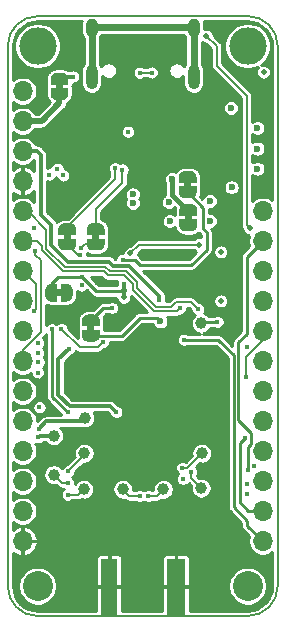
<source format=gbl>
G04 #@! TF.GenerationSoftware,KiCad,Pcbnew,(5.1.8)-1*
G04 #@! TF.CreationDate,2021-04-09T02:34:17+02:00*
G04 #@! TF.ProjectId,Penguino-STM32WL-M,50656e67-7569-46e6-9f2d-53544d333257,0.1*
G04 #@! TF.SameCoordinates,Original*
G04 #@! TF.FileFunction,Copper,L4,Bot*
G04 #@! TF.FilePolarity,Positive*
%FSLAX46Y46*%
G04 Gerber Fmt 4.6, Leading zero omitted, Abs format (unit mm)*
G04 Created by KiCad (PCBNEW (5.1.8)-1) date 2021-04-09 02:34:17*
%MOMM*%
%LPD*%
G01*
G04 APERTURE LIST*
G04 #@! TA.AperFunction,Profile*
%ADD10C,0.150000*%
G04 #@! TD*
G04 #@! TA.AperFunction,EtchedComponent*
%ADD11C,0.100000*%
G04 #@! TD*
G04 #@! TA.AperFunction,SMDPad,CuDef*
%ADD12R,1.350000X4.700000*%
G04 #@! TD*
G04 #@! TA.AperFunction,SMDPad,CuDef*
%ADD13R,1.500000X4.700000*%
G04 #@! TD*
G04 #@! TA.AperFunction,SMDPad,CuDef*
%ADD14C,0.100000*%
G04 #@! TD*
G04 #@! TA.AperFunction,SMDPad,CuDef*
%ADD15C,1.000000*%
G04 #@! TD*
G04 #@! TA.AperFunction,ComponentPad*
%ADD16C,3.175000*%
G04 #@! TD*
G04 #@! TA.AperFunction,ComponentPad*
%ADD17C,2.540000*%
G04 #@! TD*
G04 #@! TA.AperFunction,ComponentPad*
%ADD18O,1.700000X1.700000*%
G04 #@! TD*
G04 #@! TA.AperFunction,ComponentPad*
%ADD19O,1.000000X1.600000*%
G04 #@! TD*
G04 #@! TA.AperFunction,ComponentPad*
%ADD20O,1.000000X2.100000*%
G04 #@! TD*
G04 #@! TA.AperFunction,ViaPad*
%ADD21C,0.600000*%
G04 #@! TD*
G04 #@! TA.AperFunction,ViaPad*
%ADD22C,0.550000*%
G04 #@! TD*
G04 #@! TA.AperFunction,ViaPad*
%ADD23C,0.450000*%
G04 #@! TD*
G04 #@! TA.AperFunction,ViaPad*
%ADD24C,0.500000*%
G04 #@! TD*
G04 #@! TA.AperFunction,Conductor*
%ADD25C,0.400000*%
G04 #@! TD*
G04 #@! TA.AperFunction,Conductor*
%ADD26C,0.500000*%
G04 #@! TD*
G04 #@! TA.AperFunction,Conductor*
%ADD27C,0.293370*%
G04 #@! TD*
G04 #@! TA.AperFunction,Conductor*
%ADD28C,0.200000*%
G04 #@! TD*
G04 #@! TA.AperFunction,Conductor*
%ADD29C,0.350000*%
G04 #@! TD*
G04 #@! TA.AperFunction,Conductor*
%ADD30C,0.180000*%
G04 #@! TD*
G04 #@! TA.AperFunction,Conductor*
%ADD31C,0.609600*%
G04 #@! TD*
G04 #@! TA.AperFunction,Conductor*
%ADD32C,0.250000*%
G04 #@! TD*
G04 #@! TA.AperFunction,Conductor*
%ADD33C,0.300000*%
G04 #@! TD*
G04 #@! TA.AperFunction,Conductor*
%ADD34C,0.254000*%
G04 #@! TD*
G04 #@! TA.AperFunction,Conductor*
%ADD35C,0.100000*%
G04 #@! TD*
G04 APERTURE END LIST*
D10*
X127000000Y-119380000D02*
G75*
G02*
X124460000Y-116840000I0J2540000D01*
G01*
X147320000Y-116840000D02*
G75*
G02*
X144780000Y-119380000I-2540000J0D01*
G01*
X144780000Y-68580000D02*
G75*
G02*
X147320000Y-71120000I0J-2540000D01*
G01*
X124460000Y-71120000D02*
G75*
G02*
X127000000Y-68580000I2540000J0D01*
G01*
X124460000Y-116840000D02*
X124460000Y-71120000D01*
X144780000Y-119380000D02*
X127000000Y-119380000D01*
X147320000Y-71120000D02*
X147320000Y-116840000D01*
X127000000Y-68580000D02*
X144780000Y-68580000D01*
D11*
G36*
X129140000Y-74280000D02*
G01*
X129140000Y-74780000D01*
X128540000Y-74780000D01*
X128540000Y-74280000D01*
X129140000Y-74280000D01*
G37*
G36*
X129050000Y-92300000D02*
G01*
X128550000Y-92300000D01*
X128550000Y-91700000D01*
X129050000Y-91700000D01*
X129050000Y-92300000D01*
G37*
G36*
X131808500Y-94746000D02*
G01*
X131808500Y-95246000D01*
X131208500Y-95246000D01*
X131208500Y-94746000D01*
X131808500Y-94746000D01*
G37*
G36*
X139400000Y-83102501D02*
G01*
X139400000Y-82602501D01*
X140000000Y-82602501D01*
X140000000Y-83102501D01*
X139400000Y-83102501D01*
G37*
G36*
X132212000Y-87017499D02*
G01*
X132212000Y-87517499D01*
X131612000Y-87517499D01*
X131612000Y-87017499D01*
X132212000Y-87017499D01*
G37*
G36*
X129800000Y-87017499D02*
G01*
X129800000Y-87517499D01*
X129200000Y-87517499D01*
X129200000Y-87017499D01*
X129800000Y-87017499D01*
G37*
G36*
X139450000Y-85900000D02*
G01*
X139450000Y-85400000D01*
X140050000Y-85400000D01*
X140050000Y-85900000D01*
X139450000Y-85900000D01*
G37*
D12*
X133065000Y-116880000D03*
D13*
X138715000Y-116880000D03*
G04 #@! TA.AperFunction,SMDPad,CuDef*
D14*
G36*
X129590000Y-74680000D02*
G01*
X129590000Y-75180000D01*
X129589398Y-75180000D01*
X129589398Y-75204534D01*
X129584588Y-75253365D01*
X129575016Y-75301490D01*
X129560772Y-75348445D01*
X129541995Y-75393778D01*
X129518864Y-75437051D01*
X129491604Y-75477850D01*
X129460476Y-75515779D01*
X129425779Y-75550476D01*
X129387850Y-75581604D01*
X129347051Y-75608864D01*
X129303778Y-75631995D01*
X129258445Y-75650772D01*
X129211490Y-75665016D01*
X129163365Y-75674588D01*
X129114534Y-75679398D01*
X129090000Y-75679398D01*
X129090000Y-75680000D01*
X128590000Y-75680000D01*
X128590000Y-75679398D01*
X128565466Y-75679398D01*
X128516635Y-75674588D01*
X128468510Y-75665016D01*
X128421555Y-75650772D01*
X128376222Y-75631995D01*
X128332949Y-75608864D01*
X128292150Y-75581604D01*
X128254221Y-75550476D01*
X128219524Y-75515779D01*
X128188396Y-75477850D01*
X128161136Y-75437051D01*
X128138005Y-75393778D01*
X128119228Y-75348445D01*
X128104984Y-75301490D01*
X128095412Y-75253365D01*
X128090602Y-75204534D01*
X128090602Y-75180000D01*
X128090000Y-75180000D01*
X128090000Y-74680000D01*
X129590000Y-74680000D01*
G37*
G04 #@! TD.AperFunction*
G04 #@! TA.AperFunction,SMDPad,CuDef*
G36*
X128090602Y-73880000D02*
G01*
X128090602Y-73855466D01*
X128095412Y-73806635D01*
X128104984Y-73758510D01*
X128119228Y-73711555D01*
X128138005Y-73666222D01*
X128161136Y-73622949D01*
X128188396Y-73582150D01*
X128219524Y-73544221D01*
X128254221Y-73509524D01*
X128292150Y-73478396D01*
X128332949Y-73451136D01*
X128376222Y-73428005D01*
X128421555Y-73409228D01*
X128468510Y-73394984D01*
X128516635Y-73385412D01*
X128565466Y-73380602D01*
X128590000Y-73380602D01*
X128590000Y-73380000D01*
X129090000Y-73380000D01*
X129090000Y-73380602D01*
X129114534Y-73380602D01*
X129163365Y-73385412D01*
X129211490Y-73394984D01*
X129258445Y-73409228D01*
X129303778Y-73428005D01*
X129347051Y-73451136D01*
X129387850Y-73478396D01*
X129425779Y-73509524D01*
X129460476Y-73544221D01*
X129491604Y-73582150D01*
X129518864Y-73622949D01*
X129541995Y-73666222D01*
X129560772Y-73711555D01*
X129575016Y-73758510D01*
X129584588Y-73806635D01*
X129589398Y-73855466D01*
X129589398Y-73880000D01*
X129590000Y-73880000D01*
X129590000Y-74380000D01*
X128090000Y-74380000D01*
X128090000Y-73880000D01*
X128090602Y-73880000D01*
G37*
G04 #@! TD.AperFunction*
G04 #@! TA.AperFunction,SMDPad,CuDef*
G36*
X129450000Y-91250602D02*
G01*
X129474534Y-91250602D01*
X129523365Y-91255412D01*
X129571490Y-91264984D01*
X129618445Y-91279228D01*
X129663778Y-91298005D01*
X129707051Y-91321136D01*
X129747850Y-91348396D01*
X129785779Y-91379524D01*
X129820476Y-91414221D01*
X129851604Y-91452150D01*
X129878864Y-91492949D01*
X129901995Y-91536222D01*
X129920772Y-91581555D01*
X129935016Y-91628510D01*
X129944588Y-91676635D01*
X129949398Y-91725466D01*
X129949398Y-91750000D01*
X129950000Y-91750000D01*
X129950000Y-92250000D01*
X129949398Y-92250000D01*
X129949398Y-92274534D01*
X129944588Y-92323365D01*
X129935016Y-92371490D01*
X129920772Y-92418445D01*
X129901995Y-92463778D01*
X129878864Y-92507051D01*
X129851604Y-92547850D01*
X129820476Y-92585779D01*
X129785779Y-92620476D01*
X129747850Y-92651604D01*
X129707051Y-92678864D01*
X129663778Y-92701995D01*
X129618445Y-92720772D01*
X129571490Y-92735016D01*
X129523365Y-92744588D01*
X129474534Y-92749398D01*
X129450000Y-92749398D01*
X129450000Y-92750000D01*
X128950000Y-92750000D01*
X128950000Y-91250000D01*
X129450000Y-91250000D01*
X129450000Y-91250602D01*
G37*
G04 #@! TD.AperFunction*
G04 #@! TA.AperFunction,SMDPad,CuDef*
G36*
X128650000Y-92750000D02*
G01*
X128150000Y-92750000D01*
X128150000Y-92749398D01*
X128125466Y-92749398D01*
X128076635Y-92744588D01*
X128028510Y-92735016D01*
X127981555Y-92720772D01*
X127936222Y-92701995D01*
X127892949Y-92678864D01*
X127852150Y-92651604D01*
X127814221Y-92620476D01*
X127779524Y-92585779D01*
X127748396Y-92547850D01*
X127721136Y-92507051D01*
X127698005Y-92463778D01*
X127679228Y-92418445D01*
X127664984Y-92371490D01*
X127655412Y-92323365D01*
X127650602Y-92274534D01*
X127650602Y-92250000D01*
X127650000Y-92250000D01*
X127650000Y-91750000D01*
X127650602Y-91750000D01*
X127650602Y-91725466D01*
X127655412Y-91676635D01*
X127664984Y-91628510D01*
X127679228Y-91581555D01*
X127698005Y-91536222D01*
X127721136Y-91492949D01*
X127748396Y-91452150D01*
X127779524Y-91414221D01*
X127814221Y-91379524D01*
X127852150Y-91348396D01*
X127892949Y-91321136D01*
X127936222Y-91298005D01*
X127981555Y-91279228D01*
X128028510Y-91264984D01*
X128076635Y-91255412D01*
X128125466Y-91250602D01*
X128150000Y-91250602D01*
X128150000Y-91250000D01*
X128650000Y-91250000D01*
X128650000Y-92750000D01*
G37*
G04 #@! TD.AperFunction*
G04 #@! TA.AperFunction,SMDPad,CuDef*
G36*
X132258500Y-95146000D02*
G01*
X132258500Y-95646000D01*
X132257898Y-95646000D01*
X132257898Y-95670534D01*
X132253088Y-95719365D01*
X132243516Y-95767490D01*
X132229272Y-95814445D01*
X132210495Y-95859778D01*
X132187364Y-95903051D01*
X132160104Y-95943850D01*
X132128976Y-95981779D01*
X132094279Y-96016476D01*
X132056350Y-96047604D01*
X132015551Y-96074864D01*
X131972278Y-96097995D01*
X131926945Y-96116772D01*
X131879990Y-96131016D01*
X131831865Y-96140588D01*
X131783034Y-96145398D01*
X131758500Y-96145398D01*
X131758500Y-96146000D01*
X131258500Y-96146000D01*
X131258500Y-96145398D01*
X131233966Y-96145398D01*
X131185135Y-96140588D01*
X131137010Y-96131016D01*
X131090055Y-96116772D01*
X131044722Y-96097995D01*
X131001449Y-96074864D01*
X130960650Y-96047604D01*
X130922721Y-96016476D01*
X130888024Y-95981779D01*
X130856896Y-95943850D01*
X130829636Y-95903051D01*
X130806505Y-95859778D01*
X130787728Y-95814445D01*
X130773484Y-95767490D01*
X130763912Y-95719365D01*
X130759102Y-95670534D01*
X130759102Y-95646000D01*
X130758500Y-95646000D01*
X130758500Y-95146000D01*
X132258500Y-95146000D01*
G37*
G04 #@! TD.AperFunction*
G04 #@! TA.AperFunction,SMDPad,CuDef*
G36*
X130759102Y-94346000D02*
G01*
X130759102Y-94321466D01*
X130763912Y-94272635D01*
X130773484Y-94224510D01*
X130787728Y-94177555D01*
X130806505Y-94132222D01*
X130829636Y-94088949D01*
X130856896Y-94048150D01*
X130888024Y-94010221D01*
X130922721Y-93975524D01*
X130960650Y-93944396D01*
X131001449Y-93917136D01*
X131044722Y-93894005D01*
X131090055Y-93875228D01*
X131137010Y-93860984D01*
X131185135Y-93851412D01*
X131233966Y-93846602D01*
X131258500Y-93846602D01*
X131258500Y-93846000D01*
X131758500Y-93846000D01*
X131758500Y-93846602D01*
X131783034Y-93846602D01*
X131831865Y-93851412D01*
X131879990Y-93860984D01*
X131926945Y-93875228D01*
X131972278Y-93894005D01*
X132015551Y-93917136D01*
X132056350Y-93944396D01*
X132094279Y-93975524D01*
X132128976Y-94010221D01*
X132160104Y-94048150D01*
X132187364Y-94088949D01*
X132210495Y-94132222D01*
X132229272Y-94177555D01*
X132243516Y-94224510D01*
X132253088Y-94272635D01*
X132257898Y-94321466D01*
X132257898Y-94346000D01*
X132258500Y-94346000D01*
X132258500Y-94846000D01*
X130758500Y-94846000D01*
X130758500Y-94346000D01*
X130759102Y-94346000D01*
G37*
G04 #@! TD.AperFunction*
G04 #@! TA.AperFunction,SMDPad,CuDef*
G36*
X140449398Y-83502501D02*
G01*
X140449398Y-83527035D01*
X140444588Y-83575866D01*
X140435016Y-83623991D01*
X140420772Y-83670946D01*
X140401995Y-83716279D01*
X140378864Y-83759552D01*
X140351604Y-83800351D01*
X140320476Y-83838280D01*
X140285779Y-83872977D01*
X140247850Y-83904105D01*
X140207051Y-83931365D01*
X140163778Y-83954496D01*
X140118445Y-83973273D01*
X140071490Y-83987517D01*
X140023365Y-83997089D01*
X139974534Y-84001899D01*
X139950000Y-84001899D01*
X139950000Y-84002501D01*
X139450000Y-84002501D01*
X139450000Y-84001899D01*
X139425466Y-84001899D01*
X139376635Y-83997089D01*
X139328510Y-83987517D01*
X139281555Y-83973273D01*
X139236222Y-83954496D01*
X139192949Y-83931365D01*
X139152150Y-83904105D01*
X139114221Y-83872977D01*
X139079524Y-83838280D01*
X139048396Y-83800351D01*
X139021136Y-83759552D01*
X138998005Y-83716279D01*
X138979228Y-83670946D01*
X138964984Y-83623991D01*
X138955412Y-83575866D01*
X138950602Y-83527035D01*
X138950602Y-83502501D01*
X138950000Y-83502501D01*
X138950000Y-83002501D01*
X140450000Y-83002501D01*
X140450000Y-83502501D01*
X140449398Y-83502501D01*
G37*
G04 #@! TD.AperFunction*
G04 #@! TA.AperFunction,SMDPad,CuDef*
G36*
X138950000Y-82702501D02*
G01*
X138950000Y-82202501D01*
X138950602Y-82202501D01*
X138950602Y-82177967D01*
X138955412Y-82129136D01*
X138964984Y-82081011D01*
X138979228Y-82034056D01*
X138998005Y-81988723D01*
X139021136Y-81945450D01*
X139048396Y-81904651D01*
X139079524Y-81866722D01*
X139114221Y-81832025D01*
X139152150Y-81800897D01*
X139192949Y-81773637D01*
X139236222Y-81750506D01*
X139281555Y-81731729D01*
X139328510Y-81717485D01*
X139376635Y-81707913D01*
X139425466Y-81703103D01*
X139450000Y-81703103D01*
X139450000Y-81702501D01*
X139950000Y-81702501D01*
X139950000Y-81703103D01*
X139974534Y-81703103D01*
X140023365Y-81707913D01*
X140071490Y-81717485D01*
X140118445Y-81731729D01*
X140163778Y-81750506D01*
X140207051Y-81773637D01*
X140247850Y-81800897D01*
X140285779Y-81832025D01*
X140320476Y-81866722D01*
X140351604Y-81904651D01*
X140378864Y-81945450D01*
X140401995Y-81988723D01*
X140420772Y-82034056D01*
X140435016Y-82081011D01*
X140444588Y-82129136D01*
X140449398Y-82177967D01*
X140449398Y-82202501D01*
X140450000Y-82202501D01*
X140450000Y-82702501D01*
X138950000Y-82702501D01*
G37*
G04 #@! TD.AperFunction*
G04 #@! TA.AperFunction,SMDPad,CuDef*
G36*
X132662000Y-87417499D02*
G01*
X132662000Y-87917499D01*
X132661398Y-87917499D01*
X132661398Y-87942033D01*
X132656588Y-87990864D01*
X132647016Y-88038989D01*
X132632772Y-88085944D01*
X132613995Y-88131277D01*
X132590864Y-88174550D01*
X132563604Y-88215349D01*
X132532476Y-88253278D01*
X132497779Y-88287975D01*
X132459850Y-88319103D01*
X132419051Y-88346363D01*
X132375778Y-88369494D01*
X132330445Y-88388271D01*
X132283490Y-88402515D01*
X132235365Y-88412087D01*
X132186534Y-88416897D01*
X132162000Y-88416897D01*
X132162000Y-88417499D01*
X131662000Y-88417499D01*
X131662000Y-88416897D01*
X131637466Y-88416897D01*
X131588635Y-88412087D01*
X131540510Y-88402515D01*
X131493555Y-88388271D01*
X131448222Y-88369494D01*
X131404949Y-88346363D01*
X131364150Y-88319103D01*
X131326221Y-88287975D01*
X131291524Y-88253278D01*
X131260396Y-88215349D01*
X131233136Y-88174550D01*
X131210005Y-88131277D01*
X131191228Y-88085944D01*
X131176984Y-88038989D01*
X131167412Y-87990864D01*
X131162602Y-87942033D01*
X131162602Y-87917499D01*
X131162000Y-87917499D01*
X131162000Y-87417499D01*
X132662000Y-87417499D01*
G37*
G04 #@! TD.AperFunction*
G04 #@! TA.AperFunction,SMDPad,CuDef*
G36*
X131162602Y-86617499D02*
G01*
X131162602Y-86592965D01*
X131167412Y-86544134D01*
X131176984Y-86496009D01*
X131191228Y-86449054D01*
X131210005Y-86403721D01*
X131233136Y-86360448D01*
X131260396Y-86319649D01*
X131291524Y-86281720D01*
X131326221Y-86247023D01*
X131364150Y-86215895D01*
X131404949Y-86188635D01*
X131448222Y-86165504D01*
X131493555Y-86146727D01*
X131540510Y-86132483D01*
X131588635Y-86122911D01*
X131637466Y-86118101D01*
X131662000Y-86118101D01*
X131662000Y-86117499D01*
X132162000Y-86117499D01*
X132162000Y-86118101D01*
X132186534Y-86118101D01*
X132235365Y-86122911D01*
X132283490Y-86132483D01*
X132330445Y-86146727D01*
X132375778Y-86165504D01*
X132419051Y-86188635D01*
X132459850Y-86215895D01*
X132497779Y-86247023D01*
X132532476Y-86281720D01*
X132563604Y-86319649D01*
X132590864Y-86360448D01*
X132613995Y-86403721D01*
X132632772Y-86449054D01*
X132647016Y-86496009D01*
X132656588Y-86544134D01*
X132661398Y-86592965D01*
X132661398Y-86617499D01*
X132662000Y-86617499D01*
X132662000Y-87117499D01*
X131162000Y-87117499D01*
X131162000Y-86617499D01*
X131162602Y-86617499D01*
G37*
G04 #@! TD.AperFunction*
G04 #@! TA.AperFunction,SMDPad,CuDef*
G36*
X128750602Y-86617499D02*
G01*
X128750602Y-86592965D01*
X128755412Y-86544134D01*
X128764984Y-86496009D01*
X128779228Y-86449054D01*
X128798005Y-86403721D01*
X128821136Y-86360448D01*
X128848396Y-86319649D01*
X128879524Y-86281720D01*
X128914221Y-86247023D01*
X128952150Y-86215895D01*
X128992949Y-86188635D01*
X129036222Y-86165504D01*
X129081555Y-86146727D01*
X129128510Y-86132483D01*
X129176635Y-86122911D01*
X129225466Y-86118101D01*
X129250000Y-86118101D01*
X129250000Y-86117499D01*
X129750000Y-86117499D01*
X129750000Y-86118101D01*
X129774534Y-86118101D01*
X129823365Y-86122911D01*
X129871490Y-86132483D01*
X129918445Y-86146727D01*
X129963778Y-86165504D01*
X130007051Y-86188635D01*
X130047850Y-86215895D01*
X130085779Y-86247023D01*
X130120476Y-86281720D01*
X130151604Y-86319649D01*
X130178864Y-86360448D01*
X130201995Y-86403721D01*
X130220772Y-86449054D01*
X130235016Y-86496009D01*
X130244588Y-86544134D01*
X130249398Y-86592965D01*
X130249398Y-86617499D01*
X130250000Y-86617499D01*
X130250000Y-87117499D01*
X128750000Y-87117499D01*
X128750000Y-86617499D01*
X128750602Y-86617499D01*
G37*
G04 #@! TD.AperFunction*
G04 #@! TA.AperFunction,SMDPad,CuDef*
G36*
X130250000Y-87417499D02*
G01*
X130250000Y-87917499D01*
X130249398Y-87917499D01*
X130249398Y-87942033D01*
X130244588Y-87990864D01*
X130235016Y-88038989D01*
X130220772Y-88085944D01*
X130201995Y-88131277D01*
X130178864Y-88174550D01*
X130151604Y-88215349D01*
X130120476Y-88253278D01*
X130085779Y-88287975D01*
X130047850Y-88319103D01*
X130007051Y-88346363D01*
X129963778Y-88369494D01*
X129918445Y-88388271D01*
X129871490Y-88402515D01*
X129823365Y-88412087D01*
X129774534Y-88416897D01*
X129750000Y-88416897D01*
X129750000Y-88417499D01*
X129250000Y-88417499D01*
X129250000Y-88416897D01*
X129225466Y-88416897D01*
X129176635Y-88412087D01*
X129128510Y-88402515D01*
X129081555Y-88388271D01*
X129036222Y-88369494D01*
X128992949Y-88346363D01*
X128952150Y-88319103D01*
X128914221Y-88287975D01*
X128879524Y-88253278D01*
X128848396Y-88215349D01*
X128821136Y-88174550D01*
X128798005Y-88131277D01*
X128779228Y-88085944D01*
X128764984Y-88038989D01*
X128755412Y-87990864D01*
X128750602Y-87942033D01*
X128750602Y-87917499D01*
X128750000Y-87917499D01*
X128750000Y-87417499D01*
X130250000Y-87417499D01*
G37*
G04 #@! TD.AperFunction*
D15*
X131000000Y-102600000D03*
X128350000Y-104100000D03*
X130950000Y-105600000D03*
X128350000Y-107400000D03*
X130900000Y-108650000D03*
X137650000Y-108650000D03*
X140900000Y-105600000D03*
X140850000Y-108550000D03*
D16*
X127000000Y-71120000D03*
X144780000Y-71120000D03*
D17*
X144780000Y-116840000D03*
X127000000Y-116840000D03*
D18*
X125730000Y-74930000D03*
X125730000Y-77470000D03*
X125730000Y-80010000D03*
X125730000Y-82550000D03*
X125730000Y-85090000D03*
X125730000Y-87630000D03*
X125730000Y-90170000D03*
X125730000Y-92710000D03*
X125730000Y-95250000D03*
X125730000Y-97790000D03*
X125730000Y-100330000D03*
X125730000Y-102870000D03*
X125730000Y-105410000D03*
X125730000Y-107950000D03*
X125730000Y-110490000D03*
X125730000Y-113030000D03*
X146050000Y-113030000D03*
X146050000Y-110490000D03*
X146050000Y-107950000D03*
X146050000Y-105410000D03*
X146050000Y-102870000D03*
X146050000Y-100330000D03*
X146050000Y-97790000D03*
X146050000Y-95250000D03*
X146050000Y-92710000D03*
X146050000Y-90170000D03*
X146050000Y-87630000D03*
X146050000Y-85090000D03*
G04 #@! TA.AperFunction,SMDPad,CuDef*
D14*
G36*
X140499398Y-86300000D02*
G01*
X140499398Y-86324534D01*
X140494588Y-86373365D01*
X140485016Y-86421490D01*
X140470772Y-86468445D01*
X140451995Y-86513778D01*
X140428864Y-86557051D01*
X140401604Y-86597850D01*
X140370476Y-86635779D01*
X140335779Y-86670476D01*
X140297850Y-86701604D01*
X140257051Y-86728864D01*
X140213778Y-86751995D01*
X140168445Y-86770772D01*
X140121490Y-86785016D01*
X140073365Y-86794588D01*
X140024534Y-86799398D01*
X140000000Y-86799398D01*
X140000000Y-86800000D01*
X139500000Y-86800000D01*
X139500000Y-86799398D01*
X139475466Y-86799398D01*
X139426635Y-86794588D01*
X139378510Y-86785016D01*
X139331555Y-86770772D01*
X139286222Y-86751995D01*
X139242949Y-86728864D01*
X139202150Y-86701604D01*
X139164221Y-86670476D01*
X139129524Y-86635779D01*
X139098396Y-86597850D01*
X139071136Y-86557051D01*
X139048005Y-86513778D01*
X139029228Y-86468445D01*
X139014984Y-86421490D01*
X139005412Y-86373365D01*
X139000602Y-86324534D01*
X139000602Y-86300000D01*
X139000000Y-86300000D01*
X139000000Y-85800000D01*
X140500000Y-85800000D01*
X140500000Y-86300000D01*
X140499398Y-86300000D01*
G37*
G04 #@! TD.AperFunction*
G04 #@! TA.AperFunction,SMDPad,CuDef*
G36*
X139000000Y-85500000D02*
G01*
X139000000Y-85000000D01*
X139000602Y-85000000D01*
X139000602Y-84975466D01*
X139005412Y-84926635D01*
X139014984Y-84878510D01*
X139029228Y-84831555D01*
X139048005Y-84786222D01*
X139071136Y-84742949D01*
X139098396Y-84702150D01*
X139129524Y-84664221D01*
X139164221Y-84629524D01*
X139202150Y-84598396D01*
X139242949Y-84571136D01*
X139286222Y-84548005D01*
X139331555Y-84529228D01*
X139378510Y-84514984D01*
X139426635Y-84505412D01*
X139475466Y-84500602D01*
X139500000Y-84500602D01*
X139500000Y-84500000D01*
X140000000Y-84500000D01*
X140000000Y-84500602D01*
X140024534Y-84500602D01*
X140073365Y-84505412D01*
X140121490Y-84514984D01*
X140168445Y-84529228D01*
X140213778Y-84548005D01*
X140257051Y-84571136D01*
X140297850Y-84598396D01*
X140335779Y-84629524D01*
X140370476Y-84664221D01*
X140401604Y-84702150D01*
X140428864Y-84742949D01*
X140451995Y-84786222D01*
X140470772Y-84831555D01*
X140485016Y-84878510D01*
X140494588Y-84926635D01*
X140499398Y-84975466D01*
X140499398Y-85000000D01*
X140500000Y-85000000D01*
X140500000Y-85500000D01*
X139000000Y-85500000D01*
G37*
G04 #@! TD.AperFunction*
D19*
X131570000Y-69550000D03*
X140210000Y-69550000D03*
D20*
X140210000Y-73730000D03*
X131570000Y-73730000D03*
D15*
X140850000Y-94600000D03*
X134200000Y-108650000D03*
D21*
X145600000Y-78050000D03*
X145600000Y-81500000D03*
X145600000Y-79800000D03*
X143375000Y-76375000D03*
X143419990Y-83080010D03*
X134250000Y-98110000D03*
X137620000Y-98100000D03*
X139510000Y-99620000D03*
X139530000Y-102610000D03*
X139460000Y-105610000D03*
X140870000Y-107200000D03*
X137630000Y-106850000D03*
X134230000Y-107190000D03*
X132310000Y-105680000D03*
X132320000Y-102630000D03*
X132380000Y-99640000D03*
X130950000Y-98080000D03*
X130400000Y-112220000D03*
X142180000Y-105110000D03*
D22*
X132900000Y-112050000D03*
X134550000Y-111900000D03*
X135200000Y-112100000D03*
X134150000Y-113300000D03*
X135100000Y-113400000D03*
X135900000Y-111900000D03*
X136950000Y-111950000D03*
X136650000Y-113500000D03*
X137600000Y-113350000D03*
X137600000Y-112100000D03*
X138400000Y-112100000D03*
X138400000Y-113350000D03*
X139300000Y-111975000D03*
X139275000Y-113450000D03*
X140000000Y-113650000D03*
X141725000Y-111900000D03*
X132525000Y-113600000D03*
X134500000Y-118700000D03*
X134500000Y-117700000D03*
X134500000Y-116800000D03*
X134500000Y-115900000D03*
X134500000Y-115000000D03*
X134700000Y-114200000D03*
X137100000Y-114200000D03*
X137200000Y-115000000D03*
X137200000Y-115900000D03*
X137200000Y-116800000D03*
X137200000Y-117700000D03*
X137200000Y-118700000D03*
X140200000Y-118700000D03*
X140200000Y-117700000D03*
X140100000Y-116800000D03*
X140100000Y-115800000D03*
X131700000Y-118700000D03*
X131700000Y-117700000D03*
X131700000Y-116800000D03*
X131700000Y-115900000D03*
X131700000Y-115000000D03*
X131800000Y-114100000D03*
X138700000Y-114000000D03*
X133100000Y-114000000D03*
X142500000Y-116200000D03*
X144600000Y-114100000D03*
X144100000Y-111900000D03*
D23*
X129600000Y-100125000D03*
X142175000Y-98125000D03*
X137125000Y-72700000D03*
X135575000Y-72200000D03*
X134425000Y-72725000D03*
X133850000Y-78700000D03*
D21*
X131875000Y-75675000D03*
X142650000Y-86025000D03*
X135825000Y-88925000D03*
X139850000Y-77575000D03*
X142025000Y-78700000D03*
X139850000Y-79650000D03*
X137500000Y-78450000D03*
D23*
X140880000Y-98140000D03*
X140660000Y-92640000D03*
D21*
X135747000Y-96003000D03*
D23*
X126946000Y-99414000D03*
X129750000Y-80750000D03*
X129925000Y-81675000D03*
X126625000Y-83800000D03*
X126550000Y-81225000D03*
X129676485Y-93273312D03*
D21*
X132296801Y-108914351D03*
D23*
X133450000Y-80500000D03*
X134200000Y-80350000D03*
X141600000Y-72950000D03*
X143450000Y-69300000D03*
X146600000Y-72400000D03*
X132050000Y-91181326D03*
D21*
X137716502Y-91610580D03*
D23*
X128510000Y-69350000D03*
X127054400Y-114620600D03*
X127656800Y-110403800D03*
X127656800Y-112211000D03*
X128259200Y-113415800D03*
X128861600Y-111006200D03*
X128861600Y-114620600D03*
X128861600Y-118235000D03*
X129464000Y-115825400D03*
X130066400Y-74862200D03*
X130066400Y-113415800D03*
X130066400Y-117030200D03*
X130668800Y-114620600D03*
X130668800Y-118235000D03*
X132476000Y-71247800D03*
X132476000Y-103777400D03*
X133680800Y-70645400D03*
X133680800Y-105584600D03*
X134885600Y-101367800D03*
X135488000Y-70645400D03*
X135488000Y-102572600D03*
X135488000Y-105584600D03*
X136090400Y-100765400D03*
X136090400Y-106789400D03*
X136692800Y-101970200D03*
X137295200Y-70645400D03*
X137295200Y-99560600D03*
X137295200Y-103175000D03*
X137897600Y-100765400D03*
X138500000Y-71247800D03*
X138500000Y-103777400D03*
X139102400Y-101367800D03*
X140307200Y-76067000D03*
X141512000Y-89922200D03*
X141512000Y-117632600D03*
X142716800Y-118235000D03*
X143319200Y-94139000D03*
X143921600Y-77874200D03*
X143921600Y-79681400D03*
X143921600Y-81488600D03*
X146331200Y-115223000D03*
D24*
X133833053Y-88692331D03*
D23*
X141290000Y-82440000D03*
X136050000Y-81950000D03*
D21*
X136000000Y-84475000D03*
X139151888Y-76052410D03*
D23*
X133800000Y-103750000D03*
D21*
X139875000Y-82125000D03*
D23*
X134650000Y-78375000D03*
D21*
X135050000Y-84425000D03*
X135050000Y-83675000D03*
X138175000Y-85950000D03*
X141600000Y-85925000D03*
X141600000Y-84225000D03*
D24*
X146125000Y-73325000D03*
D21*
X138094986Y-84342635D03*
D23*
X127150000Y-101700000D03*
X144750000Y-96575000D03*
D24*
X134300000Y-92400000D03*
X134300000Y-91800000D03*
X139320598Y-86300000D03*
X142500000Y-92700000D03*
X142500000Y-88550000D03*
D23*
X130733265Y-90657231D03*
X134300000Y-91225000D03*
X129632620Y-91530141D03*
X135640016Y-73377150D03*
X136659812Y-73359806D03*
D24*
X140625000Y-87925000D03*
X134850000Y-88680358D03*
D23*
X133300000Y-93300000D03*
D24*
X144950000Y-86550000D03*
X141275000Y-70275000D03*
D23*
X130000000Y-73700000D03*
X134190784Y-89207768D03*
X133550000Y-81475000D03*
X130711653Y-91385950D03*
X129650000Y-96750000D03*
X145350000Y-106650000D03*
X133650000Y-102100000D03*
X126647590Y-93525195D03*
D21*
X137390262Y-94430000D03*
D23*
X134175000Y-81575000D03*
X144780000Y-107000000D03*
X144547590Y-104320000D03*
X139390000Y-95980000D03*
X127100000Y-103500000D03*
X127053113Y-104246887D03*
X129580000Y-107122000D03*
X129563000Y-108127000D03*
X129552000Y-109114000D03*
X136377029Y-109211869D03*
X139250000Y-106837000D03*
X139992693Y-107182287D03*
X144720000Y-109060000D03*
X144710000Y-108220000D03*
X144640000Y-99110000D03*
X140590000Y-93400000D03*
X139020000Y-93330000D03*
X137286767Y-92593223D03*
X139299000Y-107773000D03*
X127068000Y-97886000D03*
X130608734Y-88820886D03*
X127004000Y-98782000D03*
X130700000Y-88200000D03*
D21*
X138375000Y-82375000D03*
D23*
X126797590Y-88450000D03*
X132501000Y-96199000D03*
X126700000Y-86550000D03*
X128993692Y-95066919D03*
X142220000Y-94470000D03*
X128000000Y-82000000D03*
X127035609Y-96274155D03*
X127032000Y-97130000D03*
X128667410Y-81500000D03*
X129152410Y-82074750D03*
X129525000Y-102125000D03*
X128207138Y-95095180D03*
X135635000Y-109209000D03*
D25*
X139797499Y-82202501D02*
X139875000Y-82125000D01*
X139700000Y-82202501D02*
X139797499Y-82202501D01*
D26*
X128840000Y-75180000D02*
X128840000Y-75960000D01*
X127330000Y-77470000D02*
X125730000Y-77470000D01*
X128840000Y-75960000D02*
X127330000Y-77470000D01*
D27*
X128745177Y-90657231D02*
X130733265Y-90657231D01*
X128150000Y-92000000D02*
X128150000Y-91252408D01*
X128150000Y-91252408D02*
X128745177Y-90657231D01*
X131969082Y-91893048D02*
X134387602Y-91893048D01*
X130733265Y-90657231D02*
X131969082Y-91893048D01*
D28*
X134300000Y-91805446D02*
X134387602Y-91893048D01*
X134300000Y-91800000D02*
X134300000Y-91805446D01*
D27*
X134300000Y-92400000D02*
X134300000Y-91800000D01*
D29*
X134300000Y-91225000D02*
X134300000Y-92400000D01*
D30*
X129450000Y-92000000D02*
X129632620Y-91817380D01*
X129632620Y-91817380D02*
X129632620Y-91530141D01*
X135640016Y-73377150D02*
X136642468Y-73377150D01*
X136642468Y-73377150D02*
X136659812Y-73359806D01*
D28*
X140625000Y-87925000D02*
X135605358Y-87925000D01*
X135605358Y-87925000D02*
X134850000Y-88680358D01*
D31*
X131570000Y-73730000D02*
X131570000Y-69510000D01*
X131570000Y-69510000D02*
X131590000Y-69490000D01*
X131590000Y-69490000D02*
X140140000Y-69490000D01*
X140140000Y-69490000D02*
X140200000Y-69550000D01*
X140200000Y-69550000D02*
X140200000Y-73890000D01*
X140200000Y-73890000D02*
X140260000Y-73950000D01*
D27*
X132554500Y-93300000D02*
X131508500Y-94346000D01*
X133300000Y-93300000D02*
X132554500Y-93300000D01*
D28*
X144700001Y-86300001D02*
X144700001Y-75325001D01*
X144950000Y-86550000D02*
X144700001Y-86300001D01*
X144700001Y-75325001D02*
X142150000Y-72775000D01*
X142150000Y-71150000D02*
X141275000Y-70275000D01*
X142150000Y-72775000D02*
X142150000Y-71150000D01*
D29*
X129020000Y-73700000D02*
X128840000Y-73880000D01*
X130000000Y-73700000D02*
X129020000Y-73700000D01*
D32*
X135197573Y-89207768D02*
X134190784Y-89207768D01*
X135630075Y-89640270D02*
X135197573Y-89207768D01*
X141000000Y-84802501D02*
X141000000Y-86600000D01*
X141300000Y-86900000D02*
X141300000Y-88350000D01*
X139700000Y-83502501D02*
X141000000Y-84802501D01*
X141300000Y-88350000D02*
X140009730Y-89640270D01*
X140009730Y-89640270D02*
X135630075Y-89640270D01*
X141000000Y-86600000D02*
X141300000Y-86900000D01*
D30*
X133550000Y-81475000D02*
X133550000Y-82400000D01*
X129500000Y-86450000D02*
X129500000Y-86617499D01*
X133550000Y-82400000D02*
X129500000Y-86450000D01*
D33*
X129650000Y-96750000D02*
X128750000Y-97650000D01*
X128750000Y-97650000D02*
X128750000Y-100650000D01*
X128750000Y-100650000D02*
X129700000Y-101600000D01*
X133150000Y-101600000D02*
X129700000Y-101600000D01*
X133650000Y-102100000D02*
X133150000Y-101600000D01*
D30*
X126822401Y-91262401D02*
X126822401Y-93350384D01*
X125730000Y-90170000D02*
X126822401Y-91262401D01*
X126822401Y-93350384D02*
X126647590Y-93525195D01*
D27*
X137090263Y-94130001D02*
X137390262Y-94430000D01*
X134114000Y-95646000D02*
X135629999Y-94130001D01*
X135629999Y-94130001D02*
X137090263Y-94130001D01*
X131508500Y-95646000D02*
X134114000Y-95646000D01*
D30*
X131912000Y-86617499D02*
X131912000Y-84938000D01*
X134175000Y-82675000D02*
X134175000Y-81575000D01*
X131912000Y-84938000D02*
X134175000Y-82675000D01*
D32*
X144730000Y-95470000D02*
X144730000Y-88950000D01*
X144730000Y-88950000D02*
X146050000Y-87630000D01*
X144000000Y-96200000D02*
X144730000Y-95470000D01*
X144000000Y-102800000D02*
X144000000Y-96200000D01*
X145050000Y-103850000D02*
X144000000Y-102800000D01*
X145050000Y-104800000D02*
X145050000Y-103850000D01*
X144780000Y-105070000D02*
X145050000Y-104800000D01*
X144780000Y-107000000D02*
X144780000Y-105070000D01*
X146050000Y-110490000D02*
X144840000Y-110490000D01*
X144840000Y-110490000D02*
X144110000Y-109760000D01*
X144110000Y-109760000D02*
X144110000Y-104757590D01*
X144110000Y-104757590D02*
X144547590Y-104320000D01*
X142280000Y-95980000D02*
X139390000Y-95980000D01*
X143590000Y-97290000D02*
X142280000Y-95980000D01*
X143590000Y-110140000D02*
X143590000Y-97290000D01*
X144750000Y-111300000D02*
X143590000Y-110140000D01*
X144750000Y-111730000D02*
X144750000Y-111300000D01*
X146050000Y-113030000D02*
X144750000Y-111730000D01*
D33*
X127100000Y-103500000D02*
X127700000Y-102900000D01*
X130700000Y-102900000D02*
X131000000Y-102600000D01*
X127700000Y-102900000D02*
X130700000Y-102900000D01*
X128350000Y-104100000D02*
X127200000Y-104100000D01*
X127200000Y-104100000D02*
X127053113Y-104246887D01*
D28*
X130950000Y-105752000D02*
X130950000Y-105600000D01*
X129580000Y-107122000D02*
X130950000Y-105752000D01*
X129077000Y-108127000D02*
X128350000Y-107400000D01*
X129563000Y-108127000D02*
X129077000Y-108127000D01*
X130436000Y-109114000D02*
X130900000Y-108650000D01*
X129552000Y-109114000D02*
X130436000Y-109114000D01*
X137088131Y-109211869D02*
X137650000Y-108650000D01*
X136377029Y-109211869D02*
X137088131Y-109211869D01*
X139663000Y-106837000D02*
X140900000Y-105600000D01*
X139250000Y-106837000D02*
X139663000Y-106837000D01*
X139992693Y-107692693D02*
X140850000Y-108550000D01*
X139992693Y-107182287D02*
X139992693Y-107692693D01*
X144640000Y-99110000D02*
X144640000Y-97450000D01*
X146050000Y-96040000D02*
X146050000Y-95250000D01*
X144640000Y-97450000D02*
X146050000Y-96040000D01*
X127722589Y-86672589D02*
X126140000Y-85090000D01*
X127722590Y-88277040D02*
X127722589Y-86672589D01*
X129272961Y-89827411D02*
X127722590Y-88277040D01*
X132722961Y-89827411D02*
X129272961Y-89827411D01*
X135402410Y-91094026D02*
X134495973Y-90187589D01*
X136999192Y-93210000D02*
X135402410Y-91613218D01*
X138280000Y-93210000D02*
X136999192Y-93210000D01*
X138710000Y-92780000D02*
X138280000Y-93210000D01*
X139970000Y-92780000D02*
X138710000Y-92780000D01*
X134495973Y-90187589D02*
X133083139Y-90187589D01*
X135402410Y-91613218D02*
X135402410Y-91094026D01*
X126140000Y-85090000D02*
X125730000Y-85090000D01*
X133083139Y-90187589D02*
X132722961Y-89827411D01*
X140590000Y-93400000D02*
X139970000Y-92780000D01*
X127370179Y-88423013D02*
X127370179Y-88068098D01*
X132937165Y-90539999D02*
X132576988Y-90179822D01*
X134350000Y-90540000D02*
X132937165Y-90539999D01*
X135049999Y-91759191D02*
X135049999Y-91239999D01*
X135049999Y-91239999D02*
X134350000Y-90540000D01*
X129126987Y-90179821D02*
X127370179Y-88423013D01*
X138787590Y-93562410D02*
X136853218Y-93562410D01*
X139020000Y-93330000D02*
X138787590Y-93562410D01*
X126932081Y-87630000D02*
X125730000Y-87630000D01*
X136853218Y-93562410D02*
X135049999Y-91759191D01*
X127370179Y-88068098D02*
X126932081Y-87630000D01*
X132576988Y-90179822D02*
X129126987Y-90179821D01*
D29*
X127250000Y-85400000D02*
X128150000Y-86300000D01*
X125730000Y-80010000D02*
X126932081Y-80010000D01*
X128150000Y-86300000D02*
X128150000Y-87984231D01*
X129565769Y-89400000D02*
X133050000Y-89400000D01*
X127250000Y-80327919D02*
X127250000Y-85400000D01*
X133410178Y-89760178D02*
X134771920Y-89760178D01*
X133050000Y-89400000D02*
X133410178Y-89760178D01*
X134771920Y-89760178D02*
X137286767Y-92275025D01*
X126932081Y-80010000D02*
X127250000Y-80327919D01*
X137286767Y-92275025D02*
X137286767Y-92593223D01*
X128150000Y-87984231D02*
X129565769Y-89400000D01*
D30*
X130403387Y-88820886D02*
X130608734Y-88820886D01*
X129500000Y-87917499D02*
X130403387Y-88820886D01*
X130982501Y-87917499D02*
X130700000Y-88200000D01*
X131912000Y-87917499D02*
X130982501Y-87917499D01*
D25*
X138375000Y-82375000D02*
X138375000Y-83700000D01*
X139675000Y-85000000D02*
X139750000Y-85000000D01*
X138375000Y-83700000D02*
X139675000Y-85000000D01*
D28*
X126797590Y-88768198D02*
X126797590Y-88450000D01*
X127250000Y-89220608D02*
X126797590Y-88768198D01*
X125730000Y-96870000D02*
X127250000Y-95350000D01*
X127250000Y-95350000D02*
X127250000Y-89220608D01*
X125730000Y-97790000D02*
X125730000Y-96870000D01*
D30*
X132501000Y-96199000D02*
X132086000Y-96614000D01*
X132086000Y-96614000D02*
X130540773Y-96614000D01*
X130540773Y-96614000D02*
X128993692Y-95066919D01*
D32*
X140980000Y-94470000D02*
X140850000Y-94600000D01*
X142220000Y-94470000D02*
X140980000Y-94470000D01*
X128207138Y-100807138D02*
X128207138Y-95095180D01*
X129525000Y-102125000D02*
X128207138Y-100807138D01*
D28*
X134759000Y-109209000D02*
X134200000Y-108650000D01*
X135635000Y-109209000D02*
X134759000Y-109209000D01*
D34*
X139987613Y-93477849D02*
X140007288Y-93576764D01*
X140052970Y-93687049D01*
X140119289Y-93786302D01*
X140203698Y-93870711D01*
X140281428Y-93922649D01*
X140165682Y-94038395D01*
X140069268Y-94182690D01*
X140002856Y-94343022D01*
X139969000Y-94513229D01*
X139969000Y-94686771D01*
X140002856Y-94856978D01*
X140069268Y-95017310D01*
X140165682Y-95161605D01*
X140288395Y-95284318D01*
X140432690Y-95380732D01*
X140593022Y-95447144D01*
X140728037Y-95474000D01*
X139723488Y-95474000D01*
X139677049Y-95442970D01*
X139566764Y-95397288D01*
X139449686Y-95374000D01*
X139330314Y-95374000D01*
X139213236Y-95397288D01*
X139102951Y-95442970D01*
X139003698Y-95509289D01*
X138919289Y-95593698D01*
X138852970Y-95692951D01*
X138807288Y-95803236D01*
X138784000Y-95920314D01*
X138784000Y-96039686D01*
X138807288Y-96156764D01*
X138852970Y-96267049D01*
X138919289Y-96366302D01*
X139003698Y-96450711D01*
X139102951Y-96517030D01*
X139213236Y-96562712D01*
X139330314Y-96586000D01*
X139449686Y-96586000D01*
X139566764Y-96562712D01*
X139677049Y-96517030D01*
X139723488Y-96486000D01*
X142070409Y-96486000D01*
X143084001Y-97499593D01*
X143084000Y-110115154D01*
X143081553Y-110140000D01*
X143084000Y-110164846D01*
X143084000Y-110164853D01*
X143091322Y-110239192D01*
X143120255Y-110334574D01*
X143167241Y-110422479D01*
X143230473Y-110499527D01*
X143249785Y-110515376D01*
X144244000Y-111509592D01*
X144244000Y-111705154D01*
X144241553Y-111730000D01*
X144244000Y-111754846D01*
X144244000Y-111754853D01*
X144251322Y-111829192D01*
X144280255Y-111924574D01*
X144327241Y-112012479D01*
X144390473Y-112089527D01*
X144409785Y-112105376D01*
X144898242Y-112593833D01*
X144866307Y-112670931D01*
X144819000Y-112908757D01*
X144819000Y-113151243D01*
X144866307Y-113389069D01*
X144959102Y-113613097D01*
X145093820Y-113814717D01*
X145265283Y-113986180D01*
X145466903Y-114120898D01*
X145690931Y-114213693D01*
X145928757Y-114261000D01*
X146171243Y-114261000D01*
X146409069Y-114213693D01*
X146633097Y-114120898D01*
X146834717Y-113986180D01*
X146864001Y-113956896D01*
X146864001Y-116817684D01*
X146822165Y-117244359D01*
X146704732Y-117633319D01*
X146513987Y-117992058D01*
X146257193Y-118306918D01*
X145944138Y-118565899D01*
X145586734Y-118759147D01*
X145198606Y-118879293D01*
X144773244Y-118924000D01*
X139893781Y-118924000D01*
X139892000Y-117009750D01*
X139785250Y-116903000D01*
X138738000Y-116903000D01*
X138738000Y-116923000D01*
X138692000Y-116923000D01*
X138692000Y-116903000D01*
X137644750Y-116903000D01*
X137538000Y-117009750D01*
X137536219Y-118924000D01*
X134168781Y-118924000D01*
X134167000Y-117009750D01*
X134060250Y-116903000D01*
X133088000Y-116903000D01*
X133088000Y-116923000D01*
X133042000Y-116923000D01*
X133042000Y-116903000D01*
X132069750Y-116903000D01*
X131963000Y-117009750D01*
X131961219Y-118924000D01*
X127022305Y-118924000D01*
X126595641Y-118882165D01*
X126206681Y-118764732D01*
X125847942Y-118573987D01*
X125533082Y-118317193D01*
X125274101Y-118004138D01*
X125080853Y-117646734D01*
X124960707Y-117258606D01*
X124916000Y-116833244D01*
X124916000Y-116677391D01*
X125349000Y-116677391D01*
X125349000Y-117002609D01*
X125412447Y-117321579D01*
X125536903Y-117622042D01*
X125717585Y-117892451D01*
X125947549Y-118122415D01*
X126217958Y-118303097D01*
X126518421Y-118427553D01*
X126837391Y-118491000D01*
X127162609Y-118491000D01*
X127481579Y-118427553D01*
X127782042Y-118303097D01*
X128052451Y-118122415D01*
X128282415Y-117892451D01*
X128463097Y-117622042D01*
X128587553Y-117321579D01*
X128651000Y-117002609D01*
X128651000Y-116677391D01*
X128587553Y-116358421D01*
X128463097Y-116057958D01*
X128282415Y-115787549D01*
X128052451Y-115557585D01*
X127782042Y-115376903D01*
X127481579Y-115252447D01*
X127162609Y-115189000D01*
X126837391Y-115189000D01*
X126518421Y-115252447D01*
X126217958Y-115376903D01*
X125947549Y-115557585D01*
X125717585Y-115787549D01*
X125536903Y-116057958D01*
X125412447Y-116358421D01*
X125349000Y-116677391D01*
X124916000Y-116677391D01*
X124916000Y-114530000D01*
X131960934Y-114530000D01*
X131963000Y-116750250D01*
X132069750Y-116857000D01*
X133042000Y-116857000D01*
X133042000Y-114209750D01*
X133088000Y-114209750D01*
X133088000Y-116857000D01*
X134060250Y-116857000D01*
X134167000Y-116750250D01*
X134169066Y-114530000D01*
X137535934Y-114530000D01*
X137538000Y-116750250D01*
X137644750Y-116857000D01*
X138692000Y-116857000D01*
X138692000Y-114209750D01*
X138738000Y-114209750D01*
X138738000Y-116857000D01*
X139785250Y-116857000D01*
X139892000Y-116750250D01*
X139892067Y-116677391D01*
X143129000Y-116677391D01*
X143129000Y-117002609D01*
X143192447Y-117321579D01*
X143316903Y-117622042D01*
X143497585Y-117892451D01*
X143727549Y-118122415D01*
X143997958Y-118303097D01*
X144298421Y-118427553D01*
X144617391Y-118491000D01*
X144942609Y-118491000D01*
X145261579Y-118427553D01*
X145562042Y-118303097D01*
X145832451Y-118122415D01*
X146062415Y-117892451D01*
X146243097Y-117622042D01*
X146367553Y-117321579D01*
X146431000Y-117002609D01*
X146431000Y-116677391D01*
X146367553Y-116358421D01*
X146243097Y-116057958D01*
X146062415Y-115787549D01*
X145832451Y-115557585D01*
X145562042Y-115376903D01*
X145261579Y-115252447D01*
X144942609Y-115189000D01*
X144617391Y-115189000D01*
X144298421Y-115252447D01*
X143997958Y-115376903D01*
X143727549Y-115557585D01*
X143497585Y-115787549D01*
X143316903Y-116057958D01*
X143192447Y-116358421D01*
X143129000Y-116677391D01*
X139892067Y-116677391D01*
X139894066Y-114530000D01*
X139885822Y-114446293D01*
X139861405Y-114365804D01*
X139821755Y-114291624D01*
X139768395Y-114226605D01*
X139703376Y-114173245D01*
X139629196Y-114133595D01*
X139548707Y-114109178D01*
X139465000Y-114100934D01*
X138844750Y-114103000D01*
X138738000Y-114209750D01*
X138692000Y-114209750D01*
X138585250Y-114103000D01*
X137965000Y-114100934D01*
X137881293Y-114109178D01*
X137800804Y-114133595D01*
X137726624Y-114173245D01*
X137661605Y-114226605D01*
X137608245Y-114291624D01*
X137568595Y-114365804D01*
X137544178Y-114446293D01*
X137535934Y-114530000D01*
X134169066Y-114530000D01*
X134160822Y-114446293D01*
X134136405Y-114365804D01*
X134096755Y-114291624D01*
X134043395Y-114226605D01*
X133978376Y-114173245D01*
X133904196Y-114133595D01*
X133823707Y-114109178D01*
X133740000Y-114100934D01*
X133194750Y-114103000D01*
X133088000Y-114209750D01*
X133042000Y-114209750D01*
X132935250Y-114103000D01*
X132390000Y-114100934D01*
X132306293Y-114109178D01*
X132225804Y-114133595D01*
X132151624Y-114173245D01*
X132086605Y-114226605D01*
X132033245Y-114291624D01*
X131993595Y-114365804D01*
X131969178Y-114446293D01*
X131960934Y-114530000D01*
X124916000Y-114530000D01*
X124916000Y-114006635D01*
X125043267Y-114106629D01*
X125266502Y-114219917D01*
X125507549Y-114287477D01*
X125707000Y-114200044D01*
X125707000Y-113053000D01*
X125753000Y-113053000D01*
X125753000Y-114200044D01*
X125952451Y-114287477D01*
X126193498Y-114219917D01*
X126416733Y-114106629D01*
X126613578Y-113951967D01*
X126776467Y-113761874D01*
X126899141Y-113543656D01*
X126976886Y-113305698D01*
X126987476Y-113252451D01*
X126900024Y-113053000D01*
X125753000Y-113053000D01*
X125707000Y-113053000D01*
X125687000Y-113053000D01*
X125687000Y-113007000D01*
X125707000Y-113007000D01*
X125707000Y-111859956D01*
X125753000Y-111859956D01*
X125753000Y-113007000D01*
X126900024Y-113007000D01*
X126987476Y-112807549D01*
X126976886Y-112754302D01*
X126899141Y-112516344D01*
X126776467Y-112298126D01*
X126613578Y-112108033D01*
X126416733Y-111953371D01*
X126193498Y-111840083D01*
X125952451Y-111772523D01*
X125753000Y-111859956D01*
X125707000Y-111859956D01*
X125507549Y-111772523D01*
X125266502Y-111840083D01*
X125043267Y-111953371D01*
X124916000Y-112053365D01*
X124916000Y-111416897D01*
X124945283Y-111446180D01*
X125146903Y-111580898D01*
X125370931Y-111673693D01*
X125608757Y-111721000D01*
X125851243Y-111721000D01*
X126089069Y-111673693D01*
X126313097Y-111580898D01*
X126514717Y-111446180D01*
X126686180Y-111274717D01*
X126820898Y-111073097D01*
X126913693Y-110849069D01*
X126961000Y-110611243D01*
X126961000Y-110368757D01*
X126913693Y-110130931D01*
X126820898Y-109906903D01*
X126686180Y-109705283D01*
X126514717Y-109533820D01*
X126313097Y-109399102D01*
X126089069Y-109306307D01*
X125851243Y-109259000D01*
X125608757Y-109259000D01*
X125370931Y-109306307D01*
X125146903Y-109399102D01*
X124945283Y-109533820D01*
X124916000Y-109563103D01*
X124916000Y-108876897D01*
X124945283Y-108906180D01*
X125146903Y-109040898D01*
X125370931Y-109133693D01*
X125608757Y-109181000D01*
X125851243Y-109181000D01*
X126089069Y-109133693D01*
X126313097Y-109040898D01*
X126514717Y-108906180D01*
X126686180Y-108734717D01*
X126820898Y-108533097D01*
X126913693Y-108309069D01*
X126961000Y-108071243D01*
X126961000Y-107828757D01*
X126913693Y-107590931D01*
X126820898Y-107366903D01*
X126785035Y-107313229D01*
X127469000Y-107313229D01*
X127469000Y-107486771D01*
X127502856Y-107656978D01*
X127569268Y-107817310D01*
X127665682Y-107961605D01*
X127788395Y-108084318D01*
X127932690Y-108180732D01*
X128093022Y-108247144D01*
X128263229Y-108281000D01*
X128436771Y-108281000D01*
X128531851Y-108262088D01*
X128720174Y-108450411D01*
X128735236Y-108468764D01*
X128808478Y-108528872D01*
X128892039Y-108573536D01*
X128982708Y-108601040D01*
X129053374Y-108608000D01*
X129053375Y-108608000D01*
X129076999Y-108610327D01*
X129100623Y-108608000D01*
X129192097Y-108608000D01*
X129205304Y-108616825D01*
X129165698Y-108643289D01*
X129081289Y-108727698D01*
X129014970Y-108826951D01*
X128969288Y-108937236D01*
X128946000Y-109054314D01*
X128946000Y-109173686D01*
X128969288Y-109290764D01*
X129014970Y-109401049D01*
X129081289Y-109500302D01*
X129165698Y-109584711D01*
X129264951Y-109651030D01*
X129375236Y-109696712D01*
X129492314Y-109720000D01*
X129611686Y-109720000D01*
X129728764Y-109696712D01*
X129839049Y-109651030D01*
X129922903Y-109595000D01*
X130412374Y-109595000D01*
X130436000Y-109597327D01*
X130459626Y-109595000D01*
X130530292Y-109588040D01*
X130620961Y-109560536D01*
X130704522Y-109515872D01*
X130710892Y-109510644D01*
X130813229Y-109531000D01*
X130986771Y-109531000D01*
X131156978Y-109497144D01*
X131317310Y-109430732D01*
X131461605Y-109334318D01*
X131584318Y-109211605D01*
X131680732Y-109067310D01*
X131747144Y-108906978D01*
X131781000Y-108736771D01*
X131781000Y-108563229D01*
X133319000Y-108563229D01*
X133319000Y-108736771D01*
X133352856Y-108906978D01*
X133419268Y-109067310D01*
X133515682Y-109211605D01*
X133638395Y-109334318D01*
X133782690Y-109430732D01*
X133943022Y-109497144D01*
X134113229Y-109531000D01*
X134286771Y-109531000D01*
X134381851Y-109512088D01*
X134402174Y-109532411D01*
X134417236Y-109550764D01*
X134490478Y-109610872D01*
X134574039Y-109655536D01*
X134664708Y-109683040D01*
X134735374Y-109690000D01*
X134735375Y-109690000D01*
X134758999Y-109692327D01*
X134782623Y-109690000D01*
X135264097Y-109690000D01*
X135347951Y-109746030D01*
X135458236Y-109791712D01*
X135575314Y-109815000D01*
X135694686Y-109815000D01*
X135811764Y-109791712D01*
X135922049Y-109746030D01*
X136003868Y-109691360D01*
X136089980Y-109748899D01*
X136200265Y-109794581D01*
X136317343Y-109817869D01*
X136436715Y-109817869D01*
X136553793Y-109794581D01*
X136664078Y-109748899D01*
X136747932Y-109692869D01*
X137064505Y-109692869D01*
X137088131Y-109695196D01*
X137111757Y-109692869D01*
X137140887Y-109690000D01*
X137182423Y-109685909D01*
X137193397Y-109682580D01*
X137273092Y-109658405D01*
X137356653Y-109613741D01*
X137429895Y-109553633D01*
X137444961Y-109535275D01*
X137468149Y-109512087D01*
X137563229Y-109531000D01*
X137736771Y-109531000D01*
X137906978Y-109497144D01*
X138067310Y-109430732D01*
X138211605Y-109334318D01*
X138334318Y-109211605D01*
X138430732Y-109067310D01*
X138497144Y-108906978D01*
X138531000Y-108736771D01*
X138531000Y-108563229D01*
X138497144Y-108393022D01*
X138430732Y-108232690D01*
X138334318Y-108088395D01*
X138211605Y-107965682D01*
X138067310Y-107869268D01*
X137906978Y-107802856D01*
X137736771Y-107769000D01*
X137563229Y-107769000D01*
X137393022Y-107802856D01*
X137232690Y-107869268D01*
X137088395Y-107965682D01*
X136965682Y-108088395D01*
X136869268Y-108232690D01*
X136802856Y-108393022D01*
X136769000Y-108563229D01*
X136769000Y-108730869D01*
X136747932Y-108730869D01*
X136664078Y-108674839D01*
X136553793Y-108629157D01*
X136436715Y-108605869D01*
X136317343Y-108605869D01*
X136200265Y-108629157D01*
X136089980Y-108674839D01*
X136008161Y-108729509D01*
X135922049Y-108671970D01*
X135811764Y-108626288D01*
X135694686Y-108603000D01*
X135575314Y-108603000D01*
X135458236Y-108626288D01*
X135347951Y-108671970D01*
X135264097Y-108728000D01*
X135081000Y-108728000D01*
X135081000Y-108563229D01*
X135047144Y-108393022D01*
X134980732Y-108232690D01*
X134884318Y-108088395D01*
X134761605Y-107965682D01*
X134617310Y-107869268D01*
X134456978Y-107802856D01*
X134286771Y-107769000D01*
X134113229Y-107769000D01*
X133943022Y-107802856D01*
X133782690Y-107869268D01*
X133638395Y-107965682D01*
X133515682Y-108088395D01*
X133419268Y-108232690D01*
X133352856Y-108393022D01*
X133319000Y-108563229D01*
X131781000Y-108563229D01*
X131747144Y-108393022D01*
X131680732Y-108232690D01*
X131584318Y-108088395D01*
X131461605Y-107965682D01*
X131317310Y-107869268D01*
X131156978Y-107802856D01*
X130986771Y-107769000D01*
X130813229Y-107769000D01*
X130643022Y-107802856D01*
X130482690Y-107869268D01*
X130338395Y-107965682D01*
X130215682Y-108088395D01*
X130169000Y-108158260D01*
X130169000Y-108067314D01*
X130145712Y-107950236D01*
X130100030Y-107839951D01*
X130033711Y-107740698D01*
X129949302Y-107656289D01*
X129910227Y-107630180D01*
X129966302Y-107592711D01*
X130050711Y-107508302D01*
X130117030Y-107409049D01*
X130162712Y-107298764D01*
X130182387Y-107199849D01*
X130604922Y-106777314D01*
X138644000Y-106777314D01*
X138644000Y-106896686D01*
X138667288Y-107013764D01*
X138712970Y-107124049D01*
X138779289Y-107223302D01*
X138863698Y-107307711D01*
X138889821Y-107325166D01*
X138828289Y-107386698D01*
X138761970Y-107485951D01*
X138716288Y-107596236D01*
X138693000Y-107713314D01*
X138693000Y-107832686D01*
X138716288Y-107949764D01*
X138761970Y-108060049D01*
X138828289Y-108159302D01*
X138912698Y-108243711D01*
X139011951Y-108310030D01*
X139122236Y-108355712D01*
X139239314Y-108379000D01*
X139358686Y-108379000D01*
X139475764Y-108355712D01*
X139586049Y-108310030D01*
X139685302Y-108243711D01*
X139769711Y-108159302D01*
X139773458Y-108153694D01*
X139987912Y-108368149D01*
X139969000Y-108463229D01*
X139969000Y-108636771D01*
X140002856Y-108806978D01*
X140069268Y-108967310D01*
X140165682Y-109111605D01*
X140288395Y-109234318D01*
X140432690Y-109330732D01*
X140593022Y-109397144D01*
X140763229Y-109431000D01*
X140936771Y-109431000D01*
X141106978Y-109397144D01*
X141267310Y-109330732D01*
X141411605Y-109234318D01*
X141534318Y-109111605D01*
X141630732Y-108967310D01*
X141697144Y-108806978D01*
X141731000Y-108636771D01*
X141731000Y-108463229D01*
X141697144Y-108293022D01*
X141630732Y-108132690D01*
X141534318Y-107988395D01*
X141411605Y-107865682D01*
X141267310Y-107769268D01*
X141106978Y-107702856D01*
X140936771Y-107669000D01*
X140763229Y-107669000D01*
X140668149Y-107687912D01*
X140497619Y-107517383D01*
X140529723Y-107469336D01*
X140575405Y-107359051D01*
X140598693Y-107241973D01*
X140598693Y-107122601D01*
X140575405Y-107005523D01*
X140529723Y-106895238D01*
X140463404Y-106795985D01*
X140423828Y-106756409D01*
X140718149Y-106462088D01*
X140813229Y-106481000D01*
X140986771Y-106481000D01*
X141156978Y-106447144D01*
X141317310Y-106380732D01*
X141461605Y-106284318D01*
X141584318Y-106161605D01*
X141680732Y-106017310D01*
X141747144Y-105856978D01*
X141781000Y-105686771D01*
X141781000Y-105513229D01*
X141747144Y-105343022D01*
X141680732Y-105182690D01*
X141584318Y-105038395D01*
X141461605Y-104915682D01*
X141317310Y-104819268D01*
X141156978Y-104752856D01*
X140986771Y-104719000D01*
X140813229Y-104719000D01*
X140643022Y-104752856D01*
X140482690Y-104819268D01*
X140338395Y-104915682D01*
X140215682Y-105038395D01*
X140119268Y-105182690D01*
X140052856Y-105343022D01*
X140019000Y-105513229D01*
X140019000Y-105686771D01*
X140037912Y-105781851D01*
X139524848Y-106294916D01*
X139426764Y-106254288D01*
X139309686Y-106231000D01*
X139190314Y-106231000D01*
X139073236Y-106254288D01*
X138962951Y-106299970D01*
X138863698Y-106366289D01*
X138779289Y-106450698D01*
X138712970Y-106549951D01*
X138667288Y-106660236D01*
X138644000Y-106777314D01*
X130604922Y-106777314D01*
X130901236Y-106481000D01*
X131036771Y-106481000D01*
X131206978Y-106447144D01*
X131367310Y-106380732D01*
X131511605Y-106284318D01*
X131634318Y-106161605D01*
X131730732Y-106017310D01*
X131797144Y-105856978D01*
X131831000Y-105686771D01*
X131831000Y-105513229D01*
X131797144Y-105343022D01*
X131730732Y-105182690D01*
X131634318Y-105038395D01*
X131511605Y-104915682D01*
X131367310Y-104819268D01*
X131206978Y-104752856D01*
X131036771Y-104719000D01*
X130863229Y-104719000D01*
X130693022Y-104752856D01*
X130532690Y-104819268D01*
X130388395Y-104915682D01*
X130265682Y-105038395D01*
X130169268Y-105182690D01*
X130102856Y-105343022D01*
X130069000Y-105513229D01*
X130069000Y-105686771D01*
X130102856Y-105856978D01*
X130120995Y-105900769D01*
X129502151Y-106519613D01*
X129403236Y-106539288D01*
X129292951Y-106584970D01*
X129193698Y-106651289D01*
X129109289Y-106735698D01*
X129042970Y-106834951D01*
X129038778Y-106845070D01*
X129034318Y-106838395D01*
X128911605Y-106715682D01*
X128767310Y-106619268D01*
X128606978Y-106552856D01*
X128436771Y-106519000D01*
X128263229Y-106519000D01*
X128093022Y-106552856D01*
X127932690Y-106619268D01*
X127788395Y-106715682D01*
X127665682Y-106838395D01*
X127569268Y-106982690D01*
X127502856Y-107143022D01*
X127469000Y-107313229D01*
X126785035Y-107313229D01*
X126686180Y-107165283D01*
X126514717Y-106993820D01*
X126313097Y-106859102D01*
X126089069Y-106766307D01*
X125851243Y-106719000D01*
X125608757Y-106719000D01*
X125370931Y-106766307D01*
X125146903Y-106859102D01*
X124945283Y-106993820D01*
X124916000Y-107023103D01*
X124916000Y-106336897D01*
X124945283Y-106366180D01*
X125146903Y-106500898D01*
X125370931Y-106593693D01*
X125608757Y-106641000D01*
X125851243Y-106641000D01*
X126089069Y-106593693D01*
X126313097Y-106500898D01*
X126514717Y-106366180D01*
X126686180Y-106194717D01*
X126820898Y-105993097D01*
X126913693Y-105769069D01*
X126961000Y-105531243D01*
X126961000Y-105288757D01*
X126913693Y-105050931D01*
X126820898Y-104826903D01*
X126802168Y-104798872D01*
X126876349Y-104829599D01*
X126993427Y-104852887D01*
X127112799Y-104852887D01*
X127229877Y-104829599D01*
X127340162Y-104783917D01*
X127439415Y-104717598D01*
X127523824Y-104633189D01*
X127525287Y-104631000D01*
X127645233Y-104631000D01*
X127665682Y-104661605D01*
X127788395Y-104784318D01*
X127932690Y-104880732D01*
X128093022Y-104947144D01*
X128263229Y-104981000D01*
X128436771Y-104981000D01*
X128606978Y-104947144D01*
X128767310Y-104880732D01*
X128911605Y-104784318D01*
X129034318Y-104661605D01*
X129130732Y-104517310D01*
X129197144Y-104356978D01*
X129231000Y-104186771D01*
X129231000Y-104013229D01*
X129197144Y-103843022D01*
X129130732Y-103682690D01*
X129034318Y-103538395D01*
X128926923Y-103431000D01*
X130673926Y-103431000D01*
X130700000Y-103433568D01*
X130708278Y-103432753D01*
X130743022Y-103447144D01*
X130913229Y-103481000D01*
X131086771Y-103481000D01*
X131256978Y-103447144D01*
X131417310Y-103380732D01*
X131561605Y-103284318D01*
X131684318Y-103161605D01*
X131780732Y-103017310D01*
X131847144Y-102856978D01*
X131881000Y-102686771D01*
X131881000Y-102513229D01*
X131847144Y-102343022D01*
X131780732Y-102182690D01*
X131746194Y-102131000D01*
X132930053Y-102131000D01*
X133065170Y-102266117D01*
X133067288Y-102276764D01*
X133112970Y-102387049D01*
X133179289Y-102486302D01*
X133263698Y-102570711D01*
X133362951Y-102637030D01*
X133473236Y-102682712D01*
X133590314Y-102706000D01*
X133709686Y-102706000D01*
X133826764Y-102682712D01*
X133937049Y-102637030D01*
X134036302Y-102570711D01*
X134120711Y-102486302D01*
X134187030Y-102387049D01*
X134232712Y-102276764D01*
X134256000Y-102159686D01*
X134256000Y-102040314D01*
X134232712Y-101923236D01*
X134187030Y-101812951D01*
X134120711Y-101713698D01*
X134036302Y-101629289D01*
X133937049Y-101562970D01*
X133826764Y-101517288D01*
X133816117Y-101515170D01*
X133543921Y-101242975D01*
X133527290Y-101222710D01*
X133446435Y-101156354D01*
X133354188Y-101107047D01*
X133254094Y-101076683D01*
X133176084Y-101069000D01*
X133176074Y-101069000D01*
X133150000Y-101066432D01*
X133123926Y-101069000D01*
X129919947Y-101069000D01*
X129281000Y-100430054D01*
X129281000Y-97869946D01*
X129816117Y-97334830D01*
X129826764Y-97332712D01*
X129937049Y-97287030D01*
X130036302Y-97220711D01*
X130120711Y-97136302D01*
X130187030Y-97037049D01*
X130219196Y-96959393D01*
X130224077Y-96963399D01*
X130224080Y-96963402D01*
X130277833Y-97007516D01*
X130333085Y-97037049D01*
X130359657Y-97051252D01*
X130448441Y-97078184D01*
X130517644Y-97085000D01*
X130517654Y-97085000D01*
X130540773Y-97087277D01*
X130563891Y-97085000D01*
X132062882Y-97085000D01*
X132086000Y-97087277D01*
X132109118Y-97085000D01*
X132109129Y-97085000D01*
X132178332Y-97078184D01*
X132267116Y-97051252D01*
X132348939Y-97007516D01*
X132420658Y-96948658D01*
X132435407Y-96930686D01*
X132561195Y-96804899D01*
X132677764Y-96781712D01*
X132788049Y-96736030D01*
X132887302Y-96669711D01*
X132971711Y-96585302D01*
X133038030Y-96486049D01*
X133083712Y-96375764D01*
X133107000Y-96258686D01*
X133107000Y-96173685D01*
X134088081Y-96173685D01*
X134114000Y-96176238D01*
X134139919Y-96173685D01*
X134139922Y-96173685D01*
X134217444Y-96166050D01*
X134316913Y-96135876D01*
X134408584Y-96086877D01*
X134488935Y-96020935D01*
X134505460Y-96000799D01*
X135848574Y-94657686D01*
X136747464Y-94657686D01*
X136786768Y-94752574D01*
X136861295Y-94864112D01*
X136956150Y-94958967D01*
X137067688Y-95033494D01*
X137191622Y-95084829D01*
X137323189Y-95111000D01*
X137457335Y-95111000D01*
X137588902Y-95084829D01*
X137712836Y-95033494D01*
X137824374Y-94958967D01*
X137919229Y-94864112D01*
X137993756Y-94752574D01*
X138045091Y-94628640D01*
X138071262Y-94497073D01*
X138071262Y-94362927D01*
X138045091Y-94231360D01*
X137993756Y-94107426D01*
X137950982Y-94043410D01*
X138763964Y-94043410D01*
X138787590Y-94045737D01*
X138811216Y-94043410D01*
X138881882Y-94036450D01*
X138972551Y-94008946D01*
X139056112Y-93964282D01*
X139094057Y-93933141D01*
X139196764Y-93912712D01*
X139307049Y-93867030D01*
X139406302Y-93800711D01*
X139490711Y-93716302D01*
X139557030Y-93617049D01*
X139602712Y-93506764D01*
X139626000Y-93389686D01*
X139626000Y-93270314D01*
X139624147Y-93261000D01*
X139770764Y-93261000D01*
X139987613Y-93477849D01*
G04 #@! TA.AperFunction,Conductor*
D35*
G36*
X139987613Y-93477849D02*
G01*
X140007288Y-93576764D01*
X140052970Y-93687049D01*
X140119289Y-93786302D01*
X140203698Y-93870711D01*
X140281428Y-93922649D01*
X140165682Y-94038395D01*
X140069268Y-94182690D01*
X140002856Y-94343022D01*
X139969000Y-94513229D01*
X139969000Y-94686771D01*
X140002856Y-94856978D01*
X140069268Y-95017310D01*
X140165682Y-95161605D01*
X140288395Y-95284318D01*
X140432690Y-95380732D01*
X140593022Y-95447144D01*
X140728037Y-95474000D01*
X139723488Y-95474000D01*
X139677049Y-95442970D01*
X139566764Y-95397288D01*
X139449686Y-95374000D01*
X139330314Y-95374000D01*
X139213236Y-95397288D01*
X139102951Y-95442970D01*
X139003698Y-95509289D01*
X138919289Y-95593698D01*
X138852970Y-95692951D01*
X138807288Y-95803236D01*
X138784000Y-95920314D01*
X138784000Y-96039686D01*
X138807288Y-96156764D01*
X138852970Y-96267049D01*
X138919289Y-96366302D01*
X139003698Y-96450711D01*
X139102951Y-96517030D01*
X139213236Y-96562712D01*
X139330314Y-96586000D01*
X139449686Y-96586000D01*
X139566764Y-96562712D01*
X139677049Y-96517030D01*
X139723488Y-96486000D01*
X142070409Y-96486000D01*
X143084001Y-97499593D01*
X143084000Y-110115154D01*
X143081553Y-110140000D01*
X143084000Y-110164846D01*
X143084000Y-110164853D01*
X143091322Y-110239192D01*
X143120255Y-110334574D01*
X143167241Y-110422479D01*
X143230473Y-110499527D01*
X143249785Y-110515376D01*
X144244000Y-111509592D01*
X144244000Y-111705154D01*
X144241553Y-111730000D01*
X144244000Y-111754846D01*
X144244000Y-111754853D01*
X144251322Y-111829192D01*
X144280255Y-111924574D01*
X144327241Y-112012479D01*
X144390473Y-112089527D01*
X144409785Y-112105376D01*
X144898242Y-112593833D01*
X144866307Y-112670931D01*
X144819000Y-112908757D01*
X144819000Y-113151243D01*
X144866307Y-113389069D01*
X144959102Y-113613097D01*
X145093820Y-113814717D01*
X145265283Y-113986180D01*
X145466903Y-114120898D01*
X145690931Y-114213693D01*
X145928757Y-114261000D01*
X146171243Y-114261000D01*
X146409069Y-114213693D01*
X146633097Y-114120898D01*
X146834717Y-113986180D01*
X146864001Y-113956896D01*
X146864001Y-116817684D01*
X146822165Y-117244359D01*
X146704732Y-117633319D01*
X146513987Y-117992058D01*
X146257193Y-118306918D01*
X145944138Y-118565899D01*
X145586734Y-118759147D01*
X145198606Y-118879293D01*
X144773244Y-118924000D01*
X139893781Y-118924000D01*
X139892000Y-117009750D01*
X139785250Y-116903000D01*
X138738000Y-116903000D01*
X138738000Y-116923000D01*
X138692000Y-116923000D01*
X138692000Y-116903000D01*
X137644750Y-116903000D01*
X137538000Y-117009750D01*
X137536219Y-118924000D01*
X134168781Y-118924000D01*
X134167000Y-117009750D01*
X134060250Y-116903000D01*
X133088000Y-116903000D01*
X133088000Y-116923000D01*
X133042000Y-116923000D01*
X133042000Y-116903000D01*
X132069750Y-116903000D01*
X131963000Y-117009750D01*
X131961219Y-118924000D01*
X127022305Y-118924000D01*
X126595641Y-118882165D01*
X126206681Y-118764732D01*
X125847942Y-118573987D01*
X125533082Y-118317193D01*
X125274101Y-118004138D01*
X125080853Y-117646734D01*
X124960707Y-117258606D01*
X124916000Y-116833244D01*
X124916000Y-116677391D01*
X125349000Y-116677391D01*
X125349000Y-117002609D01*
X125412447Y-117321579D01*
X125536903Y-117622042D01*
X125717585Y-117892451D01*
X125947549Y-118122415D01*
X126217958Y-118303097D01*
X126518421Y-118427553D01*
X126837391Y-118491000D01*
X127162609Y-118491000D01*
X127481579Y-118427553D01*
X127782042Y-118303097D01*
X128052451Y-118122415D01*
X128282415Y-117892451D01*
X128463097Y-117622042D01*
X128587553Y-117321579D01*
X128651000Y-117002609D01*
X128651000Y-116677391D01*
X128587553Y-116358421D01*
X128463097Y-116057958D01*
X128282415Y-115787549D01*
X128052451Y-115557585D01*
X127782042Y-115376903D01*
X127481579Y-115252447D01*
X127162609Y-115189000D01*
X126837391Y-115189000D01*
X126518421Y-115252447D01*
X126217958Y-115376903D01*
X125947549Y-115557585D01*
X125717585Y-115787549D01*
X125536903Y-116057958D01*
X125412447Y-116358421D01*
X125349000Y-116677391D01*
X124916000Y-116677391D01*
X124916000Y-114530000D01*
X131960934Y-114530000D01*
X131963000Y-116750250D01*
X132069750Y-116857000D01*
X133042000Y-116857000D01*
X133042000Y-114209750D01*
X133088000Y-114209750D01*
X133088000Y-116857000D01*
X134060250Y-116857000D01*
X134167000Y-116750250D01*
X134169066Y-114530000D01*
X137535934Y-114530000D01*
X137538000Y-116750250D01*
X137644750Y-116857000D01*
X138692000Y-116857000D01*
X138692000Y-114209750D01*
X138738000Y-114209750D01*
X138738000Y-116857000D01*
X139785250Y-116857000D01*
X139892000Y-116750250D01*
X139892067Y-116677391D01*
X143129000Y-116677391D01*
X143129000Y-117002609D01*
X143192447Y-117321579D01*
X143316903Y-117622042D01*
X143497585Y-117892451D01*
X143727549Y-118122415D01*
X143997958Y-118303097D01*
X144298421Y-118427553D01*
X144617391Y-118491000D01*
X144942609Y-118491000D01*
X145261579Y-118427553D01*
X145562042Y-118303097D01*
X145832451Y-118122415D01*
X146062415Y-117892451D01*
X146243097Y-117622042D01*
X146367553Y-117321579D01*
X146431000Y-117002609D01*
X146431000Y-116677391D01*
X146367553Y-116358421D01*
X146243097Y-116057958D01*
X146062415Y-115787549D01*
X145832451Y-115557585D01*
X145562042Y-115376903D01*
X145261579Y-115252447D01*
X144942609Y-115189000D01*
X144617391Y-115189000D01*
X144298421Y-115252447D01*
X143997958Y-115376903D01*
X143727549Y-115557585D01*
X143497585Y-115787549D01*
X143316903Y-116057958D01*
X143192447Y-116358421D01*
X143129000Y-116677391D01*
X139892067Y-116677391D01*
X139894066Y-114530000D01*
X139885822Y-114446293D01*
X139861405Y-114365804D01*
X139821755Y-114291624D01*
X139768395Y-114226605D01*
X139703376Y-114173245D01*
X139629196Y-114133595D01*
X139548707Y-114109178D01*
X139465000Y-114100934D01*
X138844750Y-114103000D01*
X138738000Y-114209750D01*
X138692000Y-114209750D01*
X138585250Y-114103000D01*
X137965000Y-114100934D01*
X137881293Y-114109178D01*
X137800804Y-114133595D01*
X137726624Y-114173245D01*
X137661605Y-114226605D01*
X137608245Y-114291624D01*
X137568595Y-114365804D01*
X137544178Y-114446293D01*
X137535934Y-114530000D01*
X134169066Y-114530000D01*
X134160822Y-114446293D01*
X134136405Y-114365804D01*
X134096755Y-114291624D01*
X134043395Y-114226605D01*
X133978376Y-114173245D01*
X133904196Y-114133595D01*
X133823707Y-114109178D01*
X133740000Y-114100934D01*
X133194750Y-114103000D01*
X133088000Y-114209750D01*
X133042000Y-114209750D01*
X132935250Y-114103000D01*
X132390000Y-114100934D01*
X132306293Y-114109178D01*
X132225804Y-114133595D01*
X132151624Y-114173245D01*
X132086605Y-114226605D01*
X132033245Y-114291624D01*
X131993595Y-114365804D01*
X131969178Y-114446293D01*
X131960934Y-114530000D01*
X124916000Y-114530000D01*
X124916000Y-114006635D01*
X125043267Y-114106629D01*
X125266502Y-114219917D01*
X125507549Y-114287477D01*
X125707000Y-114200044D01*
X125707000Y-113053000D01*
X125753000Y-113053000D01*
X125753000Y-114200044D01*
X125952451Y-114287477D01*
X126193498Y-114219917D01*
X126416733Y-114106629D01*
X126613578Y-113951967D01*
X126776467Y-113761874D01*
X126899141Y-113543656D01*
X126976886Y-113305698D01*
X126987476Y-113252451D01*
X126900024Y-113053000D01*
X125753000Y-113053000D01*
X125707000Y-113053000D01*
X125687000Y-113053000D01*
X125687000Y-113007000D01*
X125707000Y-113007000D01*
X125707000Y-111859956D01*
X125753000Y-111859956D01*
X125753000Y-113007000D01*
X126900024Y-113007000D01*
X126987476Y-112807549D01*
X126976886Y-112754302D01*
X126899141Y-112516344D01*
X126776467Y-112298126D01*
X126613578Y-112108033D01*
X126416733Y-111953371D01*
X126193498Y-111840083D01*
X125952451Y-111772523D01*
X125753000Y-111859956D01*
X125707000Y-111859956D01*
X125507549Y-111772523D01*
X125266502Y-111840083D01*
X125043267Y-111953371D01*
X124916000Y-112053365D01*
X124916000Y-111416897D01*
X124945283Y-111446180D01*
X125146903Y-111580898D01*
X125370931Y-111673693D01*
X125608757Y-111721000D01*
X125851243Y-111721000D01*
X126089069Y-111673693D01*
X126313097Y-111580898D01*
X126514717Y-111446180D01*
X126686180Y-111274717D01*
X126820898Y-111073097D01*
X126913693Y-110849069D01*
X126961000Y-110611243D01*
X126961000Y-110368757D01*
X126913693Y-110130931D01*
X126820898Y-109906903D01*
X126686180Y-109705283D01*
X126514717Y-109533820D01*
X126313097Y-109399102D01*
X126089069Y-109306307D01*
X125851243Y-109259000D01*
X125608757Y-109259000D01*
X125370931Y-109306307D01*
X125146903Y-109399102D01*
X124945283Y-109533820D01*
X124916000Y-109563103D01*
X124916000Y-108876897D01*
X124945283Y-108906180D01*
X125146903Y-109040898D01*
X125370931Y-109133693D01*
X125608757Y-109181000D01*
X125851243Y-109181000D01*
X126089069Y-109133693D01*
X126313097Y-109040898D01*
X126514717Y-108906180D01*
X126686180Y-108734717D01*
X126820898Y-108533097D01*
X126913693Y-108309069D01*
X126961000Y-108071243D01*
X126961000Y-107828757D01*
X126913693Y-107590931D01*
X126820898Y-107366903D01*
X126785035Y-107313229D01*
X127469000Y-107313229D01*
X127469000Y-107486771D01*
X127502856Y-107656978D01*
X127569268Y-107817310D01*
X127665682Y-107961605D01*
X127788395Y-108084318D01*
X127932690Y-108180732D01*
X128093022Y-108247144D01*
X128263229Y-108281000D01*
X128436771Y-108281000D01*
X128531851Y-108262088D01*
X128720174Y-108450411D01*
X128735236Y-108468764D01*
X128808478Y-108528872D01*
X128892039Y-108573536D01*
X128982708Y-108601040D01*
X129053374Y-108608000D01*
X129053375Y-108608000D01*
X129076999Y-108610327D01*
X129100623Y-108608000D01*
X129192097Y-108608000D01*
X129205304Y-108616825D01*
X129165698Y-108643289D01*
X129081289Y-108727698D01*
X129014970Y-108826951D01*
X128969288Y-108937236D01*
X128946000Y-109054314D01*
X128946000Y-109173686D01*
X128969288Y-109290764D01*
X129014970Y-109401049D01*
X129081289Y-109500302D01*
X129165698Y-109584711D01*
X129264951Y-109651030D01*
X129375236Y-109696712D01*
X129492314Y-109720000D01*
X129611686Y-109720000D01*
X129728764Y-109696712D01*
X129839049Y-109651030D01*
X129922903Y-109595000D01*
X130412374Y-109595000D01*
X130436000Y-109597327D01*
X130459626Y-109595000D01*
X130530292Y-109588040D01*
X130620961Y-109560536D01*
X130704522Y-109515872D01*
X130710892Y-109510644D01*
X130813229Y-109531000D01*
X130986771Y-109531000D01*
X131156978Y-109497144D01*
X131317310Y-109430732D01*
X131461605Y-109334318D01*
X131584318Y-109211605D01*
X131680732Y-109067310D01*
X131747144Y-108906978D01*
X131781000Y-108736771D01*
X131781000Y-108563229D01*
X133319000Y-108563229D01*
X133319000Y-108736771D01*
X133352856Y-108906978D01*
X133419268Y-109067310D01*
X133515682Y-109211605D01*
X133638395Y-109334318D01*
X133782690Y-109430732D01*
X133943022Y-109497144D01*
X134113229Y-109531000D01*
X134286771Y-109531000D01*
X134381851Y-109512088D01*
X134402174Y-109532411D01*
X134417236Y-109550764D01*
X134490478Y-109610872D01*
X134574039Y-109655536D01*
X134664708Y-109683040D01*
X134735374Y-109690000D01*
X134735375Y-109690000D01*
X134758999Y-109692327D01*
X134782623Y-109690000D01*
X135264097Y-109690000D01*
X135347951Y-109746030D01*
X135458236Y-109791712D01*
X135575314Y-109815000D01*
X135694686Y-109815000D01*
X135811764Y-109791712D01*
X135922049Y-109746030D01*
X136003868Y-109691360D01*
X136089980Y-109748899D01*
X136200265Y-109794581D01*
X136317343Y-109817869D01*
X136436715Y-109817869D01*
X136553793Y-109794581D01*
X136664078Y-109748899D01*
X136747932Y-109692869D01*
X137064505Y-109692869D01*
X137088131Y-109695196D01*
X137111757Y-109692869D01*
X137140887Y-109690000D01*
X137182423Y-109685909D01*
X137193397Y-109682580D01*
X137273092Y-109658405D01*
X137356653Y-109613741D01*
X137429895Y-109553633D01*
X137444961Y-109535275D01*
X137468149Y-109512087D01*
X137563229Y-109531000D01*
X137736771Y-109531000D01*
X137906978Y-109497144D01*
X138067310Y-109430732D01*
X138211605Y-109334318D01*
X138334318Y-109211605D01*
X138430732Y-109067310D01*
X138497144Y-108906978D01*
X138531000Y-108736771D01*
X138531000Y-108563229D01*
X138497144Y-108393022D01*
X138430732Y-108232690D01*
X138334318Y-108088395D01*
X138211605Y-107965682D01*
X138067310Y-107869268D01*
X137906978Y-107802856D01*
X137736771Y-107769000D01*
X137563229Y-107769000D01*
X137393022Y-107802856D01*
X137232690Y-107869268D01*
X137088395Y-107965682D01*
X136965682Y-108088395D01*
X136869268Y-108232690D01*
X136802856Y-108393022D01*
X136769000Y-108563229D01*
X136769000Y-108730869D01*
X136747932Y-108730869D01*
X136664078Y-108674839D01*
X136553793Y-108629157D01*
X136436715Y-108605869D01*
X136317343Y-108605869D01*
X136200265Y-108629157D01*
X136089980Y-108674839D01*
X136008161Y-108729509D01*
X135922049Y-108671970D01*
X135811764Y-108626288D01*
X135694686Y-108603000D01*
X135575314Y-108603000D01*
X135458236Y-108626288D01*
X135347951Y-108671970D01*
X135264097Y-108728000D01*
X135081000Y-108728000D01*
X135081000Y-108563229D01*
X135047144Y-108393022D01*
X134980732Y-108232690D01*
X134884318Y-108088395D01*
X134761605Y-107965682D01*
X134617310Y-107869268D01*
X134456978Y-107802856D01*
X134286771Y-107769000D01*
X134113229Y-107769000D01*
X133943022Y-107802856D01*
X133782690Y-107869268D01*
X133638395Y-107965682D01*
X133515682Y-108088395D01*
X133419268Y-108232690D01*
X133352856Y-108393022D01*
X133319000Y-108563229D01*
X131781000Y-108563229D01*
X131747144Y-108393022D01*
X131680732Y-108232690D01*
X131584318Y-108088395D01*
X131461605Y-107965682D01*
X131317310Y-107869268D01*
X131156978Y-107802856D01*
X130986771Y-107769000D01*
X130813229Y-107769000D01*
X130643022Y-107802856D01*
X130482690Y-107869268D01*
X130338395Y-107965682D01*
X130215682Y-108088395D01*
X130169000Y-108158260D01*
X130169000Y-108067314D01*
X130145712Y-107950236D01*
X130100030Y-107839951D01*
X130033711Y-107740698D01*
X129949302Y-107656289D01*
X129910227Y-107630180D01*
X129966302Y-107592711D01*
X130050711Y-107508302D01*
X130117030Y-107409049D01*
X130162712Y-107298764D01*
X130182387Y-107199849D01*
X130604922Y-106777314D01*
X138644000Y-106777314D01*
X138644000Y-106896686D01*
X138667288Y-107013764D01*
X138712970Y-107124049D01*
X138779289Y-107223302D01*
X138863698Y-107307711D01*
X138889821Y-107325166D01*
X138828289Y-107386698D01*
X138761970Y-107485951D01*
X138716288Y-107596236D01*
X138693000Y-107713314D01*
X138693000Y-107832686D01*
X138716288Y-107949764D01*
X138761970Y-108060049D01*
X138828289Y-108159302D01*
X138912698Y-108243711D01*
X139011951Y-108310030D01*
X139122236Y-108355712D01*
X139239314Y-108379000D01*
X139358686Y-108379000D01*
X139475764Y-108355712D01*
X139586049Y-108310030D01*
X139685302Y-108243711D01*
X139769711Y-108159302D01*
X139773458Y-108153694D01*
X139987912Y-108368149D01*
X139969000Y-108463229D01*
X139969000Y-108636771D01*
X140002856Y-108806978D01*
X140069268Y-108967310D01*
X140165682Y-109111605D01*
X140288395Y-109234318D01*
X140432690Y-109330732D01*
X140593022Y-109397144D01*
X140763229Y-109431000D01*
X140936771Y-109431000D01*
X141106978Y-109397144D01*
X141267310Y-109330732D01*
X141411605Y-109234318D01*
X141534318Y-109111605D01*
X141630732Y-108967310D01*
X141697144Y-108806978D01*
X141731000Y-108636771D01*
X141731000Y-108463229D01*
X141697144Y-108293022D01*
X141630732Y-108132690D01*
X141534318Y-107988395D01*
X141411605Y-107865682D01*
X141267310Y-107769268D01*
X141106978Y-107702856D01*
X140936771Y-107669000D01*
X140763229Y-107669000D01*
X140668149Y-107687912D01*
X140497619Y-107517383D01*
X140529723Y-107469336D01*
X140575405Y-107359051D01*
X140598693Y-107241973D01*
X140598693Y-107122601D01*
X140575405Y-107005523D01*
X140529723Y-106895238D01*
X140463404Y-106795985D01*
X140423828Y-106756409D01*
X140718149Y-106462088D01*
X140813229Y-106481000D01*
X140986771Y-106481000D01*
X141156978Y-106447144D01*
X141317310Y-106380732D01*
X141461605Y-106284318D01*
X141584318Y-106161605D01*
X141680732Y-106017310D01*
X141747144Y-105856978D01*
X141781000Y-105686771D01*
X141781000Y-105513229D01*
X141747144Y-105343022D01*
X141680732Y-105182690D01*
X141584318Y-105038395D01*
X141461605Y-104915682D01*
X141317310Y-104819268D01*
X141156978Y-104752856D01*
X140986771Y-104719000D01*
X140813229Y-104719000D01*
X140643022Y-104752856D01*
X140482690Y-104819268D01*
X140338395Y-104915682D01*
X140215682Y-105038395D01*
X140119268Y-105182690D01*
X140052856Y-105343022D01*
X140019000Y-105513229D01*
X140019000Y-105686771D01*
X140037912Y-105781851D01*
X139524848Y-106294916D01*
X139426764Y-106254288D01*
X139309686Y-106231000D01*
X139190314Y-106231000D01*
X139073236Y-106254288D01*
X138962951Y-106299970D01*
X138863698Y-106366289D01*
X138779289Y-106450698D01*
X138712970Y-106549951D01*
X138667288Y-106660236D01*
X138644000Y-106777314D01*
X130604922Y-106777314D01*
X130901236Y-106481000D01*
X131036771Y-106481000D01*
X131206978Y-106447144D01*
X131367310Y-106380732D01*
X131511605Y-106284318D01*
X131634318Y-106161605D01*
X131730732Y-106017310D01*
X131797144Y-105856978D01*
X131831000Y-105686771D01*
X131831000Y-105513229D01*
X131797144Y-105343022D01*
X131730732Y-105182690D01*
X131634318Y-105038395D01*
X131511605Y-104915682D01*
X131367310Y-104819268D01*
X131206978Y-104752856D01*
X131036771Y-104719000D01*
X130863229Y-104719000D01*
X130693022Y-104752856D01*
X130532690Y-104819268D01*
X130388395Y-104915682D01*
X130265682Y-105038395D01*
X130169268Y-105182690D01*
X130102856Y-105343022D01*
X130069000Y-105513229D01*
X130069000Y-105686771D01*
X130102856Y-105856978D01*
X130120995Y-105900769D01*
X129502151Y-106519613D01*
X129403236Y-106539288D01*
X129292951Y-106584970D01*
X129193698Y-106651289D01*
X129109289Y-106735698D01*
X129042970Y-106834951D01*
X129038778Y-106845070D01*
X129034318Y-106838395D01*
X128911605Y-106715682D01*
X128767310Y-106619268D01*
X128606978Y-106552856D01*
X128436771Y-106519000D01*
X128263229Y-106519000D01*
X128093022Y-106552856D01*
X127932690Y-106619268D01*
X127788395Y-106715682D01*
X127665682Y-106838395D01*
X127569268Y-106982690D01*
X127502856Y-107143022D01*
X127469000Y-107313229D01*
X126785035Y-107313229D01*
X126686180Y-107165283D01*
X126514717Y-106993820D01*
X126313097Y-106859102D01*
X126089069Y-106766307D01*
X125851243Y-106719000D01*
X125608757Y-106719000D01*
X125370931Y-106766307D01*
X125146903Y-106859102D01*
X124945283Y-106993820D01*
X124916000Y-107023103D01*
X124916000Y-106336897D01*
X124945283Y-106366180D01*
X125146903Y-106500898D01*
X125370931Y-106593693D01*
X125608757Y-106641000D01*
X125851243Y-106641000D01*
X126089069Y-106593693D01*
X126313097Y-106500898D01*
X126514717Y-106366180D01*
X126686180Y-106194717D01*
X126820898Y-105993097D01*
X126913693Y-105769069D01*
X126961000Y-105531243D01*
X126961000Y-105288757D01*
X126913693Y-105050931D01*
X126820898Y-104826903D01*
X126802168Y-104798872D01*
X126876349Y-104829599D01*
X126993427Y-104852887D01*
X127112799Y-104852887D01*
X127229877Y-104829599D01*
X127340162Y-104783917D01*
X127439415Y-104717598D01*
X127523824Y-104633189D01*
X127525287Y-104631000D01*
X127645233Y-104631000D01*
X127665682Y-104661605D01*
X127788395Y-104784318D01*
X127932690Y-104880732D01*
X128093022Y-104947144D01*
X128263229Y-104981000D01*
X128436771Y-104981000D01*
X128606978Y-104947144D01*
X128767310Y-104880732D01*
X128911605Y-104784318D01*
X129034318Y-104661605D01*
X129130732Y-104517310D01*
X129197144Y-104356978D01*
X129231000Y-104186771D01*
X129231000Y-104013229D01*
X129197144Y-103843022D01*
X129130732Y-103682690D01*
X129034318Y-103538395D01*
X128926923Y-103431000D01*
X130673926Y-103431000D01*
X130700000Y-103433568D01*
X130708278Y-103432753D01*
X130743022Y-103447144D01*
X130913229Y-103481000D01*
X131086771Y-103481000D01*
X131256978Y-103447144D01*
X131417310Y-103380732D01*
X131561605Y-103284318D01*
X131684318Y-103161605D01*
X131780732Y-103017310D01*
X131847144Y-102856978D01*
X131881000Y-102686771D01*
X131881000Y-102513229D01*
X131847144Y-102343022D01*
X131780732Y-102182690D01*
X131746194Y-102131000D01*
X132930053Y-102131000D01*
X133065170Y-102266117D01*
X133067288Y-102276764D01*
X133112970Y-102387049D01*
X133179289Y-102486302D01*
X133263698Y-102570711D01*
X133362951Y-102637030D01*
X133473236Y-102682712D01*
X133590314Y-102706000D01*
X133709686Y-102706000D01*
X133826764Y-102682712D01*
X133937049Y-102637030D01*
X134036302Y-102570711D01*
X134120711Y-102486302D01*
X134187030Y-102387049D01*
X134232712Y-102276764D01*
X134256000Y-102159686D01*
X134256000Y-102040314D01*
X134232712Y-101923236D01*
X134187030Y-101812951D01*
X134120711Y-101713698D01*
X134036302Y-101629289D01*
X133937049Y-101562970D01*
X133826764Y-101517288D01*
X133816117Y-101515170D01*
X133543921Y-101242975D01*
X133527290Y-101222710D01*
X133446435Y-101156354D01*
X133354188Y-101107047D01*
X133254094Y-101076683D01*
X133176084Y-101069000D01*
X133176074Y-101069000D01*
X133150000Y-101066432D01*
X133123926Y-101069000D01*
X129919947Y-101069000D01*
X129281000Y-100430054D01*
X129281000Y-97869946D01*
X129816117Y-97334830D01*
X129826764Y-97332712D01*
X129937049Y-97287030D01*
X130036302Y-97220711D01*
X130120711Y-97136302D01*
X130187030Y-97037049D01*
X130219196Y-96959393D01*
X130224077Y-96963399D01*
X130224080Y-96963402D01*
X130277833Y-97007516D01*
X130333085Y-97037049D01*
X130359657Y-97051252D01*
X130448441Y-97078184D01*
X130517644Y-97085000D01*
X130517654Y-97085000D01*
X130540773Y-97087277D01*
X130563891Y-97085000D01*
X132062882Y-97085000D01*
X132086000Y-97087277D01*
X132109118Y-97085000D01*
X132109129Y-97085000D01*
X132178332Y-97078184D01*
X132267116Y-97051252D01*
X132348939Y-97007516D01*
X132420658Y-96948658D01*
X132435407Y-96930686D01*
X132561195Y-96804899D01*
X132677764Y-96781712D01*
X132788049Y-96736030D01*
X132887302Y-96669711D01*
X132971711Y-96585302D01*
X133038030Y-96486049D01*
X133083712Y-96375764D01*
X133107000Y-96258686D01*
X133107000Y-96173685D01*
X134088081Y-96173685D01*
X134114000Y-96176238D01*
X134139919Y-96173685D01*
X134139922Y-96173685D01*
X134217444Y-96166050D01*
X134316913Y-96135876D01*
X134408584Y-96086877D01*
X134488935Y-96020935D01*
X134505460Y-96000799D01*
X135848574Y-94657686D01*
X136747464Y-94657686D01*
X136786768Y-94752574D01*
X136861295Y-94864112D01*
X136956150Y-94958967D01*
X137067688Y-95033494D01*
X137191622Y-95084829D01*
X137323189Y-95111000D01*
X137457335Y-95111000D01*
X137588902Y-95084829D01*
X137712836Y-95033494D01*
X137824374Y-94958967D01*
X137919229Y-94864112D01*
X137993756Y-94752574D01*
X138045091Y-94628640D01*
X138071262Y-94497073D01*
X138071262Y-94362927D01*
X138045091Y-94231360D01*
X137993756Y-94107426D01*
X137950982Y-94043410D01*
X138763964Y-94043410D01*
X138787590Y-94045737D01*
X138811216Y-94043410D01*
X138881882Y-94036450D01*
X138972551Y-94008946D01*
X139056112Y-93964282D01*
X139094057Y-93933141D01*
X139196764Y-93912712D01*
X139307049Y-93867030D01*
X139406302Y-93800711D01*
X139490711Y-93716302D01*
X139557030Y-93617049D01*
X139602712Y-93506764D01*
X139626000Y-93389686D01*
X139626000Y-93270314D01*
X139624147Y-93261000D01*
X139770764Y-93261000D01*
X139987613Y-93477849D01*
G37*
G04 #@! TD.AperFunction*
D34*
X127701138Y-100782292D02*
X127698691Y-100807138D01*
X127701138Y-100831984D01*
X127701138Y-100831991D01*
X127708460Y-100906330D01*
X127737393Y-101001712D01*
X127784379Y-101089617D01*
X127847611Y-101166665D01*
X127866923Y-101182514D01*
X128931392Y-102246983D01*
X128942288Y-102301764D01*
X128970138Y-102369000D01*
X127726073Y-102369000D01*
X127699999Y-102366432D01*
X127673925Y-102369000D01*
X127673916Y-102369000D01*
X127595906Y-102376683D01*
X127495812Y-102407047D01*
X127403564Y-102456354D01*
X127349931Y-102500370D01*
X127322710Y-102522710D01*
X127306083Y-102542970D01*
X126961000Y-102888054D01*
X126961000Y-102748757D01*
X126913693Y-102510931D01*
X126820898Y-102286903D01*
X126702108Y-102109121D01*
X126763698Y-102170711D01*
X126862951Y-102237030D01*
X126973236Y-102282712D01*
X127090314Y-102306000D01*
X127209686Y-102306000D01*
X127326764Y-102282712D01*
X127437049Y-102237030D01*
X127536302Y-102170711D01*
X127620711Y-102086302D01*
X127687030Y-101987049D01*
X127732712Y-101876764D01*
X127756000Y-101759686D01*
X127756000Y-101640314D01*
X127732712Y-101523236D01*
X127687030Y-101412951D01*
X127620711Y-101313698D01*
X127536302Y-101229289D01*
X127437049Y-101162970D01*
X127326764Y-101117288D01*
X127209686Y-101094000D01*
X127090314Y-101094000D01*
X126973236Y-101117288D01*
X126862951Y-101162970D01*
X126763698Y-101229289D01*
X126679289Y-101313698D01*
X126612970Y-101412951D01*
X126567288Y-101523236D01*
X126544000Y-101640314D01*
X126544000Y-101759686D01*
X126567288Y-101876764D01*
X126612970Y-101987049D01*
X126663361Y-102062464D01*
X126514717Y-101913820D01*
X126313097Y-101779102D01*
X126089069Y-101686307D01*
X125851243Y-101639000D01*
X125608757Y-101639000D01*
X125370931Y-101686307D01*
X125146903Y-101779102D01*
X124945283Y-101913820D01*
X124916000Y-101943103D01*
X124916000Y-101256897D01*
X124945283Y-101286180D01*
X125146903Y-101420898D01*
X125370931Y-101513693D01*
X125608757Y-101561000D01*
X125851243Y-101561000D01*
X126089069Y-101513693D01*
X126313097Y-101420898D01*
X126514717Y-101286180D01*
X126686180Y-101114717D01*
X126820898Y-100913097D01*
X126913693Y-100689069D01*
X126961000Y-100451243D01*
X126961000Y-100208757D01*
X126913693Y-99970931D01*
X126820898Y-99746903D01*
X126686180Y-99545283D01*
X126514717Y-99373820D01*
X126313097Y-99239102D01*
X126089069Y-99146307D01*
X125851243Y-99099000D01*
X125608757Y-99099000D01*
X125370931Y-99146307D01*
X125146903Y-99239102D01*
X124945283Y-99373820D01*
X124916000Y-99403103D01*
X124916000Y-98716897D01*
X124945283Y-98746180D01*
X125146903Y-98880898D01*
X125370931Y-98973693D01*
X125608757Y-99021000D01*
X125851243Y-99021000D01*
X126089069Y-98973693D01*
X126313097Y-98880898D01*
X126398000Y-98824168D01*
X126398000Y-98841686D01*
X126421288Y-98958764D01*
X126466970Y-99069049D01*
X126533289Y-99168302D01*
X126617698Y-99252711D01*
X126716951Y-99319030D01*
X126827236Y-99364712D01*
X126944314Y-99388000D01*
X127063686Y-99388000D01*
X127180764Y-99364712D01*
X127291049Y-99319030D01*
X127390302Y-99252711D01*
X127474711Y-99168302D01*
X127541030Y-99069049D01*
X127586712Y-98958764D01*
X127610000Y-98841686D01*
X127610000Y-98722314D01*
X127586712Y-98605236D01*
X127541030Y-98494951D01*
X127474711Y-98395698D01*
X127443165Y-98364152D01*
X127454302Y-98356711D01*
X127538711Y-98272302D01*
X127605030Y-98173049D01*
X127650712Y-98062764D01*
X127674000Y-97945686D01*
X127674000Y-97826314D01*
X127650712Y-97709236D01*
X127605030Y-97598951D01*
X127538711Y-97499698D01*
X127523781Y-97484768D01*
X127569030Y-97417049D01*
X127614712Y-97306764D01*
X127638000Y-97189686D01*
X127638000Y-97070314D01*
X127614712Y-96953236D01*
X127569030Y-96842951D01*
X127502711Y-96743698D01*
X127462895Y-96703882D01*
X127506320Y-96660457D01*
X127572639Y-96561204D01*
X127618321Y-96450919D01*
X127641609Y-96333841D01*
X127641609Y-96214469D01*
X127618321Y-96097391D01*
X127572639Y-95987106D01*
X127506320Y-95887853D01*
X127449352Y-95830885D01*
X127573406Y-95706830D01*
X127591764Y-95691764D01*
X127651872Y-95618522D01*
X127684931Y-95556673D01*
X127696536Y-95534962D01*
X127701139Y-95519788D01*
X127701138Y-100782292D01*
G04 #@! TA.AperFunction,Conductor*
D35*
G36*
X127701138Y-100782292D02*
G01*
X127698691Y-100807138D01*
X127701138Y-100831984D01*
X127701138Y-100831991D01*
X127708460Y-100906330D01*
X127737393Y-101001712D01*
X127784379Y-101089617D01*
X127847611Y-101166665D01*
X127866923Y-101182514D01*
X128931392Y-102246983D01*
X128942288Y-102301764D01*
X128970138Y-102369000D01*
X127726073Y-102369000D01*
X127699999Y-102366432D01*
X127673925Y-102369000D01*
X127673916Y-102369000D01*
X127595906Y-102376683D01*
X127495812Y-102407047D01*
X127403564Y-102456354D01*
X127349931Y-102500370D01*
X127322710Y-102522710D01*
X127306083Y-102542970D01*
X126961000Y-102888054D01*
X126961000Y-102748757D01*
X126913693Y-102510931D01*
X126820898Y-102286903D01*
X126702108Y-102109121D01*
X126763698Y-102170711D01*
X126862951Y-102237030D01*
X126973236Y-102282712D01*
X127090314Y-102306000D01*
X127209686Y-102306000D01*
X127326764Y-102282712D01*
X127437049Y-102237030D01*
X127536302Y-102170711D01*
X127620711Y-102086302D01*
X127687030Y-101987049D01*
X127732712Y-101876764D01*
X127756000Y-101759686D01*
X127756000Y-101640314D01*
X127732712Y-101523236D01*
X127687030Y-101412951D01*
X127620711Y-101313698D01*
X127536302Y-101229289D01*
X127437049Y-101162970D01*
X127326764Y-101117288D01*
X127209686Y-101094000D01*
X127090314Y-101094000D01*
X126973236Y-101117288D01*
X126862951Y-101162970D01*
X126763698Y-101229289D01*
X126679289Y-101313698D01*
X126612970Y-101412951D01*
X126567288Y-101523236D01*
X126544000Y-101640314D01*
X126544000Y-101759686D01*
X126567288Y-101876764D01*
X126612970Y-101987049D01*
X126663361Y-102062464D01*
X126514717Y-101913820D01*
X126313097Y-101779102D01*
X126089069Y-101686307D01*
X125851243Y-101639000D01*
X125608757Y-101639000D01*
X125370931Y-101686307D01*
X125146903Y-101779102D01*
X124945283Y-101913820D01*
X124916000Y-101943103D01*
X124916000Y-101256897D01*
X124945283Y-101286180D01*
X125146903Y-101420898D01*
X125370931Y-101513693D01*
X125608757Y-101561000D01*
X125851243Y-101561000D01*
X126089069Y-101513693D01*
X126313097Y-101420898D01*
X126514717Y-101286180D01*
X126686180Y-101114717D01*
X126820898Y-100913097D01*
X126913693Y-100689069D01*
X126961000Y-100451243D01*
X126961000Y-100208757D01*
X126913693Y-99970931D01*
X126820898Y-99746903D01*
X126686180Y-99545283D01*
X126514717Y-99373820D01*
X126313097Y-99239102D01*
X126089069Y-99146307D01*
X125851243Y-99099000D01*
X125608757Y-99099000D01*
X125370931Y-99146307D01*
X125146903Y-99239102D01*
X124945283Y-99373820D01*
X124916000Y-99403103D01*
X124916000Y-98716897D01*
X124945283Y-98746180D01*
X125146903Y-98880898D01*
X125370931Y-98973693D01*
X125608757Y-99021000D01*
X125851243Y-99021000D01*
X126089069Y-98973693D01*
X126313097Y-98880898D01*
X126398000Y-98824168D01*
X126398000Y-98841686D01*
X126421288Y-98958764D01*
X126466970Y-99069049D01*
X126533289Y-99168302D01*
X126617698Y-99252711D01*
X126716951Y-99319030D01*
X126827236Y-99364712D01*
X126944314Y-99388000D01*
X127063686Y-99388000D01*
X127180764Y-99364712D01*
X127291049Y-99319030D01*
X127390302Y-99252711D01*
X127474711Y-99168302D01*
X127541030Y-99069049D01*
X127586712Y-98958764D01*
X127610000Y-98841686D01*
X127610000Y-98722314D01*
X127586712Y-98605236D01*
X127541030Y-98494951D01*
X127474711Y-98395698D01*
X127443165Y-98364152D01*
X127454302Y-98356711D01*
X127538711Y-98272302D01*
X127605030Y-98173049D01*
X127650712Y-98062764D01*
X127674000Y-97945686D01*
X127674000Y-97826314D01*
X127650712Y-97709236D01*
X127605030Y-97598951D01*
X127538711Y-97499698D01*
X127523781Y-97484768D01*
X127569030Y-97417049D01*
X127614712Y-97306764D01*
X127638000Y-97189686D01*
X127638000Y-97070314D01*
X127614712Y-96953236D01*
X127569030Y-96842951D01*
X127502711Y-96743698D01*
X127462895Y-96703882D01*
X127506320Y-96660457D01*
X127572639Y-96561204D01*
X127618321Y-96450919D01*
X127641609Y-96333841D01*
X127641609Y-96214469D01*
X127618321Y-96097391D01*
X127572639Y-95987106D01*
X127506320Y-95887853D01*
X127449352Y-95830885D01*
X127573406Y-95706830D01*
X127591764Y-95691764D01*
X127651872Y-95618522D01*
X127684931Y-95556673D01*
X127696536Y-95534962D01*
X127701139Y-95519788D01*
X127701138Y-100782292D01*
G37*
G04 #@! TD.AperFunction*
D34*
X130701748Y-69077294D02*
X130689000Y-69206727D01*
X130689000Y-69893272D01*
X130701748Y-70022705D01*
X130752125Y-70188774D01*
X130833932Y-70341824D01*
X130884201Y-70403078D01*
X130884200Y-72626924D01*
X130833933Y-72688175D01*
X130752126Y-72841225D01*
X130701749Y-73007294D01*
X130689001Y-73136727D01*
X130689000Y-74323272D01*
X130701748Y-74452705D01*
X130752125Y-74618774D01*
X130833932Y-74771824D01*
X130944025Y-74905975D01*
X131078175Y-75016068D01*
X131231225Y-75097875D01*
X131397294Y-75148252D01*
X131570000Y-75165262D01*
X131742705Y-75148252D01*
X131908774Y-75097875D01*
X132061824Y-75016068D01*
X132195975Y-74905975D01*
X132306068Y-74771825D01*
X132387875Y-74618775D01*
X132438252Y-74452706D01*
X132451000Y-74323273D01*
X132451000Y-73649130D01*
X132451614Y-73650049D01*
X132549951Y-73748386D01*
X132665584Y-73825649D01*
X132794067Y-73878869D01*
X132930465Y-73906000D01*
X133069535Y-73906000D01*
X133205933Y-73878869D01*
X133334416Y-73825649D01*
X133450049Y-73748386D01*
X133548386Y-73650049D01*
X133625649Y-73534416D01*
X133678869Y-73405933D01*
X133696466Y-73317464D01*
X135034016Y-73317464D01*
X135034016Y-73436836D01*
X135057304Y-73553914D01*
X135102986Y-73664199D01*
X135169305Y-73763452D01*
X135253714Y-73847861D01*
X135352967Y-73914180D01*
X135463252Y-73959862D01*
X135580330Y-73983150D01*
X135699702Y-73983150D01*
X135816780Y-73959862D01*
X135927065Y-73914180D01*
X136025885Y-73848150D01*
X136299900Y-73848150D01*
X136372763Y-73896836D01*
X136483048Y-73942518D01*
X136600126Y-73965806D01*
X136719498Y-73965806D01*
X136836576Y-73942518D01*
X136946861Y-73896836D01*
X137046114Y-73830517D01*
X137130523Y-73746108D01*
X137196842Y-73646855D01*
X137242524Y-73536570D01*
X137265812Y-73419492D01*
X137265812Y-73300120D01*
X137242524Y-73183042D01*
X137196842Y-73072757D01*
X137130523Y-72973504D01*
X137046114Y-72889095D01*
X136946861Y-72822776D01*
X136836576Y-72777094D01*
X136719498Y-72753806D01*
X136600126Y-72753806D01*
X136483048Y-72777094D01*
X136372763Y-72822776D01*
X136273510Y-72889095D01*
X136256455Y-72906150D01*
X136025885Y-72906150D01*
X135927065Y-72840120D01*
X135816780Y-72794438D01*
X135699702Y-72771150D01*
X135580330Y-72771150D01*
X135463252Y-72794438D01*
X135352967Y-72840120D01*
X135253714Y-72906439D01*
X135169305Y-72990848D01*
X135102986Y-73090101D01*
X135057304Y-73200386D01*
X135034016Y-73317464D01*
X133696466Y-73317464D01*
X133706000Y-73269535D01*
X133706000Y-73130465D01*
X133678869Y-72994067D01*
X133625649Y-72865584D01*
X133548386Y-72749951D01*
X133450049Y-72651614D01*
X133334416Y-72574351D01*
X133205933Y-72521131D01*
X133069535Y-72494000D01*
X132930465Y-72494000D01*
X132794067Y-72521131D01*
X132665584Y-72574351D01*
X132549951Y-72651614D01*
X132451614Y-72749951D01*
X132388734Y-72844058D01*
X132387875Y-72841225D01*
X132306068Y-72688175D01*
X132255800Y-72626923D01*
X132255800Y-70403077D01*
X132306068Y-70341825D01*
X132387875Y-70188775D01*
X132391811Y-70175800D01*
X139388189Y-70175800D01*
X139392125Y-70188774D01*
X139473932Y-70341824D01*
X139514200Y-70390892D01*
X139514201Y-72639108D01*
X139473933Y-72688175D01*
X139392126Y-72841225D01*
X139391266Y-72844059D01*
X139328386Y-72749951D01*
X139230049Y-72651614D01*
X139114416Y-72574351D01*
X138985933Y-72521131D01*
X138849535Y-72494000D01*
X138710465Y-72494000D01*
X138574067Y-72521131D01*
X138445584Y-72574351D01*
X138329951Y-72651614D01*
X138231614Y-72749951D01*
X138154351Y-72865584D01*
X138101131Y-72994067D01*
X138074000Y-73130465D01*
X138074000Y-73269535D01*
X138101131Y-73405933D01*
X138154351Y-73534416D01*
X138231614Y-73650049D01*
X138329951Y-73748386D01*
X138445584Y-73825649D01*
X138574067Y-73878869D01*
X138710465Y-73906000D01*
X138849535Y-73906000D01*
X138985933Y-73878869D01*
X139114416Y-73825649D01*
X139230049Y-73748386D01*
X139328386Y-73650049D01*
X139329001Y-73649129D01*
X139329000Y-74323272D01*
X139341748Y-74452705D01*
X139392125Y-74618774D01*
X139473932Y-74771824D01*
X139584025Y-74905975D01*
X139718175Y-75016068D01*
X139871225Y-75097875D01*
X140037294Y-75148252D01*
X140210000Y-75165262D01*
X140382705Y-75148252D01*
X140548774Y-75097875D01*
X140701824Y-75016068D01*
X140835975Y-74905975D01*
X140946068Y-74771825D01*
X141027875Y-74618775D01*
X141078252Y-74452706D01*
X141091000Y-74323273D01*
X141091000Y-73136727D01*
X141078252Y-73007294D01*
X141027875Y-72841225D01*
X140946068Y-72688175D01*
X140885800Y-72614738D01*
X140885800Y-70773842D01*
X140976109Y-70834185D01*
X141090944Y-70881751D01*
X141212852Y-70906000D01*
X141225764Y-70906000D01*
X141669001Y-71349238D01*
X141669000Y-72751373D01*
X141666673Y-72775000D01*
X141669000Y-72798625D01*
X141675960Y-72869291D01*
X141703464Y-72959960D01*
X141748128Y-73043522D01*
X141808236Y-73116764D01*
X141826594Y-73131830D01*
X144219002Y-75524239D01*
X144219001Y-86276375D01*
X144216674Y-86300001D01*
X144225961Y-86394293D01*
X144229338Y-86405426D01*
X144253465Y-86484961D01*
X144298129Y-86568523D01*
X144319000Y-86593954D01*
X144319000Y-86612148D01*
X144343249Y-86734056D01*
X144390815Y-86848891D01*
X144459870Y-86952239D01*
X144547761Y-87040130D01*
X144651109Y-87109185D01*
X144765944Y-87156751D01*
X144887852Y-87181000D01*
X144903557Y-87181000D01*
X144866307Y-87270931D01*
X144819000Y-87508757D01*
X144819000Y-87751243D01*
X144866307Y-87989069D01*
X144898242Y-88066167D01*
X144389780Y-88574629D01*
X144370474Y-88590473D01*
X144307242Y-88667521D01*
X144285023Y-88709090D01*
X144260255Y-88755426D01*
X144231322Y-88850808D01*
X144221553Y-88950000D01*
X144224001Y-88974856D01*
X144224000Y-95260408D01*
X143659780Y-95824629D01*
X143640474Y-95840473D01*
X143577242Y-95917521D01*
X143562176Y-95945708D01*
X143530255Y-96005426D01*
X143501322Y-96100808D01*
X143491553Y-96200000D01*
X143494001Y-96224856D01*
X143494001Y-96478409D01*
X142655376Y-95639785D01*
X142639527Y-95620473D01*
X142562479Y-95557241D01*
X142474575Y-95510255D01*
X142379193Y-95481322D01*
X142304854Y-95474000D01*
X142304846Y-95474000D01*
X142280000Y-95471553D01*
X142255154Y-95474000D01*
X140971963Y-95474000D01*
X141106978Y-95447144D01*
X141267310Y-95380732D01*
X141411605Y-95284318D01*
X141534318Y-95161605D01*
X141630732Y-95017310D01*
X141647843Y-94976000D01*
X141886512Y-94976000D01*
X141932951Y-95007030D01*
X142043236Y-95052712D01*
X142160314Y-95076000D01*
X142279686Y-95076000D01*
X142396764Y-95052712D01*
X142507049Y-95007030D01*
X142606302Y-94940711D01*
X142690711Y-94856302D01*
X142757030Y-94757049D01*
X142802712Y-94646764D01*
X142826000Y-94529686D01*
X142826000Y-94410314D01*
X142802712Y-94293236D01*
X142757030Y-94182951D01*
X142690711Y-94083698D01*
X142606302Y-93999289D01*
X142507049Y-93932970D01*
X142396764Y-93887288D01*
X142279686Y-93864000D01*
X142160314Y-93864000D01*
X142043236Y-93887288D01*
X141932951Y-93932970D01*
X141886512Y-93964000D01*
X141459923Y-93964000D01*
X141411605Y-93915682D01*
X141267310Y-93819268D01*
X141106978Y-93752856D01*
X141085865Y-93748656D01*
X141127030Y-93687049D01*
X141172712Y-93576764D01*
X141196000Y-93459686D01*
X141196000Y-93340314D01*
X141172712Y-93223236D01*
X141127030Y-93112951D01*
X141060711Y-93013698D01*
X140976302Y-92929289D01*
X140877049Y-92862970D01*
X140766764Y-92817288D01*
X140667849Y-92797613D01*
X140508088Y-92637852D01*
X141869000Y-92637852D01*
X141869000Y-92762148D01*
X141893249Y-92884056D01*
X141940815Y-92998891D01*
X142009870Y-93102239D01*
X142097761Y-93190130D01*
X142201109Y-93259185D01*
X142315944Y-93306751D01*
X142437852Y-93331000D01*
X142562148Y-93331000D01*
X142684056Y-93306751D01*
X142798891Y-93259185D01*
X142902239Y-93190130D01*
X142990130Y-93102239D01*
X143059185Y-92998891D01*
X143106751Y-92884056D01*
X143131000Y-92762148D01*
X143131000Y-92637852D01*
X143106751Y-92515944D01*
X143059185Y-92401109D01*
X142990130Y-92297761D01*
X142902239Y-92209870D01*
X142798891Y-92140815D01*
X142684056Y-92093249D01*
X142562148Y-92069000D01*
X142437852Y-92069000D01*
X142315944Y-92093249D01*
X142201109Y-92140815D01*
X142097761Y-92209870D01*
X142009870Y-92297761D01*
X141940815Y-92401109D01*
X141893249Y-92515944D01*
X141869000Y-92637852D01*
X140508088Y-92637852D01*
X140326830Y-92456594D01*
X140311764Y-92438236D01*
X140238522Y-92378128D01*
X140154961Y-92333464D01*
X140064292Y-92305960D01*
X140003779Y-92300000D01*
X139970000Y-92296673D01*
X139946374Y-92299000D01*
X138733626Y-92299000D01*
X138710000Y-92296673D01*
X138615707Y-92305960D01*
X138588203Y-92314304D01*
X138525039Y-92333464D01*
X138441478Y-92378128D01*
X138368236Y-92438236D01*
X138353174Y-92456589D01*
X138080764Y-92729000D01*
X137877632Y-92729000D01*
X137892767Y-92652909D01*
X137892767Y-92533537D01*
X137869479Y-92416459D01*
X137842767Y-92351971D01*
X137842767Y-92302330D01*
X137845456Y-92275025D01*
X137842767Y-92247720D01*
X137842767Y-92247713D01*
X137834722Y-92166030D01*
X137802929Y-92061224D01*
X137751301Y-91964633D01*
X137708969Y-91913052D01*
X137699231Y-91901186D01*
X137699227Y-91901182D01*
X137681820Y-91879972D01*
X137660610Y-91862565D01*
X135944314Y-90146270D01*
X139984884Y-90146270D01*
X140009730Y-90148717D01*
X140034576Y-90146270D01*
X140034584Y-90146270D01*
X140108923Y-90138948D01*
X140204305Y-90110015D01*
X140292209Y-90063029D01*
X140369257Y-89999797D01*
X140385106Y-89980485D01*
X141640220Y-88725372D01*
X141659527Y-88709527D01*
X141722759Y-88632479D01*
X141769745Y-88544575D01*
X141786951Y-88487852D01*
X141869000Y-88487852D01*
X141869000Y-88612148D01*
X141893249Y-88734056D01*
X141940815Y-88848891D01*
X142009870Y-88952239D01*
X142097761Y-89040130D01*
X142201109Y-89109185D01*
X142315944Y-89156751D01*
X142437852Y-89181000D01*
X142562148Y-89181000D01*
X142684056Y-89156751D01*
X142798891Y-89109185D01*
X142902239Y-89040130D01*
X142990130Y-88952239D01*
X143059185Y-88848891D01*
X143106751Y-88734056D01*
X143131000Y-88612148D01*
X143131000Y-88487852D01*
X143106751Y-88365944D01*
X143059185Y-88251109D01*
X142990130Y-88147761D01*
X142902239Y-88059870D01*
X142798891Y-87990815D01*
X142684056Y-87943249D01*
X142562148Y-87919000D01*
X142437852Y-87919000D01*
X142315944Y-87943249D01*
X142201109Y-87990815D01*
X142097761Y-88059870D01*
X142009870Y-88147761D01*
X141940815Y-88251109D01*
X141893249Y-88365944D01*
X141869000Y-88487852D01*
X141786951Y-88487852D01*
X141798678Y-88449193D01*
X141806000Y-88374854D01*
X141806000Y-88374847D01*
X141808447Y-88350001D01*
X141806000Y-88325155D01*
X141806000Y-86924845D01*
X141808447Y-86899999D01*
X141806000Y-86875153D01*
X141806000Y-86875146D01*
X141798678Y-86800807D01*
X141769745Y-86705425D01*
X141722759Y-86617521D01*
X141706816Y-86598094D01*
X141798640Y-86579829D01*
X141922574Y-86528494D01*
X142034112Y-86453967D01*
X142128967Y-86359112D01*
X142203494Y-86247574D01*
X142254829Y-86123640D01*
X142281000Y-85992073D01*
X142281000Y-85857927D01*
X142254829Y-85726360D01*
X142203494Y-85602426D01*
X142128967Y-85490888D01*
X142034112Y-85396033D01*
X141922574Y-85321506D01*
X141798640Y-85270171D01*
X141667073Y-85244000D01*
X141532927Y-85244000D01*
X141506000Y-85249356D01*
X141506000Y-84900644D01*
X141532927Y-84906000D01*
X141667073Y-84906000D01*
X141798640Y-84879829D01*
X141922574Y-84828494D01*
X142034112Y-84753967D01*
X142128967Y-84659112D01*
X142203494Y-84547574D01*
X142254829Y-84423640D01*
X142281000Y-84292073D01*
X142281000Y-84157927D01*
X142254829Y-84026360D01*
X142203494Y-83902426D01*
X142128967Y-83790888D01*
X142034112Y-83696033D01*
X141922574Y-83621506D01*
X141798640Y-83570171D01*
X141667073Y-83544000D01*
X141532927Y-83544000D01*
X141401360Y-83570171D01*
X141277426Y-83621506D01*
X141165888Y-83696033D01*
X141071033Y-83790888D01*
X140996506Y-83902426D01*
X140945171Y-84026360D01*
X140944222Y-84031131D01*
X140760225Y-83847134D01*
X140782172Y-83794149D01*
X140803957Y-83722332D01*
X140823079Y-83626199D01*
X140830435Y-83551510D01*
X140830435Y-83526951D01*
X140832843Y-83502501D01*
X140832843Y-83012937D01*
X142738990Y-83012937D01*
X142738990Y-83147083D01*
X142765161Y-83278650D01*
X142816496Y-83402584D01*
X142891023Y-83514122D01*
X142985878Y-83608977D01*
X143097416Y-83683504D01*
X143221350Y-83734839D01*
X143352917Y-83761010D01*
X143487063Y-83761010D01*
X143618630Y-83734839D01*
X143742564Y-83683504D01*
X143854102Y-83608977D01*
X143948957Y-83514122D01*
X144023484Y-83402584D01*
X144074819Y-83278650D01*
X144100990Y-83147083D01*
X144100990Y-83012937D01*
X144074819Y-82881370D01*
X144023484Y-82757436D01*
X143948957Y-82645898D01*
X143854102Y-82551043D01*
X143742564Y-82476516D01*
X143618630Y-82425181D01*
X143487063Y-82399010D01*
X143352917Y-82399010D01*
X143221350Y-82425181D01*
X143097416Y-82476516D01*
X142985878Y-82551043D01*
X142891023Y-82645898D01*
X142816496Y-82757436D01*
X142765161Y-82881370D01*
X142738990Y-83012937D01*
X140832843Y-83012937D01*
X140832843Y-83002501D01*
X140825487Y-82927812D01*
X140803701Y-82855993D01*
X140801834Y-82852501D01*
X140803701Y-82849009D01*
X140825487Y-82777190D01*
X140832843Y-82702501D01*
X140832843Y-82202501D01*
X140830435Y-82178051D01*
X140830435Y-82153492D01*
X140823079Y-82078803D01*
X140803957Y-81982670D01*
X140782172Y-81910853D01*
X140744663Y-81820297D01*
X140709283Y-81754107D01*
X140654827Y-81672608D01*
X140607216Y-81614593D01*
X140537908Y-81545285D01*
X140479893Y-81497674D01*
X140398394Y-81443218D01*
X140332204Y-81407838D01*
X140241648Y-81370329D01*
X140169831Y-81348544D01*
X140073698Y-81329422D01*
X139999009Y-81322066D01*
X139974450Y-81322066D01*
X139950000Y-81319658D01*
X139450000Y-81319658D01*
X139425550Y-81322066D01*
X139400991Y-81322066D01*
X139326302Y-81329422D01*
X139230169Y-81348544D01*
X139158352Y-81370329D01*
X139067796Y-81407838D01*
X139001606Y-81443218D01*
X138920107Y-81497674D01*
X138862092Y-81545285D01*
X138792784Y-81614593D01*
X138745173Y-81672608D01*
X138690717Y-81754107D01*
X138684346Y-81766027D01*
X138573640Y-81720171D01*
X138442073Y-81694000D01*
X138307927Y-81694000D01*
X138176360Y-81720171D01*
X138052426Y-81771506D01*
X137940888Y-81846033D01*
X137846033Y-81940888D01*
X137771506Y-82052426D01*
X137720171Y-82176360D01*
X137694000Y-82307927D01*
X137694000Y-82442073D01*
X137720171Y-82573640D01*
X137771506Y-82697574D01*
X137794000Y-82731239D01*
X137794001Y-83671451D01*
X137791189Y-83700000D01*
X137794157Y-83730134D01*
X137772412Y-83739141D01*
X137660874Y-83813668D01*
X137566019Y-83908523D01*
X137491492Y-84020061D01*
X137440157Y-84143995D01*
X137413986Y-84275562D01*
X137413986Y-84409708D01*
X137440157Y-84541275D01*
X137491492Y-84665209D01*
X137566019Y-84776747D01*
X137660874Y-84871602D01*
X137772412Y-84946129D01*
X137896346Y-84997464D01*
X138027913Y-85023635D01*
X138162059Y-85023635D01*
X138293626Y-84997464D01*
X138417560Y-84946129D01*
X138529098Y-84871602D01*
X138623953Y-84776747D01*
X138626411Y-84773068D01*
X138643964Y-84790621D01*
X138626921Y-84876302D01*
X138619565Y-84950991D01*
X138619565Y-84975550D01*
X138617157Y-85000000D01*
X138617157Y-85429078D01*
X138609112Y-85421033D01*
X138497574Y-85346506D01*
X138373640Y-85295171D01*
X138242073Y-85269000D01*
X138107927Y-85269000D01*
X137976360Y-85295171D01*
X137852426Y-85346506D01*
X137740888Y-85421033D01*
X137646033Y-85515888D01*
X137571506Y-85627426D01*
X137520171Y-85751360D01*
X137494000Y-85882927D01*
X137494000Y-86017073D01*
X137520171Y-86148640D01*
X137571506Y-86272574D01*
X137646033Y-86384112D01*
X137740888Y-86478967D01*
X137852426Y-86553494D01*
X137976360Y-86604829D01*
X138107927Y-86631000D01*
X138242073Y-86631000D01*
X138373640Y-86604829D01*
X138497574Y-86553494D01*
X138609112Y-86478967D01*
X138633136Y-86454943D01*
X138646043Y-86519831D01*
X138667828Y-86591648D01*
X138705337Y-86682204D01*
X138740717Y-86748394D01*
X138795173Y-86829893D01*
X138842784Y-86887908D01*
X138912092Y-86957216D01*
X138970107Y-87004827D01*
X139051606Y-87059283D01*
X139117796Y-87094663D01*
X139208352Y-87132172D01*
X139280169Y-87153957D01*
X139376302Y-87173079D01*
X139450991Y-87180435D01*
X139475550Y-87180435D01*
X139500000Y-87182843D01*
X140000000Y-87182843D01*
X140024450Y-87180435D01*
X140049009Y-87180435D01*
X140123698Y-87173079D01*
X140219831Y-87153957D01*
X140291648Y-87132172D01*
X140382204Y-87094663D01*
X140448394Y-87059283D01*
X140529893Y-87004827D01*
X140587908Y-86957216D01*
X140615738Y-86929386D01*
X140640474Y-86959527D01*
X140659781Y-86975372D01*
X140794000Y-87109591D01*
X140794000Y-87315254D01*
X140687148Y-87294000D01*
X140562852Y-87294000D01*
X140440944Y-87318249D01*
X140326109Y-87365815D01*
X140222761Y-87434870D01*
X140213631Y-87444000D01*
X135628985Y-87444000D01*
X135605358Y-87441673D01*
X135511065Y-87450960D01*
X135420396Y-87478464D01*
X135393228Y-87492986D01*
X135336836Y-87523128D01*
X135263594Y-87583236D01*
X135248528Y-87601594D01*
X134800764Y-88049358D01*
X134787852Y-88049358D01*
X134665944Y-88073607D01*
X134551109Y-88121173D01*
X134447761Y-88190228D01*
X134359870Y-88278119D01*
X134290815Y-88381467D01*
X134243249Y-88496302D01*
X134222271Y-88601768D01*
X134131098Y-88601768D01*
X134014020Y-88625056D01*
X133903735Y-88670738D01*
X133804482Y-88737057D01*
X133720073Y-88821466D01*
X133653754Y-88920719D01*
X133608072Y-89031004D01*
X133584784Y-89148082D01*
X133584784Y-89148483D01*
X133462469Y-89026167D01*
X133445053Y-89004947D01*
X133360392Y-88935466D01*
X133263801Y-88883838D01*
X133158995Y-88852045D01*
X133077312Y-88844000D01*
X133077304Y-88844000D01*
X133050000Y-88841311D01*
X133022696Y-88844000D01*
X131214734Y-88844000D01*
X131214734Y-88761200D01*
X131195541Y-88664712D01*
X131213606Y-88676782D01*
X131279796Y-88712162D01*
X131370352Y-88749671D01*
X131442169Y-88771456D01*
X131538302Y-88790578D01*
X131612991Y-88797934D01*
X131637550Y-88797934D01*
X131662000Y-88800342D01*
X132162000Y-88800342D01*
X132186450Y-88797934D01*
X132211009Y-88797934D01*
X132285698Y-88790578D01*
X132381831Y-88771456D01*
X132453648Y-88749671D01*
X132544204Y-88712162D01*
X132610394Y-88676782D01*
X132691893Y-88622326D01*
X132749908Y-88574715D01*
X132819216Y-88505407D01*
X132866827Y-88447392D01*
X132921283Y-88365893D01*
X132956663Y-88299703D01*
X132994172Y-88209147D01*
X133015957Y-88137330D01*
X133035079Y-88041197D01*
X133042435Y-87966508D01*
X133042435Y-87941949D01*
X133044843Y-87917499D01*
X133044843Y-87417499D01*
X133037487Y-87342810D01*
X133015701Y-87270991D01*
X133013834Y-87267499D01*
X133015701Y-87264007D01*
X133037487Y-87192188D01*
X133044843Y-87117499D01*
X133044843Y-86617499D01*
X133042435Y-86593049D01*
X133042435Y-86568490D01*
X133035079Y-86493801D01*
X133015957Y-86397668D01*
X132994172Y-86325851D01*
X132956663Y-86235295D01*
X132921283Y-86169105D01*
X132866827Y-86087606D01*
X132819216Y-86029591D01*
X132749908Y-85960283D01*
X132691893Y-85912672D01*
X132610394Y-85858216D01*
X132544204Y-85822836D01*
X132453648Y-85785327D01*
X132383000Y-85763897D01*
X132383000Y-85133093D01*
X133908166Y-83607927D01*
X134369000Y-83607927D01*
X134369000Y-83742073D01*
X134395171Y-83873640D01*
X134446506Y-83997574D01*
X134481536Y-84050000D01*
X134446506Y-84102426D01*
X134395171Y-84226360D01*
X134369000Y-84357927D01*
X134369000Y-84492073D01*
X134395171Y-84623640D01*
X134446506Y-84747574D01*
X134521033Y-84859112D01*
X134615888Y-84953967D01*
X134727426Y-85028494D01*
X134851360Y-85079829D01*
X134982927Y-85106000D01*
X135117073Y-85106000D01*
X135248640Y-85079829D01*
X135372574Y-85028494D01*
X135484112Y-84953967D01*
X135578967Y-84859112D01*
X135653494Y-84747574D01*
X135704829Y-84623640D01*
X135731000Y-84492073D01*
X135731000Y-84357927D01*
X135704829Y-84226360D01*
X135653494Y-84102426D01*
X135618464Y-84050000D01*
X135653494Y-83997574D01*
X135704829Y-83873640D01*
X135731000Y-83742073D01*
X135731000Y-83607927D01*
X135704829Y-83476360D01*
X135653494Y-83352426D01*
X135578967Y-83240888D01*
X135484112Y-83146033D01*
X135372574Y-83071506D01*
X135248640Y-83020171D01*
X135117073Y-82994000D01*
X134982927Y-82994000D01*
X134851360Y-83020171D01*
X134727426Y-83071506D01*
X134615888Y-83146033D01*
X134521033Y-83240888D01*
X134446506Y-83352426D01*
X134395171Y-83476360D01*
X134369000Y-83607927D01*
X133908166Y-83607927D01*
X134491691Y-83024403D01*
X134509658Y-83009658D01*
X134554631Y-82954858D01*
X134568516Y-82937940D01*
X134592067Y-82893879D01*
X134612252Y-82856116D01*
X134639184Y-82767332D01*
X134646000Y-82698129D01*
X134646000Y-82698120D01*
X134648277Y-82675001D01*
X134646000Y-82651882D01*
X134646000Y-81960869D01*
X134712030Y-81862049D01*
X134757712Y-81751764D01*
X134781000Y-81634686D01*
X134781000Y-81515314D01*
X134757712Y-81398236D01*
X134712030Y-81287951D01*
X134645711Y-81188698D01*
X134561302Y-81104289D01*
X134462049Y-81037970D01*
X134351764Y-80992288D01*
X134234686Y-80969000D01*
X134115314Y-80969000D01*
X133998236Y-80992288D01*
X133945956Y-81013943D01*
X133936302Y-81004289D01*
X133837049Y-80937970D01*
X133726764Y-80892288D01*
X133609686Y-80869000D01*
X133490314Y-80869000D01*
X133373236Y-80892288D01*
X133262951Y-80937970D01*
X133163698Y-81004289D01*
X133079289Y-81088698D01*
X133012970Y-81187951D01*
X132967288Y-81298236D01*
X132944000Y-81415314D01*
X132944000Y-81534686D01*
X132967288Y-81651764D01*
X133012970Y-81762049D01*
X133079000Y-81860870D01*
X133079001Y-82204904D01*
X129549251Y-85734656D01*
X129250000Y-85734656D01*
X129225550Y-85737064D01*
X129200991Y-85737064D01*
X129126302Y-85744420D01*
X129030169Y-85763542D01*
X128958352Y-85785327D01*
X128867796Y-85822836D01*
X128801606Y-85858216D01*
X128720107Y-85912672D01*
X128662092Y-85960283D01*
X128620885Y-86001490D01*
X128614534Y-85989608D01*
X128576428Y-85943177D01*
X128562463Y-85926160D01*
X128562460Y-85926157D01*
X128545053Y-85904947D01*
X128523843Y-85887540D01*
X127806000Y-85169699D01*
X127806000Y-82575573D01*
X127823236Y-82582712D01*
X127940314Y-82606000D01*
X128059686Y-82606000D01*
X128176764Y-82582712D01*
X128287049Y-82537030D01*
X128386302Y-82470711D01*
X128470711Y-82386302D01*
X128537030Y-82287049D01*
X128563875Y-82222240D01*
X128569698Y-82251514D01*
X128615380Y-82361799D01*
X128681699Y-82461052D01*
X128766108Y-82545461D01*
X128865361Y-82611780D01*
X128975646Y-82657462D01*
X129092724Y-82680750D01*
X129212096Y-82680750D01*
X129329174Y-82657462D01*
X129439459Y-82611780D01*
X129538712Y-82545461D01*
X129623121Y-82461052D01*
X129689440Y-82361799D01*
X129735122Y-82251514D01*
X129758410Y-82134436D01*
X129758410Y-82015064D01*
X129735122Y-81897986D01*
X129689440Y-81787701D01*
X129623121Y-81688448D01*
X129538712Y-81604039D01*
X129439459Y-81537720D01*
X129329174Y-81492038D01*
X129273410Y-81480946D01*
X129273410Y-81440314D01*
X129250122Y-81323236D01*
X129204440Y-81212951D01*
X129138121Y-81113698D01*
X129053712Y-81029289D01*
X128954459Y-80962970D01*
X128844174Y-80917288D01*
X128727096Y-80894000D01*
X128607724Y-80894000D01*
X128490646Y-80917288D01*
X128380361Y-80962970D01*
X128281108Y-81029289D01*
X128196699Y-81113698D01*
X128130380Y-81212951D01*
X128084698Y-81323236D01*
X128070206Y-81396093D01*
X128059686Y-81394000D01*
X127940314Y-81394000D01*
X127823236Y-81417288D01*
X127806000Y-81424427D01*
X127806000Y-80355223D01*
X127808689Y-80327918D01*
X127806000Y-80300613D01*
X127806000Y-80300607D01*
X127797955Y-80218924D01*
X127766162Y-80114118D01*
X127714534Y-80017527D01*
X127645053Y-79932866D01*
X127623837Y-79915454D01*
X127344550Y-79636167D01*
X127327134Y-79614947D01*
X127242473Y-79545466D01*
X127145882Y-79493838D01*
X127041076Y-79462045D01*
X126959393Y-79454000D01*
X126959385Y-79454000D01*
X126932081Y-79451311D01*
X126904777Y-79454000D01*
X126832122Y-79454000D01*
X126820898Y-79426903D01*
X126686180Y-79225283D01*
X126514717Y-79053820D01*
X126313097Y-78919102D01*
X126089069Y-78826307D01*
X125851243Y-78779000D01*
X125608757Y-78779000D01*
X125370931Y-78826307D01*
X125146903Y-78919102D01*
X124945283Y-79053820D01*
X124916000Y-79083103D01*
X124916000Y-78396897D01*
X124945283Y-78426180D01*
X125146903Y-78560898D01*
X125370931Y-78653693D01*
X125608757Y-78701000D01*
X125851243Y-78701000D01*
X126089069Y-78653693D01*
X126313097Y-78560898D01*
X126514717Y-78426180D01*
X126625583Y-78315314D01*
X134044000Y-78315314D01*
X134044000Y-78434686D01*
X134067288Y-78551764D01*
X134112970Y-78662049D01*
X134179289Y-78761302D01*
X134263698Y-78845711D01*
X134362951Y-78912030D01*
X134473236Y-78957712D01*
X134590314Y-78981000D01*
X134709686Y-78981000D01*
X134826764Y-78957712D01*
X134937049Y-78912030D01*
X135036302Y-78845711D01*
X135120711Y-78761302D01*
X135187030Y-78662049D01*
X135232712Y-78551764D01*
X135256000Y-78434686D01*
X135256000Y-78315314D01*
X135232712Y-78198236D01*
X135187030Y-78087951D01*
X135120711Y-77988698D01*
X135036302Y-77904289D01*
X134937049Y-77837970D01*
X134826764Y-77792288D01*
X134709686Y-77769000D01*
X134590314Y-77769000D01*
X134473236Y-77792288D01*
X134362951Y-77837970D01*
X134263698Y-77904289D01*
X134179289Y-77988698D01*
X134112970Y-78087951D01*
X134067288Y-78198236D01*
X134044000Y-78315314D01*
X126625583Y-78315314D01*
X126686180Y-78254717D01*
X126788890Y-78101000D01*
X127299010Y-78101000D01*
X127330000Y-78104052D01*
X127360990Y-78101000D01*
X127360998Y-78101000D01*
X127453698Y-78091870D01*
X127572642Y-78055789D01*
X127682261Y-77997196D01*
X127778343Y-77918343D01*
X127798105Y-77894263D01*
X129264263Y-76428105D01*
X129288343Y-76408343D01*
X129367196Y-76312261D01*
X129369512Y-76307927D01*
X142694000Y-76307927D01*
X142694000Y-76442073D01*
X142720171Y-76573640D01*
X142771506Y-76697574D01*
X142846033Y-76809112D01*
X142940888Y-76903967D01*
X143052426Y-76978494D01*
X143176360Y-77029829D01*
X143307927Y-77056000D01*
X143442073Y-77056000D01*
X143573640Y-77029829D01*
X143697574Y-76978494D01*
X143809112Y-76903967D01*
X143903967Y-76809112D01*
X143978494Y-76697574D01*
X144029829Y-76573640D01*
X144056000Y-76442073D01*
X144056000Y-76307927D01*
X144029829Y-76176360D01*
X143978494Y-76052426D01*
X143903967Y-75940888D01*
X143809112Y-75846033D01*
X143697574Y-75771506D01*
X143573640Y-75720171D01*
X143442073Y-75694000D01*
X143307927Y-75694000D01*
X143176360Y-75720171D01*
X143052426Y-75771506D01*
X142940888Y-75846033D01*
X142846033Y-75940888D01*
X142771506Y-76052426D01*
X142720171Y-76176360D01*
X142694000Y-76307927D01*
X129369512Y-76307927D01*
X129425789Y-76202642D01*
X129461870Y-76083698D01*
X129471000Y-75990998D01*
X129471000Y-75990989D01*
X129472630Y-75974435D01*
X129538394Y-75939283D01*
X129619893Y-75884827D01*
X129677908Y-75837216D01*
X129747216Y-75767908D01*
X129794827Y-75709893D01*
X129849283Y-75628394D01*
X129884663Y-75562204D01*
X129922172Y-75471648D01*
X129943957Y-75399831D01*
X129963079Y-75303698D01*
X129970435Y-75229009D01*
X129970435Y-75204450D01*
X129972843Y-75180000D01*
X129972843Y-74680000D01*
X129965487Y-74605311D01*
X129943701Y-74533492D01*
X129941834Y-74530000D01*
X129943701Y-74526508D01*
X129965487Y-74454689D01*
X129972843Y-74380000D01*
X129972843Y-74306000D01*
X130059686Y-74306000D01*
X130176764Y-74282712D01*
X130287049Y-74237030D01*
X130386302Y-74170711D01*
X130470711Y-74086302D01*
X130537030Y-73987049D01*
X130582712Y-73876764D01*
X130606000Y-73759686D01*
X130606000Y-73640314D01*
X130582712Y-73523236D01*
X130537030Y-73412951D01*
X130470711Y-73313698D01*
X130386302Y-73229289D01*
X130287049Y-73162970D01*
X130176764Y-73117288D01*
X130059686Y-73094000D01*
X129940314Y-73094000D01*
X129823236Y-73117288D01*
X129758748Y-73144000D01*
X129573239Y-73144000D01*
X129538394Y-73120717D01*
X129472204Y-73085337D01*
X129381648Y-73047828D01*
X129309831Y-73026043D01*
X129213698Y-73006921D01*
X129139009Y-72999565D01*
X129114450Y-72999565D01*
X129090000Y-72997157D01*
X128590000Y-72997157D01*
X128565550Y-72999565D01*
X128540991Y-72999565D01*
X128466302Y-73006921D01*
X128370169Y-73026043D01*
X128298352Y-73047828D01*
X128207796Y-73085337D01*
X128141606Y-73120717D01*
X128060107Y-73175173D01*
X128002092Y-73222784D01*
X127932784Y-73292092D01*
X127885173Y-73350107D01*
X127830717Y-73431606D01*
X127795337Y-73497796D01*
X127757828Y-73588352D01*
X127736043Y-73660169D01*
X127716921Y-73756302D01*
X127709565Y-73830991D01*
X127709565Y-73855550D01*
X127707157Y-73880000D01*
X127707157Y-74380000D01*
X127714513Y-74454689D01*
X127736299Y-74526508D01*
X127738166Y-74530000D01*
X127736299Y-74533492D01*
X127714513Y-74605311D01*
X127707157Y-74680000D01*
X127707157Y-75180000D01*
X127709565Y-75204450D01*
X127709565Y-75229009D01*
X127716921Y-75303698D01*
X127736043Y-75399831D01*
X127757828Y-75471648D01*
X127795337Y-75562204D01*
X127830717Y-75628394D01*
X127885173Y-75709893D01*
X127932784Y-75767908D01*
X128002092Y-75837216D01*
X128039619Y-75868013D01*
X127068632Y-76839000D01*
X126788890Y-76839000D01*
X126686180Y-76685283D01*
X126514717Y-76513820D01*
X126313097Y-76379102D01*
X126089069Y-76286307D01*
X125851243Y-76239000D01*
X125608757Y-76239000D01*
X125370931Y-76286307D01*
X125146903Y-76379102D01*
X124945283Y-76513820D01*
X124916000Y-76543103D01*
X124916000Y-75856897D01*
X124945283Y-75886180D01*
X125146903Y-76020898D01*
X125370931Y-76113693D01*
X125608757Y-76161000D01*
X125851243Y-76161000D01*
X126089069Y-76113693D01*
X126313097Y-76020898D01*
X126514717Y-75886180D01*
X126686180Y-75714717D01*
X126820898Y-75513097D01*
X126913693Y-75289069D01*
X126961000Y-75051243D01*
X126961000Y-74808757D01*
X126913693Y-74570931D01*
X126820898Y-74346903D01*
X126686180Y-74145283D01*
X126514717Y-73973820D01*
X126313097Y-73839102D01*
X126089069Y-73746307D01*
X125851243Y-73699000D01*
X125608757Y-73699000D01*
X125370931Y-73746307D01*
X125146903Y-73839102D01*
X124945283Y-73973820D01*
X124916000Y-74003103D01*
X124916000Y-71142305D01*
X124937197Y-70926120D01*
X125031500Y-70926120D01*
X125031500Y-71313880D01*
X125107148Y-71694190D01*
X125255538Y-72052435D01*
X125470966Y-72374846D01*
X125745154Y-72649034D01*
X126067565Y-72864462D01*
X126425810Y-73012852D01*
X126806120Y-73088500D01*
X127193880Y-73088500D01*
X127574190Y-73012852D01*
X127932435Y-72864462D01*
X128254846Y-72649034D01*
X128529034Y-72374846D01*
X128744462Y-72052435D01*
X128892852Y-71694190D01*
X128968500Y-71313880D01*
X128968500Y-70926120D01*
X128892852Y-70545810D01*
X128744462Y-70187565D01*
X128529034Y-69865154D01*
X128254846Y-69590966D01*
X127932435Y-69375538D01*
X127574190Y-69227148D01*
X127193880Y-69151500D01*
X126806120Y-69151500D01*
X126425810Y-69227148D01*
X126067565Y-69375538D01*
X125745154Y-69590966D01*
X125470966Y-69865154D01*
X125255538Y-70187565D01*
X125107148Y-70545810D01*
X125031500Y-70926120D01*
X124937197Y-70926120D01*
X124957835Y-70715640D01*
X125075268Y-70326681D01*
X125266013Y-69967942D01*
X125522807Y-69653082D01*
X125835862Y-69394101D01*
X126193266Y-69200853D01*
X126581394Y-69080707D01*
X127006756Y-69036000D01*
X130714275Y-69036000D01*
X130701748Y-69077294D01*
G04 #@! TA.AperFunction,Conductor*
D35*
G36*
X130701748Y-69077294D02*
G01*
X130689000Y-69206727D01*
X130689000Y-69893272D01*
X130701748Y-70022705D01*
X130752125Y-70188774D01*
X130833932Y-70341824D01*
X130884201Y-70403078D01*
X130884200Y-72626924D01*
X130833933Y-72688175D01*
X130752126Y-72841225D01*
X130701749Y-73007294D01*
X130689001Y-73136727D01*
X130689000Y-74323272D01*
X130701748Y-74452705D01*
X130752125Y-74618774D01*
X130833932Y-74771824D01*
X130944025Y-74905975D01*
X131078175Y-75016068D01*
X131231225Y-75097875D01*
X131397294Y-75148252D01*
X131570000Y-75165262D01*
X131742705Y-75148252D01*
X131908774Y-75097875D01*
X132061824Y-75016068D01*
X132195975Y-74905975D01*
X132306068Y-74771825D01*
X132387875Y-74618775D01*
X132438252Y-74452706D01*
X132451000Y-74323273D01*
X132451000Y-73649130D01*
X132451614Y-73650049D01*
X132549951Y-73748386D01*
X132665584Y-73825649D01*
X132794067Y-73878869D01*
X132930465Y-73906000D01*
X133069535Y-73906000D01*
X133205933Y-73878869D01*
X133334416Y-73825649D01*
X133450049Y-73748386D01*
X133548386Y-73650049D01*
X133625649Y-73534416D01*
X133678869Y-73405933D01*
X133696466Y-73317464D01*
X135034016Y-73317464D01*
X135034016Y-73436836D01*
X135057304Y-73553914D01*
X135102986Y-73664199D01*
X135169305Y-73763452D01*
X135253714Y-73847861D01*
X135352967Y-73914180D01*
X135463252Y-73959862D01*
X135580330Y-73983150D01*
X135699702Y-73983150D01*
X135816780Y-73959862D01*
X135927065Y-73914180D01*
X136025885Y-73848150D01*
X136299900Y-73848150D01*
X136372763Y-73896836D01*
X136483048Y-73942518D01*
X136600126Y-73965806D01*
X136719498Y-73965806D01*
X136836576Y-73942518D01*
X136946861Y-73896836D01*
X137046114Y-73830517D01*
X137130523Y-73746108D01*
X137196842Y-73646855D01*
X137242524Y-73536570D01*
X137265812Y-73419492D01*
X137265812Y-73300120D01*
X137242524Y-73183042D01*
X137196842Y-73072757D01*
X137130523Y-72973504D01*
X137046114Y-72889095D01*
X136946861Y-72822776D01*
X136836576Y-72777094D01*
X136719498Y-72753806D01*
X136600126Y-72753806D01*
X136483048Y-72777094D01*
X136372763Y-72822776D01*
X136273510Y-72889095D01*
X136256455Y-72906150D01*
X136025885Y-72906150D01*
X135927065Y-72840120D01*
X135816780Y-72794438D01*
X135699702Y-72771150D01*
X135580330Y-72771150D01*
X135463252Y-72794438D01*
X135352967Y-72840120D01*
X135253714Y-72906439D01*
X135169305Y-72990848D01*
X135102986Y-73090101D01*
X135057304Y-73200386D01*
X135034016Y-73317464D01*
X133696466Y-73317464D01*
X133706000Y-73269535D01*
X133706000Y-73130465D01*
X133678869Y-72994067D01*
X133625649Y-72865584D01*
X133548386Y-72749951D01*
X133450049Y-72651614D01*
X133334416Y-72574351D01*
X133205933Y-72521131D01*
X133069535Y-72494000D01*
X132930465Y-72494000D01*
X132794067Y-72521131D01*
X132665584Y-72574351D01*
X132549951Y-72651614D01*
X132451614Y-72749951D01*
X132388734Y-72844058D01*
X132387875Y-72841225D01*
X132306068Y-72688175D01*
X132255800Y-72626923D01*
X132255800Y-70403077D01*
X132306068Y-70341825D01*
X132387875Y-70188775D01*
X132391811Y-70175800D01*
X139388189Y-70175800D01*
X139392125Y-70188774D01*
X139473932Y-70341824D01*
X139514200Y-70390892D01*
X139514201Y-72639108D01*
X139473933Y-72688175D01*
X139392126Y-72841225D01*
X139391266Y-72844059D01*
X139328386Y-72749951D01*
X139230049Y-72651614D01*
X139114416Y-72574351D01*
X138985933Y-72521131D01*
X138849535Y-72494000D01*
X138710465Y-72494000D01*
X138574067Y-72521131D01*
X138445584Y-72574351D01*
X138329951Y-72651614D01*
X138231614Y-72749951D01*
X138154351Y-72865584D01*
X138101131Y-72994067D01*
X138074000Y-73130465D01*
X138074000Y-73269535D01*
X138101131Y-73405933D01*
X138154351Y-73534416D01*
X138231614Y-73650049D01*
X138329951Y-73748386D01*
X138445584Y-73825649D01*
X138574067Y-73878869D01*
X138710465Y-73906000D01*
X138849535Y-73906000D01*
X138985933Y-73878869D01*
X139114416Y-73825649D01*
X139230049Y-73748386D01*
X139328386Y-73650049D01*
X139329001Y-73649129D01*
X139329000Y-74323272D01*
X139341748Y-74452705D01*
X139392125Y-74618774D01*
X139473932Y-74771824D01*
X139584025Y-74905975D01*
X139718175Y-75016068D01*
X139871225Y-75097875D01*
X140037294Y-75148252D01*
X140210000Y-75165262D01*
X140382705Y-75148252D01*
X140548774Y-75097875D01*
X140701824Y-75016068D01*
X140835975Y-74905975D01*
X140946068Y-74771825D01*
X141027875Y-74618775D01*
X141078252Y-74452706D01*
X141091000Y-74323273D01*
X141091000Y-73136727D01*
X141078252Y-73007294D01*
X141027875Y-72841225D01*
X140946068Y-72688175D01*
X140885800Y-72614738D01*
X140885800Y-70773842D01*
X140976109Y-70834185D01*
X141090944Y-70881751D01*
X141212852Y-70906000D01*
X141225764Y-70906000D01*
X141669001Y-71349238D01*
X141669000Y-72751373D01*
X141666673Y-72775000D01*
X141669000Y-72798625D01*
X141675960Y-72869291D01*
X141703464Y-72959960D01*
X141748128Y-73043522D01*
X141808236Y-73116764D01*
X141826594Y-73131830D01*
X144219002Y-75524239D01*
X144219001Y-86276375D01*
X144216674Y-86300001D01*
X144225961Y-86394293D01*
X144229338Y-86405426D01*
X144253465Y-86484961D01*
X144298129Y-86568523D01*
X144319000Y-86593954D01*
X144319000Y-86612148D01*
X144343249Y-86734056D01*
X144390815Y-86848891D01*
X144459870Y-86952239D01*
X144547761Y-87040130D01*
X144651109Y-87109185D01*
X144765944Y-87156751D01*
X144887852Y-87181000D01*
X144903557Y-87181000D01*
X144866307Y-87270931D01*
X144819000Y-87508757D01*
X144819000Y-87751243D01*
X144866307Y-87989069D01*
X144898242Y-88066167D01*
X144389780Y-88574629D01*
X144370474Y-88590473D01*
X144307242Y-88667521D01*
X144285023Y-88709090D01*
X144260255Y-88755426D01*
X144231322Y-88850808D01*
X144221553Y-88950000D01*
X144224001Y-88974856D01*
X144224000Y-95260408D01*
X143659780Y-95824629D01*
X143640474Y-95840473D01*
X143577242Y-95917521D01*
X143562176Y-95945708D01*
X143530255Y-96005426D01*
X143501322Y-96100808D01*
X143491553Y-96200000D01*
X143494001Y-96224856D01*
X143494001Y-96478409D01*
X142655376Y-95639785D01*
X142639527Y-95620473D01*
X142562479Y-95557241D01*
X142474575Y-95510255D01*
X142379193Y-95481322D01*
X142304854Y-95474000D01*
X142304846Y-95474000D01*
X142280000Y-95471553D01*
X142255154Y-95474000D01*
X140971963Y-95474000D01*
X141106978Y-95447144D01*
X141267310Y-95380732D01*
X141411605Y-95284318D01*
X141534318Y-95161605D01*
X141630732Y-95017310D01*
X141647843Y-94976000D01*
X141886512Y-94976000D01*
X141932951Y-95007030D01*
X142043236Y-95052712D01*
X142160314Y-95076000D01*
X142279686Y-95076000D01*
X142396764Y-95052712D01*
X142507049Y-95007030D01*
X142606302Y-94940711D01*
X142690711Y-94856302D01*
X142757030Y-94757049D01*
X142802712Y-94646764D01*
X142826000Y-94529686D01*
X142826000Y-94410314D01*
X142802712Y-94293236D01*
X142757030Y-94182951D01*
X142690711Y-94083698D01*
X142606302Y-93999289D01*
X142507049Y-93932970D01*
X142396764Y-93887288D01*
X142279686Y-93864000D01*
X142160314Y-93864000D01*
X142043236Y-93887288D01*
X141932951Y-93932970D01*
X141886512Y-93964000D01*
X141459923Y-93964000D01*
X141411605Y-93915682D01*
X141267310Y-93819268D01*
X141106978Y-93752856D01*
X141085865Y-93748656D01*
X141127030Y-93687049D01*
X141172712Y-93576764D01*
X141196000Y-93459686D01*
X141196000Y-93340314D01*
X141172712Y-93223236D01*
X141127030Y-93112951D01*
X141060711Y-93013698D01*
X140976302Y-92929289D01*
X140877049Y-92862970D01*
X140766764Y-92817288D01*
X140667849Y-92797613D01*
X140508088Y-92637852D01*
X141869000Y-92637852D01*
X141869000Y-92762148D01*
X141893249Y-92884056D01*
X141940815Y-92998891D01*
X142009870Y-93102239D01*
X142097761Y-93190130D01*
X142201109Y-93259185D01*
X142315944Y-93306751D01*
X142437852Y-93331000D01*
X142562148Y-93331000D01*
X142684056Y-93306751D01*
X142798891Y-93259185D01*
X142902239Y-93190130D01*
X142990130Y-93102239D01*
X143059185Y-92998891D01*
X143106751Y-92884056D01*
X143131000Y-92762148D01*
X143131000Y-92637852D01*
X143106751Y-92515944D01*
X143059185Y-92401109D01*
X142990130Y-92297761D01*
X142902239Y-92209870D01*
X142798891Y-92140815D01*
X142684056Y-92093249D01*
X142562148Y-92069000D01*
X142437852Y-92069000D01*
X142315944Y-92093249D01*
X142201109Y-92140815D01*
X142097761Y-92209870D01*
X142009870Y-92297761D01*
X141940815Y-92401109D01*
X141893249Y-92515944D01*
X141869000Y-92637852D01*
X140508088Y-92637852D01*
X140326830Y-92456594D01*
X140311764Y-92438236D01*
X140238522Y-92378128D01*
X140154961Y-92333464D01*
X140064292Y-92305960D01*
X140003779Y-92300000D01*
X139970000Y-92296673D01*
X139946374Y-92299000D01*
X138733626Y-92299000D01*
X138710000Y-92296673D01*
X138615707Y-92305960D01*
X138588203Y-92314304D01*
X138525039Y-92333464D01*
X138441478Y-92378128D01*
X138368236Y-92438236D01*
X138353174Y-92456589D01*
X138080764Y-92729000D01*
X137877632Y-92729000D01*
X137892767Y-92652909D01*
X137892767Y-92533537D01*
X137869479Y-92416459D01*
X137842767Y-92351971D01*
X137842767Y-92302330D01*
X137845456Y-92275025D01*
X137842767Y-92247720D01*
X137842767Y-92247713D01*
X137834722Y-92166030D01*
X137802929Y-92061224D01*
X137751301Y-91964633D01*
X137708969Y-91913052D01*
X137699231Y-91901186D01*
X137699227Y-91901182D01*
X137681820Y-91879972D01*
X137660610Y-91862565D01*
X135944314Y-90146270D01*
X139984884Y-90146270D01*
X140009730Y-90148717D01*
X140034576Y-90146270D01*
X140034584Y-90146270D01*
X140108923Y-90138948D01*
X140204305Y-90110015D01*
X140292209Y-90063029D01*
X140369257Y-89999797D01*
X140385106Y-89980485D01*
X141640220Y-88725372D01*
X141659527Y-88709527D01*
X141722759Y-88632479D01*
X141769745Y-88544575D01*
X141786951Y-88487852D01*
X141869000Y-88487852D01*
X141869000Y-88612148D01*
X141893249Y-88734056D01*
X141940815Y-88848891D01*
X142009870Y-88952239D01*
X142097761Y-89040130D01*
X142201109Y-89109185D01*
X142315944Y-89156751D01*
X142437852Y-89181000D01*
X142562148Y-89181000D01*
X142684056Y-89156751D01*
X142798891Y-89109185D01*
X142902239Y-89040130D01*
X142990130Y-88952239D01*
X143059185Y-88848891D01*
X143106751Y-88734056D01*
X143131000Y-88612148D01*
X143131000Y-88487852D01*
X143106751Y-88365944D01*
X143059185Y-88251109D01*
X142990130Y-88147761D01*
X142902239Y-88059870D01*
X142798891Y-87990815D01*
X142684056Y-87943249D01*
X142562148Y-87919000D01*
X142437852Y-87919000D01*
X142315944Y-87943249D01*
X142201109Y-87990815D01*
X142097761Y-88059870D01*
X142009870Y-88147761D01*
X141940815Y-88251109D01*
X141893249Y-88365944D01*
X141869000Y-88487852D01*
X141786951Y-88487852D01*
X141798678Y-88449193D01*
X141806000Y-88374854D01*
X141806000Y-88374847D01*
X141808447Y-88350001D01*
X141806000Y-88325155D01*
X141806000Y-86924845D01*
X141808447Y-86899999D01*
X141806000Y-86875153D01*
X141806000Y-86875146D01*
X141798678Y-86800807D01*
X141769745Y-86705425D01*
X141722759Y-86617521D01*
X141706816Y-86598094D01*
X141798640Y-86579829D01*
X141922574Y-86528494D01*
X142034112Y-86453967D01*
X142128967Y-86359112D01*
X142203494Y-86247574D01*
X142254829Y-86123640D01*
X142281000Y-85992073D01*
X142281000Y-85857927D01*
X142254829Y-85726360D01*
X142203494Y-85602426D01*
X142128967Y-85490888D01*
X142034112Y-85396033D01*
X141922574Y-85321506D01*
X141798640Y-85270171D01*
X141667073Y-85244000D01*
X141532927Y-85244000D01*
X141506000Y-85249356D01*
X141506000Y-84900644D01*
X141532927Y-84906000D01*
X141667073Y-84906000D01*
X141798640Y-84879829D01*
X141922574Y-84828494D01*
X142034112Y-84753967D01*
X142128967Y-84659112D01*
X142203494Y-84547574D01*
X142254829Y-84423640D01*
X142281000Y-84292073D01*
X142281000Y-84157927D01*
X142254829Y-84026360D01*
X142203494Y-83902426D01*
X142128967Y-83790888D01*
X142034112Y-83696033D01*
X141922574Y-83621506D01*
X141798640Y-83570171D01*
X141667073Y-83544000D01*
X141532927Y-83544000D01*
X141401360Y-83570171D01*
X141277426Y-83621506D01*
X141165888Y-83696033D01*
X141071033Y-83790888D01*
X140996506Y-83902426D01*
X140945171Y-84026360D01*
X140944222Y-84031131D01*
X140760225Y-83847134D01*
X140782172Y-83794149D01*
X140803957Y-83722332D01*
X140823079Y-83626199D01*
X140830435Y-83551510D01*
X140830435Y-83526951D01*
X140832843Y-83502501D01*
X140832843Y-83012937D01*
X142738990Y-83012937D01*
X142738990Y-83147083D01*
X142765161Y-83278650D01*
X142816496Y-83402584D01*
X142891023Y-83514122D01*
X142985878Y-83608977D01*
X143097416Y-83683504D01*
X143221350Y-83734839D01*
X143352917Y-83761010D01*
X143487063Y-83761010D01*
X143618630Y-83734839D01*
X143742564Y-83683504D01*
X143854102Y-83608977D01*
X143948957Y-83514122D01*
X144023484Y-83402584D01*
X144074819Y-83278650D01*
X144100990Y-83147083D01*
X144100990Y-83012937D01*
X144074819Y-82881370D01*
X144023484Y-82757436D01*
X143948957Y-82645898D01*
X143854102Y-82551043D01*
X143742564Y-82476516D01*
X143618630Y-82425181D01*
X143487063Y-82399010D01*
X143352917Y-82399010D01*
X143221350Y-82425181D01*
X143097416Y-82476516D01*
X142985878Y-82551043D01*
X142891023Y-82645898D01*
X142816496Y-82757436D01*
X142765161Y-82881370D01*
X142738990Y-83012937D01*
X140832843Y-83012937D01*
X140832843Y-83002501D01*
X140825487Y-82927812D01*
X140803701Y-82855993D01*
X140801834Y-82852501D01*
X140803701Y-82849009D01*
X140825487Y-82777190D01*
X140832843Y-82702501D01*
X140832843Y-82202501D01*
X140830435Y-82178051D01*
X140830435Y-82153492D01*
X140823079Y-82078803D01*
X140803957Y-81982670D01*
X140782172Y-81910853D01*
X140744663Y-81820297D01*
X140709283Y-81754107D01*
X140654827Y-81672608D01*
X140607216Y-81614593D01*
X140537908Y-81545285D01*
X140479893Y-81497674D01*
X140398394Y-81443218D01*
X140332204Y-81407838D01*
X140241648Y-81370329D01*
X140169831Y-81348544D01*
X140073698Y-81329422D01*
X139999009Y-81322066D01*
X139974450Y-81322066D01*
X139950000Y-81319658D01*
X139450000Y-81319658D01*
X139425550Y-81322066D01*
X139400991Y-81322066D01*
X139326302Y-81329422D01*
X139230169Y-81348544D01*
X139158352Y-81370329D01*
X139067796Y-81407838D01*
X139001606Y-81443218D01*
X138920107Y-81497674D01*
X138862092Y-81545285D01*
X138792784Y-81614593D01*
X138745173Y-81672608D01*
X138690717Y-81754107D01*
X138684346Y-81766027D01*
X138573640Y-81720171D01*
X138442073Y-81694000D01*
X138307927Y-81694000D01*
X138176360Y-81720171D01*
X138052426Y-81771506D01*
X137940888Y-81846033D01*
X137846033Y-81940888D01*
X137771506Y-82052426D01*
X137720171Y-82176360D01*
X137694000Y-82307927D01*
X137694000Y-82442073D01*
X137720171Y-82573640D01*
X137771506Y-82697574D01*
X137794000Y-82731239D01*
X137794001Y-83671451D01*
X137791189Y-83700000D01*
X137794157Y-83730134D01*
X137772412Y-83739141D01*
X137660874Y-83813668D01*
X137566019Y-83908523D01*
X137491492Y-84020061D01*
X137440157Y-84143995D01*
X137413986Y-84275562D01*
X137413986Y-84409708D01*
X137440157Y-84541275D01*
X137491492Y-84665209D01*
X137566019Y-84776747D01*
X137660874Y-84871602D01*
X137772412Y-84946129D01*
X137896346Y-84997464D01*
X138027913Y-85023635D01*
X138162059Y-85023635D01*
X138293626Y-84997464D01*
X138417560Y-84946129D01*
X138529098Y-84871602D01*
X138623953Y-84776747D01*
X138626411Y-84773068D01*
X138643964Y-84790621D01*
X138626921Y-84876302D01*
X138619565Y-84950991D01*
X138619565Y-84975550D01*
X138617157Y-85000000D01*
X138617157Y-85429078D01*
X138609112Y-85421033D01*
X138497574Y-85346506D01*
X138373640Y-85295171D01*
X138242073Y-85269000D01*
X138107927Y-85269000D01*
X137976360Y-85295171D01*
X137852426Y-85346506D01*
X137740888Y-85421033D01*
X137646033Y-85515888D01*
X137571506Y-85627426D01*
X137520171Y-85751360D01*
X137494000Y-85882927D01*
X137494000Y-86017073D01*
X137520171Y-86148640D01*
X137571506Y-86272574D01*
X137646033Y-86384112D01*
X137740888Y-86478967D01*
X137852426Y-86553494D01*
X137976360Y-86604829D01*
X138107927Y-86631000D01*
X138242073Y-86631000D01*
X138373640Y-86604829D01*
X138497574Y-86553494D01*
X138609112Y-86478967D01*
X138633136Y-86454943D01*
X138646043Y-86519831D01*
X138667828Y-86591648D01*
X138705337Y-86682204D01*
X138740717Y-86748394D01*
X138795173Y-86829893D01*
X138842784Y-86887908D01*
X138912092Y-86957216D01*
X138970107Y-87004827D01*
X139051606Y-87059283D01*
X139117796Y-87094663D01*
X139208352Y-87132172D01*
X139280169Y-87153957D01*
X139376302Y-87173079D01*
X139450991Y-87180435D01*
X139475550Y-87180435D01*
X139500000Y-87182843D01*
X140000000Y-87182843D01*
X140024450Y-87180435D01*
X140049009Y-87180435D01*
X140123698Y-87173079D01*
X140219831Y-87153957D01*
X140291648Y-87132172D01*
X140382204Y-87094663D01*
X140448394Y-87059283D01*
X140529893Y-87004827D01*
X140587908Y-86957216D01*
X140615738Y-86929386D01*
X140640474Y-86959527D01*
X140659781Y-86975372D01*
X140794000Y-87109591D01*
X140794000Y-87315254D01*
X140687148Y-87294000D01*
X140562852Y-87294000D01*
X140440944Y-87318249D01*
X140326109Y-87365815D01*
X140222761Y-87434870D01*
X140213631Y-87444000D01*
X135628985Y-87444000D01*
X135605358Y-87441673D01*
X135511065Y-87450960D01*
X135420396Y-87478464D01*
X135393228Y-87492986D01*
X135336836Y-87523128D01*
X135263594Y-87583236D01*
X135248528Y-87601594D01*
X134800764Y-88049358D01*
X134787852Y-88049358D01*
X134665944Y-88073607D01*
X134551109Y-88121173D01*
X134447761Y-88190228D01*
X134359870Y-88278119D01*
X134290815Y-88381467D01*
X134243249Y-88496302D01*
X134222271Y-88601768D01*
X134131098Y-88601768D01*
X134014020Y-88625056D01*
X133903735Y-88670738D01*
X133804482Y-88737057D01*
X133720073Y-88821466D01*
X133653754Y-88920719D01*
X133608072Y-89031004D01*
X133584784Y-89148082D01*
X133584784Y-89148483D01*
X133462469Y-89026167D01*
X133445053Y-89004947D01*
X133360392Y-88935466D01*
X133263801Y-88883838D01*
X133158995Y-88852045D01*
X133077312Y-88844000D01*
X133077304Y-88844000D01*
X133050000Y-88841311D01*
X133022696Y-88844000D01*
X131214734Y-88844000D01*
X131214734Y-88761200D01*
X131195541Y-88664712D01*
X131213606Y-88676782D01*
X131279796Y-88712162D01*
X131370352Y-88749671D01*
X131442169Y-88771456D01*
X131538302Y-88790578D01*
X131612991Y-88797934D01*
X131637550Y-88797934D01*
X131662000Y-88800342D01*
X132162000Y-88800342D01*
X132186450Y-88797934D01*
X132211009Y-88797934D01*
X132285698Y-88790578D01*
X132381831Y-88771456D01*
X132453648Y-88749671D01*
X132544204Y-88712162D01*
X132610394Y-88676782D01*
X132691893Y-88622326D01*
X132749908Y-88574715D01*
X132819216Y-88505407D01*
X132866827Y-88447392D01*
X132921283Y-88365893D01*
X132956663Y-88299703D01*
X132994172Y-88209147D01*
X133015957Y-88137330D01*
X133035079Y-88041197D01*
X133042435Y-87966508D01*
X133042435Y-87941949D01*
X133044843Y-87917499D01*
X133044843Y-87417499D01*
X133037487Y-87342810D01*
X133015701Y-87270991D01*
X133013834Y-87267499D01*
X133015701Y-87264007D01*
X133037487Y-87192188D01*
X133044843Y-87117499D01*
X133044843Y-86617499D01*
X133042435Y-86593049D01*
X133042435Y-86568490D01*
X133035079Y-86493801D01*
X133015957Y-86397668D01*
X132994172Y-86325851D01*
X132956663Y-86235295D01*
X132921283Y-86169105D01*
X132866827Y-86087606D01*
X132819216Y-86029591D01*
X132749908Y-85960283D01*
X132691893Y-85912672D01*
X132610394Y-85858216D01*
X132544204Y-85822836D01*
X132453648Y-85785327D01*
X132383000Y-85763897D01*
X132383000Y-85133093D01*
X133908166Y-83607927D01*
X134369000Y-83607927D01*
X134369000Y-83742073D01*
X134395171Y-83873640D01*
X134446506Y-83997574D01*
X134481536Y-84050000D01*
X134446506Y-84102426D01*
X134395171Y-84226360D01*
X134369000Y-84357927D01*
X134369000Y-84492073D01*
X134395171Y-84623640D01*
X134446506Y-84747574D01*
X134521033Y-84859112D01*
X134615888Y-84953967D01*
X134727426Y-85028494D01*
X134851360Y-85079829D01*
X134982927Y-85106000D01*
X135117073Y-85106000D01*
X135248640Y-85079829D01*
X135372574Y-85028494D01*
X135484112Y-84953967D01*
X135578967Y-84859112D01*
X135653494Y-84747574D01*
X135704829Y-84623640D01*
X135731000Y-84492073D01*
X135731000Y-84357927D01*
X135704829Y-84226360D01*
X135653494Y-84102426D01*
X135618464Y-84050000D01*
X135653494Y-83997574D01*
X135704829Y-83873640D01*
X135731000Y-83742073D01*
X135731000Y-83607927D01*
X135704829Y-83476360D01*
X135653494Y-83352426D01*
X135578967Y-83240888D01*
X135484112Y-83146033D01*
X135372574Y-83071506D01*
X135248640Y-83020171D01*
X135117073Y-82994000D01*
X134982927Y-82994000D01*
X134851360Y-83020171D01*
X134727426Y-83071506D01*
X134615888Y-83146033D01*
X134521033Y-83240888D01*
X134446506Y-83352426D01*
X134395171Y-83476360D01*
X134369000Y-83607927D01*
X133908166Y-83607927D01*
X134491691Y-83024403D01*
X134509658Y-83009658D01*
X134554631Y-82954858D01*
X134568516Y-82937940D01*
X134592067Y-82893879D01*
X134612252Y-82856116D01*
X134639184Y-82767332D01*
X134646000Y-82698129D01*
X134646000Y-82698120D01*
X134648277Y-82675001D01*
X134646000Y-82651882D01*
X134646000Y-81960869D01*
X134712030Y-81862049D01*
X134757712Y-81751764D01*
X134781000Y-81634686D01*
X134781000Y-81515314D01*
X134757712Y-81398236D01*
X134712030Y-81287951D01*
X134645711Y-81188698D01*
X134561302Y-81104289D01*
X134462049Y-81037970D01*
X134351764Y-80992288D01*
X134234686Y-80969000D01*
X134115314Y-80969000D01*
X133998236Y-80992288D01*
X133945956Y-81013943D01*
X133936302Y-81004289D01*
X133837049Y-80937970D01*
X133726764Y-80892288D01*
X133609686Y-80869000D01*
X133490314Y-80869000D01*
X133373236Y-80892288D01*
X133262951Y-80937970D01*
X133163698Y-81004289D01*
X133079289Y-81088698D01*
X133012970Y-81187951D01*
X132967288Y-81298236D01*
X132944000Y-81415314D01*
X132944000Y-81534686D01*
X132967288Y-81651764D01*
X133012970Y-81762049D01*
X133079000Y-81860870D01*
X133079001Y-82204904D01*
X129549251Y-85734656D01*
X129250000Y-85734656D01*
X129225550Y-85737064D01*
X129200991Y-85737064D01*
X129126302Y-85744420D01*
X129030169Y-85763542D01*
X128958352Y-85785327D01*
X128867796Y-85822836D01*
X128801606Y-85858216D01*
X128720107Y-85912672D01*
X128662092Y-85960283D01*
X128620885Y-86001490D01*
X128614534Y-85989608D01*
X128576428Y-85943177D01*
X128562463Y-85926160D01*
X128562460Y-85926157D01*
X128545053Y-85904947D01*
X128523843Y-85887540D01*
X127806000Y-85169699D01*
X127806000Y-82575573D01*
X127823236Y-82582712D01*
X127940314Y-82606000D01*
X128059686Y-82606000D01*
X128176764Y-82582712D01*
X128287049Y-82537030D01*
X128386302Y-82470711D01*
X128470711Y-82386302D01*
X128537030Y-82287049D01*
X128563875Y-82222240D01*
X128569698Y-82251514D01*
X128615380Y-82361799D01*
X128681699Y-82461052D01*
X128766108Y-82545461D01*
X128865361Y-82611780D01*
X128975646Y-82657462D01*
X129092724Y-82680750D01*
X129212096Y-82680750D01*
X129329174Y-82657462D01*
X129439459Y-82611780D01*
X129538712Y-82545461D01*
X129623121Y-82461052D01*
X129689440Y-82361799D01*
X129735122Y-82251514D01*
X129758410Y-82134436D01*
X129758410Y-82015064D01*
X129735122Y-81897986D01*
X129689440Y-81787701D01*
X129623121Y-81688448D01*
X129538712Y-81604039D01*
X129439459Y-81537720D01*
X129329174Y-81492038D01*
X129273410Y-81480946D01*
X129273410Y-81440314D01*
X129250122Y-81323236D01*
X129204440Y-81212951D01*
X129138121Y-81113698D01*
X129053712Y-81029289D01*
X128954459Y-80962970D01*
X128844174Y-80917288D01*
X128727096Y-80894000D01*
X128607724Y-80894000D01*
X128490646Y-80917288D01*
X128380361Y-80962970D01*
X128281108Y-81029289D01*
X128196699Y-81113698D01*
X128130380Y-81212951D01*
X128084698Y-81323236D01*
X128070206Y-81396093D01*
X128059686Y-81394000D01*
X127940314Y-81394000D01*
X127823236Y-81417288D01*
X127806000Y-81424427D01*
X127806000Y-80355223D01*
X127808689Y-80327918D01*
X127806000Y-80300613D01*
X127806000Y-80300607D01*
X127797955Y-80218924D01*
X127766162Y-80114118D01*
X127714534Y-80017527D01*
X127645053Y-79932866D01*
X127623837Y-79915454D01*
X127344550Y-79636167D01*
X127327134Y-79614947D01*
X127242473Y-79545466D01*
X127145882Y-79493838D01*
X127041076Y-79462045D01*
X126959393Y-79454000D01*
X126959385Y-79454000D01*
X126932081Y-79451311D01*
X126904777Y-79454000D01*
X126832122Y-79454000D01*
X126820898Y-79426903D01*
X126686180Y-79225283D01*
X126514717Y-79053820D01*
X126313097Y-78919102D01*
X126089069Y-78826307D01*
X125851243Y-78779000D01*
X125608757Y-78779000D01*
X125370931Y-78826307D01*
X125146903Y-78919102D01*
X124945283Y-79053820D01*
X124916000Y-79083103D01*
X124916000Y-78396897D01*
X124945283Y-78426180D01*
X125146903Y-78560898D01*
X125370931Y-78653693D01*
X125608757Y-78701000D01*
X125851243Y-78701000D01*
X126089069Y-78653693D01*
X126313097Y-78560898D01*
X126514717Y-78426180D01*
X126625583Y-78315314D01*
X134044000Y-78315314D01*
X134044000Y-78434686D01*
X134067288Y-78551764D01*
X134112970Y-78662049D01*
X134179289Y-78761302D01*
X134263698Y-78845711D01*
X134362951Y-78912030D01*
X134473236Y-78957712D01*
X134590314Y-78981000D01*
X134709686Y-78981000D01*
X134826764Y-78957712D01*
X134937049Y-78912030D01*
X135036302Y-78845711D01*
X135120711Y-78761302D01*
X135187030Y-78662049D01*
X135232712Y-78551764D01*
X135256000Y-78434686D01*
X135256000Y-78315314D01*
X135232712Y-78198236D01*
X135187030Y-78087951D01*
X135120711Y-77988698D01*
X135036302Y-77904289D01*
X134937049Y-77837970D01*
X134826764Y-77792288D01*
X134709686Y-77769000D01*
X134590314Y-77769000D01*
X134473236Y-77792288D01*
X134362951Y-77837970D01*
X134263698Y-77904289D01*
X134179289Y-77988698D01*
X134112970Y-78087951D01*
X134067288Y-78198236D01*
X134044000Y-78315314D01*
X126625583Y-78315314D01*
X126686180Y-78254717D01*
X126788890Y-78101000D01*
X127299010Y-78101000D01*
X127330000Y-78104052D01*
X127360990Y-78101000D01*
X127360998Y-78101000D01*
X127453698Y-78091870D01*
X127572642Y-78055789D01*
X127682261Y-77997196D01*
X127778343Y-77918343D01*
X127798105Y-77894263D01*
X129264263Y-76428105D01*
X129288343Y-76408343D01*
X129367196Y-76312261D01*
X129369512Y-76307927D01*
X142694000Y-76307927D01*
X142694000Y-76442073D01*
X142720171Y-76573640D01*
X142771506Y-76697574D01*
X142846033Y-76809112D01*
X142940888Y-76903967D01*
X143052426Y-76978494D01*
X143176360Y-77029829D01*
X143307927Y-77056000D01*
X143442073Y-77056000D01*
X143573640Y-77029829D01*
X143697574Y-76978494D01*
X143809112Y-76903967D01*
X143903967Y-76809112D01*
X143978494Y-76697574D01*
X144029829Y-76573640D01*
X144056000Y-76442073D01*
X144056000Y-76307927D01*
X144029829Y-76176360D01*
X143978494Y-76052426D01*
X143903967Y-75940888D01*
X143809112Y-75846033D01*
X143697574Y-75771506D01*
X143573640Y-75720171D01*
X143442073Y-75694000D01*
X143307927Y-75694000D01*
X143176360Y-75720171D01*
X143052426Y-75771506D01*
X142940888Y-75846033D01*
X142846033Y-75940888D01*
X142771506Y-76052426D01*
X142720171Y-76176360D01*
X142694000Y-76307927D01*
X129369512Y-76307927D01*
X129425789Y-76202642D01*
X129461870Y-76083698D01*
X129471000Y-75990998D01*
X129471000Y-75990989D01*
X129472630Y-75974435D01*
X129538394Y-75939283D01*
X129619893Y-75884827D01*
X129677908Y-75837216D01*
X129747216Y-75767908D01*
X129794827Y-75709893D01*
X129849283Y-75628394D01*
X129884663Y-75562204D01*
X129922172Y-75471648D01*
X129943957Y-75399831D01*
X129963079Y-75303698D01*
X129970435Y-75229009D01*
X129970435Y-75204450D01*
X129972843Y-75180000D01*
X129972843Y-74680000D01*
X129965487Y-74605311D01*
X129943701Y-74533492D01*
X129941834Y-74530000D01*
X129943701Y-74526508D01*
X129965487Y-74454689D01*
X129972843Y-74380000D01*
X129972843Y-74306000D01*
X130059686Y-74306000D01*
X130176764Y-74282712D01*
X130287049Y-74237030D01*
X130386302Y-74170711D01*
X130470711Y-74086302D01*
X130537030Y-73987049D01*
X130582712Y-73876764D01*
X130606000Y-73759686D01*
X130606000Y-73640314D01*
X130582712Y-73523236D01*
X130537030Y-73412951D01*
X130470711Y-73313698D01*
X130386302Y-73229289D01*
X130287049Y-73162970D01*
X130176764Y-73117288D01*
X130059686Y-73094000D01*
X129940314Y-73094000D01*
X129823236Y-73117288D01*
X129758748Y-73144000D01*
X129573239Y-73144000D01*
X129538394Y-73120717D01*
X129472204Y-73085337D01*
X129381648Y-73047828D01*
X129309831Y-73026043D01*
X129213698Y-73006921D01*
X129139009Y-72999565D01*
X129114450Y-72999565D01*
X129090000Y-72997157D01*
X128590000Y-72997157D01*
X128565550Y-72999565D01*
X128540991Y-72999565D01*
X128466302Y-73006921D01*
X128370169Y-73026043D01*
X128298352Y-73047828D01*
X128207796Y-73085337D01*
X128141606Y-73120717D01*
X128060107Y-73175173D01*
X128002092Y-73222784D01*
X127932784Y-73292092D01*
X127885173Y-73350107D01*
X127830717Y-73431606D01*
X127795337Y-73497796D01*
X127757828Y-73588352D01*
X127736043Y-73660169D01*
X127716921Y-73756302D01*
X127709565Y-73830991D01*
X127709565Y-73855550D01*
X127707157Y-73880000D01*
X127707157Y-74380000D01*
X127714513Y-74454689D01*
X127736299Y-74526508D01*
X127738166Y-74530000D01*
X127736299Y-74533492D01*
X127714513Y-74605311D01*
X127707157Y-74680000D01*
X127707157Y-75180000D01*
X127709565Y-75204450D01*
X127709565Y-75229009D01*
X127716921Y-75303698D01*
X127736043Y-75399831D01*
X127757828Y-75471648D01*
X127795337Y-75562204D01*
X127830717Y-75628394D01*
X127885173Y-75709893D01*
X127932784Y-75767908D01*
X128002092Y-75837216D01*
X128039619Y-75868013D01*
X127068632Y-76839000D01*
X126788890Y-76839000D01*
X126686180Y-76685283D01*
X126514717Y-76513820D01*
X126313097Y-76379102D01*
X126089069Y-76286307D01*
X125851243Y-76239000D01*
X125608757Y-76239000D01*
X125370931Y-76286307D01*
X125146903Y-76379102D01*
X124945283Y-76513820D01*
X124916000Y-76543103D01*
X124916000Y-75856897D01*
X124945283Y-75886180D01*
X125146903Y-76020898D01*
X125370931Y-76113693D01*
X125608757Y-76161000D01*
X125851243Y-76161000D01*
X126089069Y-76113693D01*
X126313097Y-76020898D01*
X126514717Y-75886180D01*
X126686180Y-75714717D01*
X126820898Y-75513097D01*
X126913693Y-75289069D01*
X126961000Y-75051243D01*
X126961000Y-74808757D01*
X126913693Y-74570931D01*
X126820898Y-74346903D01*
X126686180Y-74145283D01*
X126514717Y-73973820D01*
X126313097Y-73839102D01*
X126089069Y-73746307D01*
X125851243Y-73699000D01*
X125608757Y-73699000D01*
X125370931Y-73746307D01*
X125146903Y-73839102D01*
X124945283Y-73973820D01*
X124916000Y-74003103D01*
X124916000Y-71142305D01*
X124937197Y-70926120D01*
X125031500Y-70926120D01*
X125031500Y-71313880D01*
X125107148Y-71694190D01*
X125255538Y-72052435D01*
X125470966Y-72374846D01*
X125745154Y-72649034D01*
X126067565Y-72864462D01*
X126425810Y-73012852D01*
X126806120Y-73088500D01*
X127193880Y-73088500D01*
X127574190Y-73012852D01*
X127932435Y-72864462D01*
X128254846Y-72649034D01*
X128529034Y-72374846D01*
X128744462Y-72052435D01*
X128892852Y-71694190D01*
X128968500Y-71313880D01*
X128968500Y-70926120D01*
X128892852Y-70545810D01*
X128744462Y-70187565D01*
X128529034Y-69865154D01*
X128254846Y-69590966D01*
X127932435Y-69375538D01*
X127574190Y-69227148D01*
X127193880Y-69151500D01*
X126806120Y-69151500D01*
X126425810Y-69227148D01*
X126067565Y-69375538D01*
X125745154Y-69590966D01*
X125470966Y-69865154D01*
X125255538Y-70187565D01*
X125107148Y-70545810D01*
X125031500Y-70926120D01*
X124937197Y-70926120D01*
X124957835Y-70715640D01*
X125075268Y-70326681D01*
X125266013Y-69967942D01*
X125522807Y-69653082D01*
X125835862Y-69394101D01*
X126193266Y-69200853D01*
X126581394Y-69080707D01*
X127006756Y-69036000D01*
X130714275Y-69036000D01*
X130701748Y-69077294D01*
G37*
G04 #@! TD.AperFunction*
D34*
X131577626Y-92247852D02*
X131594147Y-92267983D01*
X131614278Y-92284504D01*
X131614281Y-92284507D01*
X131674496Y-92333924D01*
X131674498Y-92333925D01*
X131766169Y-92382924D01*
X131865638Y-92413098D01*
X131943160Y-92420733D01*
X131943162Y-92420733D01*
X131969081Y-92423286D01*
X131995001Y-92420733D01*
X133669000Y-92420733D01*
X133669000Y-92462148D01*
X133693249Y-92584056D01*
X133740815Y-92698891D01*
X133809870Y-92802239D01*
X133897761Y-92890130D01*
X134001109Y-92959185D01*
X134115944Y-93006751D01*
X134237852Y-93031000D01*
X134362148Y-93031000D01*
X134484056Y-93006751D01*
X134598891Y-92959185D01*
X134702239Y-92890130D01*
X134790130Y-92802239D01*
X134859185Y-92698891D01*
X134906751Y-92584056D01*
X134931000Y-92462148D01*
X134931000Y-92337852D01*
X134926674Y-92316102D01*
X136212887Y-93602316D01*
X135655910Y-93602316D01*
X135629998Y-93599764D01*
X135604086Y-93602316D01*
X135604077Y-93602316D01*
X135526555Y-93609951D01*
X135427086Y-93640125D01*
X135376664Y-93667076D01*
X135335413Y-93689125D01*
X135275198Y-93738542D01*
X135275195Y-93738545D01*
X135255064Y-93755066D01*
X135238543Y-93775197D01*
X133895426Y-95118315D01*
X132638616Y-95118315D01*
X132633987Y-95071311D01*
X132612201Y-94999492D01*
X132610334Y-94996000D01*
X132612201Y-94992508D01*
X132633987Y-94920689D01*
X132641343Y-94846000D01*
X132641343Y-94346000D01*
X132638935Y-94321550D01*
X132638935Y-94296991D01*
X132631579Y-94222302D01*
X132612457Y-94126169D01*
X132590672Y-94054352D01*
X132577707Y-94023052D01*
X132773074Y-93827685D01*
X132998965Y-93827685D01*
X133012951Y-93837030D01*
X133123236Y-93882712D01*
X133240314Y-93906000D01*
X133359686Y-93906000D01*
X133476764Y-93882712D01*
X133587049Y-93837030D01*
X133686302Y-93770711D01*
X133770711Y-93686302D01*
X133837030Y-93587049D01*
X133882712Y-93476764D01*
X133906000Y-93359686D01*
X133906000Y-93240314D01*
X133882712Y-93123236D01*
X133837030Y-93012951D01*
X133770711Y-92913698D01*
X133686302Y-92829289D01*
X133587049Y-92762970D01*
X133476764Y-92717288D01*
X133359686Y-92694000D01*
X133240314Y-92694000D01*
X133123236Y-92717288D01*
X133012951Y-92762970D01*
X132998965Y-92772315D01*
X132580411Y-92772315D01*
X132554499Y-92769763D01*
X132528587Y-92772315D01*
X132528578Y-92772315D01*
X132451056Y-92779950D01*
X132351587Y-92810124D01*
X132271751Y-92852797D01*
X132259914Y-92859124D01*
X132241432Y-92874292D01*
X132179565Y-92925065D01*
X132163039Y-92945202D01*
X131645084Y-93463157D01*
X131258500Y-93463157D01*
X131234050Y-93465565D01*
X131209491Y-93465565D01*
X131134802Y-93472921D01*
X131038669Y-93492043D01*
X130966852Y-93513828D01*
X130876296Y-93551337D01*
X130810106Y-93586717D01*
X130728607Y-93641173D01*
X130670592Y-93688784D01*
X130601284Y-93758092D01*
X130553673Y-93816107D01*
X130499217Y-93897606D01*
X130463837Y-93963796D01*
X130426328Y-94054352D01*
X130404543Y-94126169D01*
X130385421Y-94222302D01*
X130378065Y-94296991D01*
X130378065Y-94321550D01*
X130375657Y-94346000D01*
X130375657Y-94846000D01*
X130383013Y-94920689D01*
X130404799Y-94992508D01*
X130406666Y-94996000D01*
X130404799Y-94999492D01*
X130383013Y-95071311D01*
X130375657Y-95146000D01*
X130375657Y-95646000D01*
X130378065Y-95670450D01*
X130378065Y-95695009D01*
X130385421Y-95769698D01*
X130391096Y-95798229D01*
X129599591Y-95006724D01*
X129576404Y-94890155D01*
X129530722Y-94779870D01*
X129464403Y-94680617D01*
X129379994Y-94596208D01*
X129280741Y-94529889D01*
X129170456Y-94484207D01*
X129053378Y-94460919D01*
X128934006Y-94460919D01*
X128816928Y-94484207D01*
X128706643Y-94529889D01*
X128607390Y-94596208D01*
X128584861Y-94618737D01*
X128494187Y-94558150D01*
X128383902Y-94512468D01*
X128266824Y-94489180D01*
X128147452Y-94489180D01*
X128030374Y-94512468D01*
X127920089Y-94558150D01*
X127820836Y-94624469D01*
X127736427Y-94708878D01*
X127731000Y-94717000D01*
X127731000Y-93024995D01*
X127767796Y-93044663D01*
X127858352Y-93082172D01*
X127930169Y-93103957D01*
X128026302Y-93123079D01*
X128100991Y-93130435D01*
X128125550Y-93130435D01*
X128150000Y-93132843D01*
X128650000Y-93132843D01*
X128724689Y-93125487D01*
X128796508Y-93103701D01*
X128800000Y-93101834D01*
X128803492Y-93103701D01*
X128875311Y-93125487D01*
X128950000Y-93132843D01*
X129450000Y-93132843D01*
X129474450Y-93130435D01*
X129499009Y-93130435D01*
X129573698Y-93123079D01*
X129669831Y-93103957D01*
X129741648Y-93082172D01*
X129832204Y-93044663D01*
X129898394Y-93009283D01*
X129979893Y-92954827D01*
X130037908Y-92907216D01*
X130107216Y-92837908D01*
X130154827Y-92779893D01*
X130209283Y-92698394D01*
X130244663Y-92632204D01*
X130282172Y-92541648D01*
X130303957Y-92469831D01*
X130323079Y-92373698D01*
X130330435Y-92299009D01*
X130330435Y-92274450D01*
X130332843Y-92250000D01*
X130332843Y-91861667D01*
X130424604Y-91922980D01*
X130534889Y-91968662D01*
X130651967Y-91991950D01*
X130771339Y-91991950D01*
X130888417Y-91968662D01*
X130998702Y-91922980D01*
X131097955Y-91856661D01*
X131142195Y-91812421D01*
X131577626Y-92247852D01*
G04 #@! TA.AperFunction,Conductor*
D35*
G36*
X131577626Y-92247852D02*
G01*
X131594147Y-92267983D01*
X131614278Y-92284504D01*
X131614281Y-92284507D01*
X131674496Y-92333924D01*
X131674498Y-92333925D01*
X131766169Y-92382924D01*
X131865638Y-92413098D01*
X131943160Y-92420733D01*
X131943162Y-92420733D01*
X131969081Y-92423286D01*
X131995001Y-92420733D01*
X133669000Y-92420733D01*
X133669000Y-92462148D01*
X133693249Y-92584056D01*
X133740815Y-92698891D01*
X133809870Y-92802239D01*
X133897761Y-92890130D01*
X134001109Y-92959185D01*
X134115944Y-93006751D01*
X134237852Y-93031000D01*
X134362148Y-93031000D01*
X134484056Y-93006751D01*
X134598891Y-92959185D01*
X134702239Y-92890130D01*
X134790130Y-92802239D01*
X134859185Y-92698891D01*
X134906751Y-92584056D01*
X134931000Y-92462148D01*
X134931000Y-92337852D01*
X134926674Y-92316102D01*
X136212887Y-93602316D01*
X135655910Y-93602316D01*
X135629998Y-93599764D01*
X135604086Y-93602316D01*
X135604077Y-93602316D01*
X135526555Y-93609951D01*
X135427086Y-93640125D01*
X135376664Y-93667076D01*
X135335413Y-93689125D01*
X135275198Y-93738542D01*
X135275195Y-93738545D01*
X135255064Y-93755066D01*
X135238543Y-93775197D01*
X133895426Y-95118315D01*
X132638616Y-95118315D01*
X132633987Y-95071311D01*
X132612201Y-94999492D01*
X132610334Y-94996000D01*
X132612201Y-94992508D01*
X132633987Y-94920689D01*
X132641343Y-94846000D01*
X132641343Y-94346000D01*
X132638935Y-94321550D01*
X132638935Y-94296991D01*
X132631579Y-94222302D01*
X132612457Y-94126169D01*
X132590672Y-94054352D01*
X132577707Y-94023052D01*
X132773074Y-93827685D01*
X132998965Y-93827685D01*
X133012951Y-93837030D01*
X133123236Y-93882712D01*
X133240314Y-93906000D01*
X133359686Y-93906000D01*
X133476764Y-93882712D01*
X133587049Y-93837030D01*
X133686302Y-93770711D01*
X133770711Y-93686302D01*
X133837030Y-93587049D01*
X133882712Y-93476764D01*
X133906000Y-93359686D01*
X133906000Y-93240314D01*
X133882712Y-93123236D01*
X133837030Y-93012951D01*
X133770711Y-92913698D01*
X133686302Y-92829289D01*
X133587049Y-92762970D01*
X133476764Y-92717288D01*
X133359686Y-92694000D01*
X133240314Y-92694000D01*
X133123236Y-92717288D01*
X133012951Y-92762970D01*
X132998965Y-92772315D01*
X132580411Y-92772315D01*
X132554499Y-92769763D01*
X132528587Y-92772315D01*
X132528578Y-92772315D01*
X132451056Y-92779950D01*
X132351587Y-92810124D01*
X132271751Y-92852797D01*
X132259914Y-92859124D01*
X132241432Y-92874292D01*
X132179565Y-92925065D01*
X132163039Y-92945202D01*
X131645084Y-93463157D01*
X131258500Y-93463157D01*
X131234050Y-93465565D01*
X131209491Y-93465565D01*
X131134802Y-93472921D01*
X131038669Y-93492043D01*
X130966852Y-93513828D01*
X130876296Y-93551337D01*
X130810106Y-93586717D01*
X130728607Y-93641173D01*
X130670592Y-93688784D01*
X130601284Y-93758092D01*
X130553673Y-93816107D01*
X130499217Y-93897606D01*
X130463837Y-93963796D01*
X130426328Y-94054352D01*
X130404543Y-94126169D01*
X130385421Y-94222302D01*
X130378065Y-94296991D01*
X130378065Y-94321550D01*
X130375657Y-94346000D01*
X130375657Y-94846000D01*
X130383013Y-94920689D01*
X130404799Y-94992508D01*
X130406666Y-94996000D01*
X130404799Y-94999492D01*
X130383013Y-95071311D01*
X130375657Y-95146000D01*
X130375657Y-95646000D01*
X130378065Y-95670450D01*
X130378065Y-95695009D01*
X130385421Y-95769698D01*
X130391096Y-95798229D01*
X129599591Y-95006724D01*
X129576404Y-94890155D01*
X129530722Y-94779870D01*
X129464403Y-94680617D01*
X129379994Y-94596208D01*
X129280741Y-94529889D01*
X129170456Y-94484207D01*
X129053378Y-94460919D01*
X128934006Y-94460919D01*
X128816928Y-94484207D01*
X128706643Y-94529889D01*
X128607390Y-94596208D01*
X128584861Y-94618737D01*
X128494187Y-94558150D01*
X128383902Y-94512468D01*
X128266824Y-94489180D01*
X128147452Y-94489180D01*
X128030374Y-94512468D01*
X127920089Y-94558150D01*
X127820836Y-94624469D01*
X127736427Y-94708878D01*
X127731000Y-94717000D01*
X127731000Y-93024995D01*
X127767796Y-93044663D01*
X127858352Y-93082172D01*
X127930169Y-93103957D01*
X128026302Y-93123079D01*
X128100991Y-93130435D01*
X128125550Y-93130435D01*
X128150000Y-93132843D01*
X128650000Y-93132843D01*
X128724689Y-93125487D01*
X128796508Y-93103701D01*
X128800000Y-93101834D01*
X128803492Y-93103701D01*
X128875311Y-93125487D01*
X128950000Y-93132843D01*
X129450000Y-93132843D01*
X129474450Y-93130435D01*
X129499009Y-93130435D01*
X129573698Y-93123079D01*
X129669831Y-93103957D01*
X129741648Y-93082172D01*
X129832204Y-93044663D01*
X129898394Y-93009283D01*
X129979893Y-92954827D01*
X130037908Y-92907216D01*
X130107216Y-92837908D01*
X130154827Y-92779893D01*
X130209283Y-92698394D01*
X130244663Y-92632204D01*
X130282172Y-92541648D01*
X130303957Y-92469831D01*
X130323079Y-92373698D01*
X130330435Y-92299009D01*
X130330435Y-92274450D01*
X130332843Y-92250000D01*
X130332843Y-91861667D01*
X130424604Y-91922980D01*
X130534889Y-91968662D01*
X130651967Y-91991950D01*
X130771339Y-91991950D01*
X130888417Y-91968662D01*
X130998702Y-91922980D01*
X131097955Y-91856661D01*
X131142195Y-91812421D01*
X131577626Y-92247852D01*
G37*
G04 #@! TD.AperFunction*
D34*
X132377751Y-90660822D02*
X132580344Y-90863415D01*
X132595401Y-90881762D01*
X132613748Y-90896819D01*
X132613752Y-90896823D01*
X132668642Y-90941870D01*
X132752203Y-90986534D01*
X132842872Y-91014039D01*
X132937164Y-91023326D01*
X132960800Y-91020998D01*
X133728570Y-91020999D01*
X133717288Y-91048236D01*
X133694000Y-91165314D01*
X133694000Y-91284686D01*
X133710047Y-91365363D01*
X132187657Y-91365363D01*
X131483115Y-90660821D01*
X132377751Y-90660822D01*
G04 #@! TA.AperFunction,Conductor*
D35*
G36*
X132377751Y-90660822D02*
G01*
X132580344Y-90863415D01*
X132595401Y-90881762D01*
X132613748Y-90896819D01*
X132613752Y-90896823D01*
X132668642Y-90941870D01*
X132752203Y-90986534D01*
X132842872Y-91014039D01*
X132937164Y-91023326D01*
X132960800Y-91020998D01*
X133728570Y-91020999D01*
X133717288Y-91048236D01*
X133694000Y-91165314D01*
X133694000Y-91284686D01*
X133710047Y-91365363D01*
X132187657Y-91365363D01*
X131483115Y-90660821D01*
X132377751Y-90660822D01*
G37*
G04 #@! TD.AperFunction*
D34*
X140222761Y-88415130D02*
X140326109Y-88484185D01*
X140413871Y-88520537D01*
X139800139Y-89134270D01*
X135839667Y-89134270D01*
X135572949Y-88867553D01*
X135557100Y-88848241D01*
X135480052Y-88785009D01*
X135473267Y-88781382D01*
X135481000Y-88742506D01*
X135481000Y-88729594D01*
X135804594Y-88406000D01*
X140213631Y-88406000D01*
X140222761Y-88415130D01*
G04 #@! TA.AperFunction,Conductor*
D35*
G36*
X140222761Y-88415130D02*
G01*
X140326109Y-88484185D01*
X140413871Y-88520537D01*
X139800139Y-89134270D01*
X135839667Y-89134270D01*
X135572949Y-88867553D01*
X135557100Y-88848241D01*
X135480052Y-88785009D01*
X135473267Y-88781382D01*
X135481000Y-88742506D01*
X135481000Y-88729594D01*
X135804594Y-88406000D01*
X140213631Y-88406000D01*
X140222761Y-88415130D01*
G37*
G04 #@! TD.AperFunction*
D34*
X126694000Y-81721887D02*
X126613578Y-81628033D01*
X126416733Y-81473371D01*
X126193498Y-81360083D01*
X125952451Y-81292523D01*
X125753000Y-81379956D01*
X125753000Y-82527000D01*
X125773000Y-82527000D01*
X125773000Y-82573000D01*
X125753000Y-82573000D01*
X125753000Y-83720044D01*
X125952451Y-83807477D01*
X126193498Y-83739917D01*
X126416733Y-83626629D01*
X126613578Y-83471967D01*
X126694001Y-83378113D01*
X126694001Y-84316988D01*
X126686180Y-84305283D01*
X126514717Y-84133820D01*
X126313097Y-83999102D01*
X126089069Y-83906307D01*
X125851243Y-83859000D01*
X125608757Y-83859000D01*
X125370931Y-83906307D01*
X125146903Y-83999102D01*
X124945283Y-84133820D01*
X124916000Y-84163103D01*
X124916000Y-83526635D01*
X125043267Y-83626629D01*
X125266502Y-83739917D01*
X125507549Y-83807477D01*
X125707000Y-83720044D01*
X125707000Y-82573000D01*
X125687000Y-82573000D01*
X125687000Y-82527000D01*
X125707000Y-82527000D01*
X125707000Y-81379956D01*
X125507549Y-81292523D01*
X125266502Y-81360083D01*
X125043267Y-81473371D01*
X124916000Y-81573365D01*
X124916000Y-80936897D01*
X124945283Y-80966180D01*
X125146903Y-81100898D01*
X125370931Y-81193693D01*
X125608757Y-81241000D01*
X125851243Y-81241000D01*
X126089069Y-81193693D01*
X126313097Y-81100898D01*
X126514717Y-80966180D01*
X126686180Y-80794717D01*
X126694000Y-80783013D01*
X126694000Y-81721887D01*
G04 #@! TA.AperFunction,Conductor*
D35*
G36*
X126694000Y-81721887D02*
G01*
X126613578Y-81628033D01*
X126416733Y-81473371D01*
X126193498Y-81360083D01*
X125952451Y-81292523D01*
X125753000Y-81379956D01*
X125753000Y-82527000D01*
X125773000Y-82527000D01*
X125773000Y-82573000D01*
X125753000Y-82573000D01*
X125753000Y-83720044D01*
X125952451Y-83807477D01*
X126193498Y-83739917D01*
X126416733Y-83626629D01*
X126613578Y-83471967D01*
X126694001Y-83378113D01*
X126694001Y-84316988D01*
X126686180Y-84305283D01*
X126514717Y-84133820D01*
X126313097Y-83999102D01*
X126089069Y-83906307D01*
X125851243Y-83859000D01*
X125608757Y-83859000D01*
X125370931Y-83906307D01*
X125146903Y-83999102D01*
X124945283Y-84133820D01*
X124916000Y-84163103D01*
X124916000Y-83526635D01*
X125043267Y-83626629D01*
X125266502Y-83739917D01*
X125507549Y-83807477D01*
X125707000Y-83720044D01*
X125707000Y-82573000D01*
X125687000Y-82573000D01*
X125687000Y-82527000D01*
X125707000Y-82527000D01*
X125707000Y-81379956D01*
X125507549Y-81292523D01*
X125266502Y-81360083D01*
X125043267Y-81473371D01*
X124916000Y-81573365D01*
X124916000Y-80936897D01*
X124945283Y-80966180D01*
X125146903Y-81100898D01*
X125370931Y-81193693D01*
X125608757Y-81241000D01*
X125851243Y-81241000D01*
X126089069Y-81193693D01*
X126313097Y-81100898D01*
X126514717Y-80966180D01*
X126686180Y-80794717D01*
X126694000Y-80783013D01*
X126694000Y-81721887D01*
G37*
G04 #@! TD.AperFunction*
D34*
X145184360Y-69077835D02*
X145573319Y-69195268D01*
X145932058Y-69386013D01*
X146246918Y-69642807D01*
X146505899Y-69955862D01*
X146699147Y-70313266D01*
X146819293Y-70701394D01*
X146864000Y-71126756D01*
X146864000Y-84163103D01*
X146834717Y-84133820D01*
X146633097Y-83999102D01*
X146409069Y-83906307D01*
X146171243Y-83859000D01*
X145928757Y-83859000D01*
X145690931Y-83906307D01*
X145466903Y-83999102D01*
X145265283Y-84133820D01*
X145181001Y-84218102D01*
X145181001Y-82039065D01*
X145277426Y-82103494D01*
X145401360Y-82154829D01*
X145532927Y-82181000D01*
X145667073Y-82181000D01*
X145798640Y-82154829D01*
X145922574Y-82103494D01*
X146034112Y-82028967D01*
X146128967Y-81934112D01*
X146203494Y-81822574D01*
X146254829Y-81698640D01*
X146281000Y-81567073D01*
X146281000Y-81432927D01*
X146254829Y-81301360D01*
X146203494Y-81177426D01*
X146128967Y-81065888D01*
X146034112Y-80971033D01*
X145922574Y-80896506D01*
X145798640Y-80845171D01*
X145667073Y-80819000D01*
X145532927Y-80819000D01*
X145401360Y-80845171D01*
X145277426Y-80896506D01*
X145181001Y-80960935D01*
X145181001Y-80339065D01*
X145277426Y-80403494D01*
X145401360Y-80454829D01*
X145532927Y-80481000D01*
X145667073Y-80481000D01*
X145798640Y-80454829D01*
X145922574Y-80403494D01*
X146034112Y-80328967D01*
X146128967Y-80234112D01*
X146203494Y-80122574D01*
X146254829Y-79998640D01*
X146281000Y-79867073D01*
X146281000Y-79732927D01*
X146254829Y-79601360D01*
X146203494Y-79477426D01*
X146128967Y-79365888D01*
X146034112Y-79271033D01*
X145922574Y-79196506D01*
X145798640Y-79145171D01*
X145667073Y-79119000D01*
X145532927Y-79119000D01*
X145401360Y-79145171D01*
X145277426Y-79196506D01*
X145181001Y-79260935D01*
X145181001Y-78589065D01*
X145277426Y-78653494D01*
X145401360Y-78704829D01*
X145532927Y-78731000D01*
X145667073Y-78731000D01*
X145798640Y-78704829D01*
X145922574Y-78653494D01*
X146034112Y-78578967D01*
X146128967Y-78484112D01*
X146203494Y-78372574D01*
X146254829Y-78248640D01*
X146281000Y-78117073D01*
X146281000Y-77982927D01*
X146254829Y-77851360D01*
X146203494Y-77727426D01*
X146128967Y-77615888D01*
X146034112Y-77521033D01*
X145922574Y-77446506D01*
X145798640Y-77395171D01*
X145667073Y-77369000D01*
X145532927Y-77369000D01*
X145401360Y-77395171D01*
X145277426Y-77446506D01*
X145181001Y-77510935D01*
X145181001Y-75348627D01*
X145183328Y-75325001D01*
X145174041Y-75230708D01*
X145165697Y-75203204D01*
X145146537Y-75140040D01*
X145101873Y-75056479D01*
X145041765Y-74983237D01*
X145023413Y-74968176D01*
X142631000Y-72575764D01*
X142631000Y-71173626D01*
X142633327Y-71150000D01*
X142624040Y-71055707D01*
X142601688Y-70982023D01*
X142596536Y-70965039D01*
X142575734Y-70926120D01*
X142811500Y-70926120D01*
X142811500Y-71313880D01*
X142887148Y-71694190D01*
X143035538Y-72052435D01*
X143250966Y-72374846D01*
X143525154Y-72649034D01*
X143847565Y-72864462D01*
X144205810Y-73012852D01*
X144586120Y-73088500D01*
X144973880Y-73088500D01*
X145354190Y-73012852D01*
X145679546Y-72878085D01*
X145634870Y-72922761D01*
X145565815Y-73026109D01*
X145518249Y-73140944D01*
X145494000Y-73262852D01*
X145494000Y-73387148D01*
X145518249Y-73509056D01*
X145565815Y-73623891D01*
X145634870Y-73727239D01*
X145722761Y-73815130D01*
X145826109Y-73884185D01*
X145940944Y-73931751D01*
X146062852Y-73956000D01*
X146187148Y-73956000D01*
X146309056Y-73931751D01*
X146423891Y-73884185D01*
X146527239Y-73815130D01*
X146615130Y-73727239D01*
X146684185Y-73623891D01*
X146731751Y-73509056D01*
X146756000Y-73387148D01*
X146756000Y-73262852D01*
X146731751Y-73140944D01*
X146684185Y-73026109D01*
X146615130Y-72922761D01*
X146527239Y-72834870D01*
X146423891Y-72765815D01*
X146309056Y-72718249D01*
X146187148Y-72694000D01*
X146062852Y-72694000D01*
X145940944Y-72718249D01*
X145915461Y-72728804D01*
X146034846Y-72649034D01*
X146309034Y-72374846D01*
X146524462Y-72052435D01*
X146672852Y-71694190D01*
X146748500Y-71313880D01*
X146748500Y-70926120D01*
X146672852Y-70545810D01*
X146524462Y-70187565D01*
X146309034Y-69865154D01*
X146034846Y-69590966D01*
X145712435Y-69375538D01*
X145354190Y-69227148D01*
X144973880Y-69151500D01*
X144586120Y-69151500D01*
X144205810Y-69227148D01*
X143847565Y-69375538D01*
X143525154Y-69590966D01*
X143250966Y-69865154D01*
X143035538Y-70187565D01*
X142887148Y-70545810D01*
X142811500Y-70926120D01*
X142575734Y-70926120D01*
X142551872Y-70881478D01*
X142491764Y-70808236D01*
X142473411Y-70793175D01*
X141906000Y-70225764D01*
X141906000Y-70212852D01*
X141881751Y-70090944D01*
X141834185Y-69976109D01*
X141765130Y-69872761D01*
X141677239Y-69784870D01*
X141573891Y-69715815D01*
X141459056Y-69668249D01*
X141337148Y-69644000D01*
X141212852Y-69644000D01*
X141091000Y-69668238D01*
X141091000Y-69206727D01*
X141078252Y-69077294D01*
X141065725Y-69036000D01*
X144757695Y-69036000D01*
X145184360Y-69077835D01*
G04 #@! TA.AperFunction,Conductor*
D35*
G36*
X145184360Y-69077835D02*
G01*
X145573319Y-69195268D01*
X145932058Y-69386013D01*
X146246918Y-69642807D01*
X146505899Y-69955862D01*
X146699147Y-70313266D01*
X146819293Y-70701394D01*
X146864000Y-71126756D01*
X146864000Y-84163103D01*
X146834717Y-84133820D01*
X146633097Y-83999102D01*
X146409069Y-83906307D01*
X146171243Y-83859000D01*
X145928757Y-83859000D01*
X145690931Y-83906307D01*
X145466903Y-83999102D01*
X145265283Y-84133820D01*
X145181001Y-84218102D01*
X145181001Y-82039065D01*
X145277426Y-82103494D01*
X145401360Y-82154829D01*
X145532927Y-82181000D01*
X145667073Y-82181000D01*
X145798640Y-82154829D01*
X145922574Y-82103494D01*
X146034112Y-82028967D01*
X146128967Y-81934112D01*
X146203494Y-81822574D01*
X146254829Y-81698640D01*
X146281000Y-81567073D01*
X146281000Y-81432927D01*
X146254829Y-81301360D01*
X146203494Y-81177426D01*
X146128967Y-81065888D01*
X146034112Y-80971033D01*
X145922574Y-80896506D01*
X145798640Y-80845171D01*
X145667073Y-80819000D01*
X145532927Y-80819000D01*
X145401360Y-80845171D01*
X145277426Y-80896506D01*
X145181001Y-80960935D01*
X145181001Y-80339065D01*
X145277426Y-80403494D01*
X145401360Y-80454829D01*
X145532927Y-80481000D01*
X145667073Y-80481000D01*
X145798640Y-80454829D01*
X145922574Y-80403494D01*
X146034112Y-80328967D01*
X146128967Y-80234112D01*
X146203494Y-80122574D01*
X146254829Y-79998640D01*
X146281000Y-79867073D01*
X146281000Y-79732927D01*
X146254829Y-79601360D01*
X146203494Y-79477426D01*
X146128967Y-79365888D01*
X146034112Y-79271033D01*
X145922574Y-79196506D01*
X145798640Y-79145171D01*
X145667073Y-79119000D01*
X145532927Y-79119000D01*
X145401360Y-79145171D01*
X145277426Y-79196506D01*
X145181001Y-79260935D01*
X145181001Y-78589065D01*
X145277426Y-78653494D01*
X145401360Y-78704829D01*
X145532927Y-78731000D01*
X145667073Y-78731000D01*
X145798640Y-78704829D01*
X145922574Y-78653494D01*
X146034112Y-78578967D01*
X146128967Y-78484112D01*
X146203494Y-78372574D01*
X146254829Y-78248640D01*
X146281000Y-78117073D01*
X146281000Y-77982927D01*
X146254829Y-77851360D01*
X146203494Y-77727426D01*
X146128967Y-77615888D01*
X146034112Y-77521033D01*
X145922574Y-77446506D01*
X145798640Y-77395171D01*
X145667073Y-77369000D01*
X145532927Y-77369000D01*
X145401360Y-77395171D01*
X145277426Y-77446506D01*
X145181001Y-77510935D01*
X145181001Y-75348627D01*
X145183328Y-75325001D01*
X145174041Y-75230708D01*
X145165697Y-75203204D01*
X145146537Y-75140040D01*
X145101873Y-75056479D01*
X145041765Y-74983237D01*
X145023413Y-74968176D01*
X142631000Y-72575764D01*
X142631000Y-71173626D01*
X142633327Y-71150000D01*
X142624040Y-71055707D01*
X142601688Y-70982023D01*
X142596536Y-70965039D01*
X142575734Y-70926120D01*
X142811500Y-70926120D01*
X142811500Y-71313880D01*
X142887148Y-71694190D01*
X143035538Y-72052435D01*
X143250966Y-72374846D01*
X143525154Y-72649034D01*
X143847565Y-72864462D01*
X144205810Y-73012852D01*
X144586120Y-73088500D01*
X144973880Y-73088500D01*
X145354190Y-73012852D01*
X145679546Y-72878085D01*
X145634870Y-72922761D01*
X145565815Y-73026109D01*
X145518249Y-73140944D01*
X145494000Y-73262852D01*
X145494000Y-73387148D01*
X145518249Y-73509056D01*
X145565815Y-73623891D01*
X145634870Y-73727239D01*
X145722761Y-73815130D01*
X145826109Y-73884185D01*
X145940944Y-73931751D01*
X146062852Y-73956000D01*
X146187148Y-73956000D01*
X146309056Y-73931751D01*
X146423891Y-73884185D01*
X146527239Y-73815130D01*
X146615130Y-73727239D01*
X146684185Y-73623891D01*
X146731751Y-73509056D01*
X146756000Y-73387148D01*
X146756000Y-73262852D01*
X146731751Y-73140944D01*
X146684185Y-73026109D01*
X146615130Y-72922761D01*
X146527239Y-72834870D01*
X146423891Y-72765815D01*
X146309056Y-72718249D01*
X146187148Y-72694000D01*
X146062852Y-72694000D01*
X145940944Y-72718249D01*
X145915461Y-72728804D01*
X146034846Y-72649034D01*
X146309034Y-72374846D01*
X146524462Y-72052435D01*
X146672852Y-71694190D01*
X146748500Y-71313880D01*
X146748500Y-70926120D01*
X146672852Y-70545810D01*
X146524462Y-70187565D01*
X146309034Y-69865154D01*
X146034846Y-69590966D01*
X145712435Y-69375538D01*
X145354190Y-69227148D01*
X144973880Y-69151500D01*
X144586120Y-69151500D01*
X144205810Y-69227148D01*
X143847565Y-69375538D01*
X143525154Y-69590966D01*
X143250966Y-69865154D01*
X143035538Y-70187565D01*
X142887148Y-70545810D01*
X142811500Y-70926120D01*
X142575734Y-70926120D01*
X142551872Y-70881478D01*
X142491764Y-70808236D01*
X142473411Y-70793175D01*
X141906000Y-70225764D01*
X141906000Y-70212852D01*
X141881751Y-70090944D01*
X141834185Y-69976109D01*
X141765130Y-69872761D01*
X141677239Y-69784870D01*
X141573891Y-69715815D01*
X141459056Y-69668249D01*
X141337148Y-69644000D01*
X141212852Y-69644000D01*
X141091000Y-69668238D01*
X141091000Y-69206727D01*
X141078252Y-69077294D01*
X141065725Y-69036000D01*
X144757695Y-69036000D01*
X145184360Y-69077835D01*
G37*
G04 #@! TD.AperFunction*
M02*

</source>
